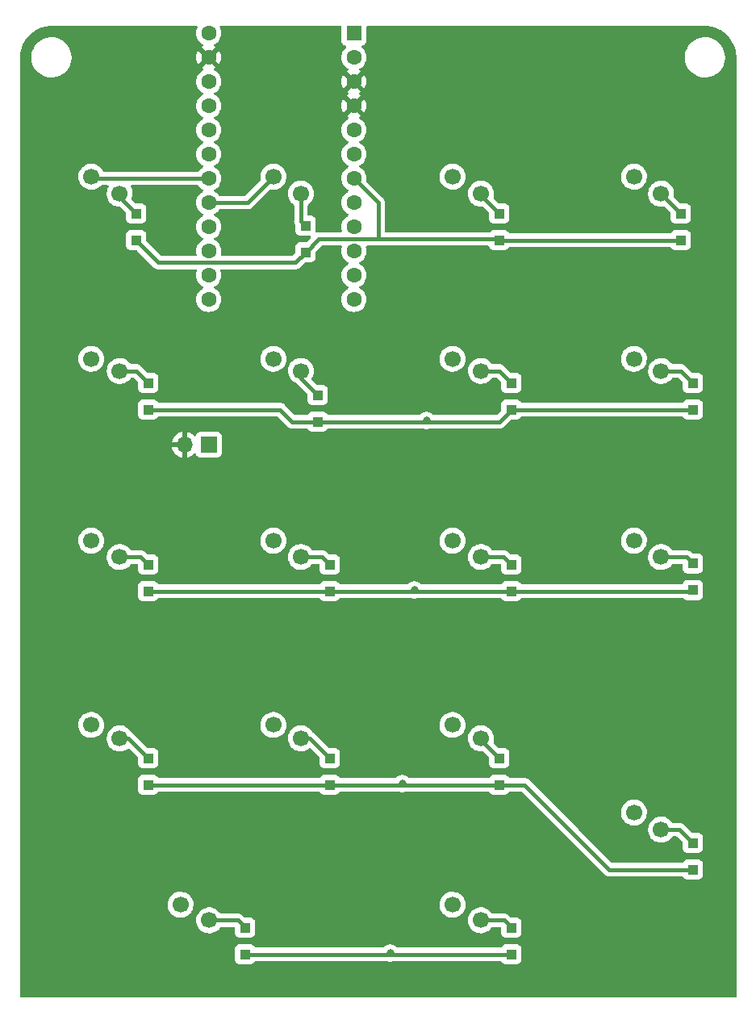
<source format=gbl>
%TF.GenerationSoftware,KiCad,Pcbnew,(6.0.0)*%
%TF.CreationDate,2022-03-13T19:29:42-04:00*%
%TF.ProjectId,numpad_pcb,6e756d70-6164-45f7-9063-622e6b696361,rev?*%
%TF.SameCoordinates,Original*%
%TF.FileFunction,Copper,L2,Bot*%
%TF.FilePolarity,Positive*%
%FSLAX46Y46*%
G04 Gerber Fmt 4.6, Leading zero omitted, Abs format (unit mm)*
G04 Created by KiCad (PCBNEW (6.0.0)) date 2022-03-13 19:29:42*
%MOMM*%
%LPD*%
G01*
G04 APERTURE LIST*
%TA.AperFunction,ComponentPad*%
%ADD10C,1.700000*%
%TD*%
%TA.AperFunction,SMDPad,CuDef*%
%ADD11R,1.100000X1.100000*%
%TD*%
%TA.AperFunction,ComponentPad*%
%ADD12R,1.700000X1.700000*%
%TD*%
%TA.AperFunction,ComponentPad*%
%ADD13O,1.700000X1.700000*%
%TD*%
%TA.AperFunction,ComponentPad*%
%ADD14R,1.600000X1.600000*%
%TD*%
%TA.AperFunction,ComponentPad*%
%ADD15C,1.600000*%
%TD*%
%TA.AperFunction,ViaPad*%
%ADD16C,0.800000*%
%TD*%
%TA.AperFunction,Conductor*%
%ADD17C,0.400000*%
%TD*%
G04 APERTURE END LIST*
D10*
%TO.P,J1,1,A*%
%TO.N,/col1*%
X117220000Y-53160000D03*
%TO.P,J1,2,B*%
%TO.N,Net-(D1-Pad2)*%
X120200000Y-54940000D03*
%TO.P,J1,3,A*%
%TO.N,/col2*%
X136320000Y-53160000D03*
%TO.P,J1,4,B*%
%TO.N,Net-(D6-Pad2)*%
X139210000Y-54940000D03*
%TO.P,J1,5,A*%
%TO.N,/col3*%
X155120000Y-53160000D03*
%TO.P,J1,6,B*%
%TO.N,Net-(D10-Pad2)*%
X158110000Y-54940000D03*
%TO.P,J1,7,A*%
%TO.N,/col4*%
X174160000Y-53160000D03*
%TO.P,J1,8,B*%
%TO.N,Net-(D15-Pad2)*%
X177010000Y-54940000D03*
%TO.P,J1,9,A*%
%TO.N,Net-(J1-Pad9)*%
X117220000Y-72260000D03*
%TO.P,J1,10,B*%
%TO.N,Net-(D2-Pad2)*%
X120200000Y-73530000D03*
%TO.P,J1,11,A*%
%TO.N,Net-(J1-Pad11)*%
X136320000Y-72260000D03*
%TO.P,J1,12,B*%
%TO.N,Net-(D7-Pad2)*%
X139210000Y-73530000D03*
%TO.P,J1,13,A*%
%TO.N,Net-(J1-Pad13)*%
X155120000Y-72260000D03*
%TO.P,J1,14,B*%
%TO.N,Net-(D11-Pad2)*%
X158110000Y-73530000D03*
%TO.P,J1,15,A*%
%TO.N,Net-(J1-Pad15)*%
X174160000Y-72260000D03*
%TO.P,J1,16,B*%
%TO.N,Net-(D16-Pad2)*%
X177010000Y-73530000D03*
%TO.P,J1,17,A*%
%TO.N,Net-(J1-Pad17)*%
X117220000Y-91350000D03*
%TO.P,J1,18,B*%
%TO.N,Net-(D3-Pad2)*%
X120200000Y-93060000D03*
%TO.P,J1,19,A*%
%TO.N,Net-(J1-Pad19)*%
X136320000Y-91350000D03*
%TO.P,J1,20,B*%
%TO.N,Net-(D8-Pad2)*%
X139210000Y-93060000D03*
%TO.P,J1,21,A*%
%TO.N,Net-(J1-Pad21)*%
X155120000Y-91350000D03*
%TO.P,J1,22,B*%
%TO.N,Net-(D12-Pad2)*%
X158110000Y-93060000D03*
%TO.P,J1,23,A*%
%TO.N,Net-(J17-Pad2)*%
X174160000Y-91350000D03*
%TO.P,J1,24,B*%
%TO.N,Net-(D17-Pad2)*%
X177010000Y-93060000D03*
%TO.P,J1,25,A*%
%TO.N,Net-(J1-Pad25)*%
X117220000Y-110680000D03*
%TO.P,J1,26,B*%
%TO.N,Net-(D4-Pad2)*%
X120200000Y-112090000D03*
%TO.P,J1,27,A*%
%TO.N,Net-(J1-Pad27)*%
X136320000Y-110680000D03*
%TO.P,J1,28,B*%
%TO.N,Net-(D9-Pad2)*%
X139210000Y-112090000D03*
%TO.P,J1,29,A*%
%TO.N,Net-(J1-Pad29)*%
X155120000Y-110680000D03*
%TO.P,J1,30,B*%
%TO.N,Net-(D13-Pad2)*%
X158110000Y-112090000D03*
%TO.P,J1,31,A*%
%TO.N,Net-(J1-Pad31)*%
X174160000Y-119870000D03*
%TO.P,J1,32,B*%
%TO.N,Net-(D18-Pad2)*%
X177010000Y-121660000D03*
%TO.P,J1,33,A*%
%TO.N,Net-(J1-Pad33)*%
X126580000Y-129540000D03*
%TO.P,J1,34,B*%
%TO.N,Net-(D5-Pad2)*%
X129590000Y-131180000D03*
%TO.P,J1,35,A*%
%TO.N,Net-(J1-Pad35)*%
X155120000Y-129540000D03*
%TO.P,J1,36,B*%
%TO.N,Net-(D14-Pad2)*%
X158110000Y-131180000D03*
%TD*%
D11*
%TO.P,D3,1,K*%
%TO.N,/row3*%
X123190000Y-96650000D03*
%TO.P,D3,2,A*%
%TO.N,Net-(D3-Pad2)*%
X123190000Y-93850000D03*
%TD*%
%TO.P,D11,1,K*%
%TO.N,/row2*%
X161290000Y-77600000D03*
%TO.P,D11,2,A*%
%TO.N,Net-(D11-Pad2)*%
X161290000Y-74800000D03*
%TD*%
%TO.P,D16,1,K*%
%TO.N,/row2*%
X180340000Y-77600000D03*
%TO.P,D16,2,A*%
%TO.N,Net-(D16-Pad2)*%
X180340000Y-74800000D03*
%TD*%
%TO.P,D1,1,K*%
%TO.N,/row1*%
X121920000Y-59820000D03*
%TO.P,D1,2,A*%
%TO.N,Net-(D1-Pad2)*%
X121920000Y-57020000D03*
%TD*%
%TO.P,D18,1,K*%
%TO.N,/row4*%
X180340000Y-125860000D03*
%TO.P,D18,2,A*%
%TO.N,Net-(D18-Pad2)*%
X180340000Y-123060000D03*
%TD*%
%TO.P,D13,1,K*%
%TO.N,/row4*%
X160020000Y-116970000D03*
%TO.P,D13,2,A*%
%TO.N,Net-(D13-Pad2)*%
X160020000Y-114170000D03*
%TD*%
%TO.P,D4,1,K*%
%TO.N,/row4*%
X123190000Y-116970000D03*
%TO.P,D4,2,A*%
%TO.N,Net-(D4-Pad2)*%
X123190000Y-114170000D03*
%TD*%
%TO.P,D14,1,K*%
%TO.N,/row5*%
X161290000Y-134750000D03*
%TO.P,D14,2,A*%
%TO.N,Net-(D14-Pad2)*%
X161290000Y-131950000D03*
%TD*%
%TO.P,D10,1,K*%
%TO.N,/row1*%
X160020000Y-59820000D03*
%TO.P,D10,2,A*%
%TO.N,Net-(D10-Pad2)*%
X160020000Y-57020000D03*
%TD*%
%TO.P,D5,1,K*%
%TO.N,/row5*%
X133350000Y-134750000D03*
%TO.P,D5,2,A*%
%TO.N,Net-(D5-Pad2)*%
X133350000Y-131950000D03*
%TD*%
D12*
%TO.P,B1,1,Pin_1*%
%TO.N,Net-(B1-Pad1)*%
X129540000Y-81280000D03*
D13*
%TO.P,B1,2,Pin_2*%
%TO.N,GND*%
X127000000Y-81280000D03*
%TD*%
D11*
%TO.P,D6,1,K*%
%TO.N,/row1*%
X139700000Y-61090000D03*
%TO.P,D6,2,A*%
%TO.N,Net-(D6-Pad2)*%
X139700000Y-58290000D03*
%TD*%
%TO.P,D15,1,K*%
%TO.N,/row1*%
X179070000Y-59820000D03*
%TO.P,D15,2,A*%
%TO.N,Net-(D15-Pad2)*%
X179070000Y-57020000D03*
%TD*%
%TO.P,D12,1,K*%
%TO.N,/row3*%
X161290000Y-96650000D03*
%TO.P,D12,2,A*%
%TO.N,Net-(D12-Pad2)*%
X161290000Y-93850000D03*
%TD*%
%TO.P,D2,1,K*%
%TO.N,/row2*%
X123190000Y-77600000D03*
%TO.P,D2,2,A*%
%TO.N,Net-(D2-Pad2)*%
X123190000Y-74800000D03*
%TD*%
%TO.P,D8,1,K*%
%TO.N,/row3*%
X142240000Y-96650000D03*
%TO.P,D8,2,A*%
%TO.N,Net-(D8-Pad2)*%
X142240000Y-93850000D03*
%TD*%
%TO.P,D7,1,K*%
%TO.N,/row2*%
X140970000Y-78870000D03*
%TO.P,D7,2,A*%
%TO.N,Net-(D7-Pad2)*%
X140970000Y-76070000D03*
%TD*%
%TO.P,D9,1,K*%
%TO.N,/row4*%
X142240000Y-116970000D03*
%TO.P,D9,2,A*%
%TO.N,Net-(D9-Pad2)*%
X142240000Y-114170000D03*
%TD*%
%TO.P,D17,1,K*%
%TO.N,/row3*%
X180340000Y-96520000D03*
%TO.P,D17,2,A*%
%TO.N,Net-(D17-Pad2)*%
X180340000Y-93720000D03*
%TD*%
D14*
%TO.P,U1,1,TX*%
%TO.N,unconnected-(U1-Pad1)*%
X144780000Y-38100000D03*
D15*
%TO.P,U1,2,RX*%
%TO.N,unconnected-(U1-Pad2)*%
X144780000Y-40640000D03*
%TO.P,U1,3,GND*%
%TO.N,GND*%
X144780000Y-43180000D03*
%TO.P,U1,4,GND*%
X144780000Y-45720000D03*
%TO.P,U1,5,SDA*%
%TO.N,unconnected-(U1-Pad5)*%
X144780000Y-48260000D03*
%TO.P,U1,6,SCL*%
%TO.N,unconnected-(U1-Pad6)*%
X144780000Y-50800000D03*
%TO.P,U1,7,D4*%
%TO.N,/row1*%
X144780000Y-53340000D03*
%TO.P,U1,8,C6*%
%TO.N,unconnected-(U1-Pad8)*%
X144780000Y-55880000D03*
%TO.P,U1,9,D7*%
%TO.N,/row2*%
X144780000Y-58420000D03*
%TO.P,U1,10,E6*%
%TO.N,/row3*%
X144780000Y-60960000D03*
%TO.P,U1,11,B4*%
%TO.N,/row4*%
X144780000Y-63500000D03*
%TO.P,U1,12,B5*%
%TO.N,/row5*%
X144780000Y-66040000D03*
%TO.P,U1,13,B6*%
%TO.N,Net-(B1-Pad1)*%
X129540000Y-66040000D03*
%TO.P,U1,14,B2*%
%TO.N,unconnected-(U1-Pad14)*%
X129540000Y-63500000D03*
%TO.P,U1,15,B3*%
%TO.N,/col4*%
X129540000Y-60960000D03*
%TO.P,U1,16,B1*%
%TO.N,/col3*%
X129540000Y-58420000D03*
%TO.P,U1,17,F7*%
%TO.N,/col2*%
X129540000Y-55880000D03*
%TO.P,U1,18,F6*%
%TO.N,/col1*%
X129540000Y-53340000D03*
%TO.P,U1,19,F5*%
%TO.N,unconnected-(U1-Pad19)*%
X129540000Y-50800000D03*
%TO.P,U1,20,F4*%
%TO.N,unconnected-(U1-Pad20)*%
X129540000Y-48260000D03*
%TO.P,U1,21,VCC*%
%TO.N,unconnected-(U1-Pad21)*%
X129540000Y-45720000D03*
%TO.P,U1,22,RST*%
%TO.N,unconnected-(U1-Pad22)*%
X129540000Y-43180000D03*
%TO.P,U1,23,GND*%
%TO.N,GND*%
X129540000Y-40640000D03*
%TO.P,U1,24,RAW*%
%TO.N,unconnected-(U1-Pad24)*%
X129540000Y-38100000D03*
%TD*%
D16*
%TO.N,/row2*%
X152400000Y-78740000D03*
%TO.N,/row3*%
X151130000Y-96520000D03*
%TO.N,/row4*%
X149860000Y-116840000D03*
%TO.N,/row5*%
X148590000Y-134620000D03*
%TD*%
D17*
%TO.N,/row1*%
X138630489Y-62159511D02*
X139700000Y-61090000D01*
X141100000Y-59690000D02*
X147320000Y-59690000D01*
X159890000Y-59690000D02*
X160020000Y-59820000D01*
X179070000Y-59820000D02*
X160020000Y-59820000D01*
X144780000Y-53340000D02*
X147320000Y-55880000D01*
X124259511Y-62159511D02*
X138630489Y-62159511D01*
X121920000Y-59820000D02*
X124259511Y-62159511D01*
X147320000Y-59690000D02*
X159890000Y-59690000D01*
X139700000Y-61090000D02*
X141100000Y-59690000D01*
X147320000Y-55880000D02*
X147320000Y-59690000D01*
%TO.N,Net-(D1-Pad2)*%
X120200000Y-55300000D02*
X121920000Y-57020000D01*
X120200000Y-54940000D02*
X120200000Y-55300000D01*
%TO.N,/row2*%
X138300000Y-78870000D02*
X137030000Y-77600000D01*
X123190000Y-77600000D02*
X137030000Y-77600000D01*
X140970000Y-78870000D02*
X138300000Y-78870000D01*
X160020000Y-78870000D02*
X161290000Y-77600000D01*
X161290000Y-77600000D02*
X180340000Y-77600000D01*
X140970000Y-78870000D02*
X160020000Y-78870000D01*
%TO.N,Net-(D2-Pad2)*%
X121920000Y-73530000D02*
X123190000Y-74800000D01*
X120200000Y-73530000D02*
X121920000Y-73530000D01*
%TO.N,/row3*%
X180210000Y-96650000D02*
X180340000Y-96520000D01*
X123190000Y-96650000D02*
X142240000Y-96650000D01*
X142240000Y-96650000D02*
X161290000Y-96650000D01*
X161290000Y-96650000D02*
X180210000Y-96650000D01*
%TO.N,Net-(D3-Pad2)*%
X120200000Y-93060000D02*
X122400000Y-93060000D01*
X122400000Y-93060000D02*
X123190000Y-93850000D01*
%TO.N,/row4*%
X162690000Y-116970000D02*
X160020000Y-116970000D01*
X142240000Y-116970000D02*
X123190000Y-116970000D01*
X180340000Y-125860000D02*
X171580000Y-125860000D01*
X171580000Y-125860000D02*
X162690000Y-116970000D01*
X160020000Y-116970000D02*
X142240000Y-116970000D01*
%TO.N,Net-(D4-Pad2)*%
X121110000Y-112090000D02*
X123190000Y-114170000D01*
X120200000Y-112090000D02*
X121110000Y-112090000D01*
%TO.N,/row5*%
X133350000Y-134750000D02*
X161290000Y-134750000D01*
%TO.N,Net-(D5-Pad2)*%
X129590000Y-131180000D02*
X132580000Y-131180000D01*
X132580000Y-131180000D02*
X133350000Y-131950000D01*
%TO.N,Net-(D6-Pad2)*%
X139210000Y-54940000D02*
X139210000Y-57800000D01*
X139210000Y-57800000D02*
X139700000Y-58290000D01*
%TO.N,Net-(D7-Pad2)*%
X139210000Y-73530000D02*
X139210000Y-74310000D01*
X139210000Y-74310000D02*
X140970000Y-76070000D01*
%TO.N,Net-(D8-Pad2)*%
X139210000Y-93060000D02*
X141450000Y-93060000D01*
X141450000Y-93060000D02*
X142240000Y-93850000D01*
%TO.N,Net-(D9-Pad2)*%
X140160000Y-112090000D02*
X142240000Y-114170000D01*
X139210000Y-112090000D02*
X140160000Y-112090000D01*
%TO.N,Net-(D10-Pad2)*%
X158110000Y-54940000D02*
X158110000Y-55110000D01*
X158110000Y-55110000D02*
X160020000Y-57020000D01*
%TO.N,Net-(D11-Pad2)*%
X158110000Y-73530000D02*
X160020000Y-73530000D01*
X160020000Y-73530000D02*
X161290000Y-74800000D01*
%TO.N,Net-(D12-Pad2)*%
X158110000Y-93060000D02*
X160500000Y-93060000D01*
X160500000Y-93060000D02*
X161290000Y-93850000D01*
%TO.N,Net-(D13-Pad2)*%
X158110000Y-112260000D02*
X160020000Y-114170000D01*
X158110000Y-112090000D02*
X158110000Y-112260000D01*
%TO.N,Net-(D14-Pad2)*%
X160520000Y-131180000D02*
X161290000Y-131950000D01*
X158110000Y-131180000D02*
X160520000Y-131180000D01*
%TO.N,Net-(D15-Pad2)*%
X177010000Y-54960000D02*
X179070000Y-57020000D01*
X177010000Y-54940000D02*
X177010000Y-54960000D01*
%TO.N,Net-(D16-Pad2)*%
X177010000Y-73530000D02*
X179070000Y-73530000D01*
X179070000Y-73530000D02*
X180340000Y-74800000D01*
%TO.N,Net-(D17-Pad2)*%
X177010000Y-93060000D02*
X179680000Y-93060000D01*
X179680000Y-93060000D02*
X180340000Y-93720000D01*
%TO.N,Net-(D18-Pad2)*%
X178940000Y-121660000D02*
X180340000Y-123060000D01*
X177010000Y-121660000D02*
X178940000Y-121660000D01*
%TO.N,/col1*%
X129540000Y-53340000D02*
X117400000Y-53340000D01*
X117400000Y-53340000D02*
X117220000Y-53160000D01*
%TO.N,/col2*%
X129540000Y-55880000D02*
X133600000Y-55880000D01*
X133600000Y-55880000D02*
X136320000Y-53160000D01*
%TD*%
%TA.AperFunction,Conductor*%
%TO.N,GND*%
G36*
X128321897Y-37358002D02*
G01*
X128368390Y-37411658D01*
X128378494Y-37481932D01*
X128367971Y-37517250D01*
X128305716Y-37650757D01*
X128246457Y-37871913D01*
X128226502Y-38100000D01*
X128246457Y-38328087D01*
X128305716Y-38549243D01*
X128308039Y-38554224D01*
X128308039Y-38554225D01*
X128400151Y-38751762D01*
X128400154Y-38751767D01*
X128402477Y-38756749D01*
X128533802Y-38944300D01*
X128695700Y-39106198D01*
X128700208Y-39109355D01*
X128700211Y-39109357D01*
X128741542Y-39138297D01*
X128883251Y-39237523D01*
X128888233Y-39239846D01*
X128888238Y-39239849D01*
X128923049Y-39256081D01*
X128976334Y-39302998D01*
X128995795Y-39371275D01*
X128975253Y-39439235D01*
X128923049Y-39484471D01*
X128888489Y-39500586D01*
X128878994Y-39506069D01*
X128826952Y-39542509D01*
X128818576Y-39552988D01*
X128825644Y-39566434D01*
X129527188Y-40267978D01*
X129541132Y-40275592D01*
X129542965Y-40275461D01*
X129549580Y-40271210D01*
X130255077Y-39565713D01*
X130261507Y-39553938D01*
X130252211Y-39541923D01*
X130201006Y-39506069D01*
X130191511Y-39500586D01*
X130156951Y-39484471D01*
X130103666Y-39437554D01*
X130084205Y-39369277D01*
X130104747Y-39301317D01*
X130156951Y-39256081D01*
X130191762Y-39239849D01*
X130191767Y-39239846D01*
X130196749Y-39237523D01*
X130338458Y-39138297D01*
X130379789Y-39109357D01*
X130379792Y-39109355D01*
X130384300Y-39106198D01*
X130546198Y-38944300D01*
X130677523Y-38756749D01*
X130679846Y-38751767D01*
X130679849Y-38751762D01*
X130771961Y-38554225D01*
X130771961Y-38554224D01*
X130774284Y-38549243D01*
X130833543Y-38328087D01*
X130853498Y-38100000D01*
X130833543Y-37871913D01*
X130774284Y-37650757D01*
X130712029Y-37517250D01*
X130701368Y-37447058D01*
X130730348Y-37382245D01*
X130789768Y-37343389D01*
X130826224Y-37338000D01*
X143345500Y-37338000D01*
X143413621Y-37358002D01*
X143460114Y-37411658D01*
X143471500Y-37464000D01*
X143471500Y-38948134D01*
X143478255Y-39010316D01*
X143529385Y-39146705D01*
X143616739Y-39263261D01*
X143733295Y-39350615D01*
X143869684Y-39401745D01*
X143880474Y-39402917D01*
X143882606Y-39403803D01*
X143885222Y-39404425D01*
X143885121Y-39404848D01*
X143946035Y-39430155D01*
X143986463Y-39488517D01*
X143988922Y-39559471D01*
X143952629Y-39620490D01*
X143943969Y-39627489D01*
X143940207Y-39630646D01*
X143935700Y-39633802D01*
X143773802Y-39795700D01*
X143642477Y-39983251D01*
X143640154Y-39988233D01*
X143640151Y-39988238D01*
X143640034Y-39988489D01*
X143545716Y-40190757D01*
X143544294Y-40196065D01*
X143544293Y-40196067D01*
X143523019Y-40275461D01*
X143486457Y-40411913D01*
X143466502Y-40640000D01*
X143486457Y-40868087D01*
X143487881Y-40873400D01*
X143487881Y-40873402D01*
X143525025Y-41012022D01*
X143545716Y-41089243D01*
X143548039Y-41094224D01*
X143548039Y-41094225D01*
X143640151Y-41291762D01*
X143640154Y-41291767D01*
X143642477Y-41296749D01*
X143773802Y-41484300D01*
X143935700Y-41646198D01*
X143940208Y-41649355D01*
X143940211Y-41649357D01*
X144018389Y-41704098D01*
X144123251Y-41777523D01*
X144128233Y-41779846D01*
X144128238Y-41779849D01*
X144163049Y-41796081D01*
X144216334Y-41842998D01*
X144235795Y-41911275D01*
X144215253Y-41979235D01*
X144163049Y-42024471D01*
X144128489Y-42040586D01*
X144118994Y-42046069D01*
X144066952Y-42082509D01*
X144058576Y-42092988D01*
X144065644Y-42106434D01*
X144767188Y-42807978D01*
X144781132Y-42815592D01*
X144782965Y-42815461D01*
X144789580Y-42811210D01*
X145495077Y-42105713D01*
X145501507Y-42093938D01*
X145492211Y-42081923D01*
X145441006Y-42046069D01*
X145431511Y-42040586D01*
X145396951Y-42024471D01*
X145343666Y-41977554D01*
X145324205Y-41909277D01*
X145344747Y-41841317D01*
X145396951Y-41796081D01*
X145431762Y-41779849D01*
X145431767Y-41779846D01*
X145436749Y-41777523D01*
X145541611Y-41704098D01*
X145619789Y-41649357D01*
X145619792Y-41649355D01*
X145624300Y-41646198D01*
X145786198Y-41484300D01*
X145917523Y-41296749D01*
X145919846Y-41291767D01*
X145919849Y-41291762D01*
X146011961Y-41094225D01*
X146011961Y-41094224D01*
X146014284Y-41089243D01*
X146034976Y-41012022D01*
X146072119Y-40873402D01*
X146072119Y-40873400D01*
X146073543Y-40868087D01*
X146081888Y-40772703D01*
X179500743Y-40772703D01*
X179501302Y-40776947D01*
X179501302Y-40776951D01*
X179513988Y-40873312D01*
X179538268Y-41057734D01*
X179614129Y-41335036D01*
X179726923Y-41599476D01*
X179795636Y-41714287D01*
X179872338Y-41842446D01*
X179874561Y-41846161D01*
X180054313Y-42070528D01*
X180262851Y-42268423D01*
X180496317Y-42436186D01*
X180500112Y-42438195D01*
X180500113Y-42438196D01*
X180521869Y-42449715D01*
X180750392Y-42570712D01*
X181020373Y-42669511D01*
X181301264Y-42730755D01*
X181329841Y-42733004D01*
X181524282Y-42748307D01*
X181524291Y-42748307D01*
X181526739Y-42748500D01*
X181682271Y-42748500D01*
X181684407Y-42748354D01*
X181684418Y-42748354D01*
X181892548Y-42734165D01*
X181892554Y-42734164D01*
X181896825Y-42733873D01*
X181901020Y-42733004D01*
X181901022Y-42733004D01*
X182037584Y-42704723D01*
X182178342Y-42675574D01*
X182449343Y-42579607D01*
X182704812Y-42447750D01*
X182708313Y-42445289D01*
X182708317Y-42445287D01*
X182822417Y-42365096D01*
X182940023Y-42282441D01*
X183142876Y-42093938D01*
X183147479Y-42089661D01*
X183147481Y-42089658D01*
X183150622Y-42086740D01*
X183332713Y-41864268D01*
X183482927Y-41619142D01*
X183542119Y-41484300D01*
X183596757Y-41359830D01*
X183598483Y-41355898D01*
X183677244Y-41079406D01*
X183717751Y-40794784D01*
X183717845Y-40776951D01*
X183719235Y-40511583D01*
X183719235Y-40511576D01*
X183719257Y-40507297D01*
X183706700Y-40411913D01*
X183688735Y-40275461D01*
X183681732Y-40222266D01*
X183605871Y-39944964D01*
X183594580Y-39918493D01*
X183494763Y-39684476D01*
X183494761Y-39684472D01*
X183493077Y-39680524D01*
X183350294Y-39441951D01*
X183347643Y-39437521D01*
X183347640Y-39437517D01*
X183345439Y-39433839D01*
X183165687Y-39209472D01*
X182957149Y-39011577D01*
X182723683Y-38843814D01*
X182701843Y-38832250D01*
X182567760Y-38761257D01*
X182469608Y-38709288D01*
X182199627Y-38610489D01*
X181918736Y-38549245D01*
X181887685Y-38546801D01*
X181695718Y-38531693D01*
X181695709Y-38531693D01*
X181693261Y-38531500D01*
X181537729Y-38531500D01*
X181535593Y-38531646D01*
X181535582Y-38531646D01*
X181327452Y-38545835D01*
X181327446Y-38545836D01*
X181323175Y-38546127D01*
X181318980Y-38546996D01*
X181318978Y-38546996D01*
X181182417Y-38575276D01*
X181041658Y-38604426D01*
X180770657Y-38700393D01*
X180515188Y-38832250D01*
X180511687Y-38834711D01*
X180511683Y-38834713D01*
X180501594Y-38841804D01*
X180279977Y-38997559D01*
X180069378Y-39193260D01*
X179887287Y-39415732D01*
X179737073Y-39660858D01*
X179735347Y-39664791D01*
X179735346Y-39664792D01*
X179675901Y-39800211D01*
X179621517Y-39924102D01*
X179542756Y-40200594D01*
X179502249Y-40485216D01*
X179502227Y-40489505D01*
X179502226Y-40489512D01*
X179500765Y-40768417D01*
X179500743Y-40772703D01*
X146081888Y-40772703D01*
X146093498Y-40640000D01*
X146073543Y-40411913D01*
X146036981Y-40275461D01*
X146015707Y-40196067D01*
X146015706Y-40196065D01*
X146014284Y-40190757D01*
X145919966Y-39988489D01*
X145919849Y-39988238D01*
X145919846Y-39988233D01*
X145917523Y-39983251D01*
X145786198Y-39795700D01*
X145624300Y-39633802D01*
X145619789Y-39630643D01*
X145615576Y-39627108D01*
X145616527Y-39625974D01*
X145576529Y-39575929D01*
X145569224Y-39505310D01*
X145601258Y-39441951D01*
X145662462Y-39405970D01*
X145679517Y-39402918D01*
X145690316Y-39401745D01*
X145826705Y-39350615D01*
X145943261Y-39263261D01*
X146030615Y-39146705D01*
X146081745Y-39010316D01*
X146088500Y-38948134D01*
X146088500Y-37464000D01*
X146108502Y-37395879D01*
X146162158Y-37349386D01*
X146214500Y-37338000D01*
X181560672Y-37338000D01*
X181580057Y-37339500D01*
X181594858Y-37341805D01*
X181594861Y-37341805D01*
X181603730Y-37343186D01*
X181622411Y-37340743D01*
X181645342Y-37339852D01*
X181948557Y-37355743D01*
X181961665Y-37357120D01*
X182120299Y-37382245D01*
X182290002Y-37409123D01*
X182302902Y-37411865D01*
X182624000Y-37497903D01*
X182636536Y-37501977D01*
X182909358Y-37606703D01*
X182946876Y-37621105D01*
X182958924Y-37626469D01*
X183255120Y-37777388D01*
X183266536Y-37783979D01*
X183545334Y-37965033D01*
X183555992Y-37972776D01*
X183719863Y-38105475D01*
X183814344Y-38181984D01*
X183824145Y-38190810D01*
X184059190Y-38425855D01*
X184068015Y-38435655D01*
X184210787Y-38611964D01*
X184277221Y-38694004D01*
X184284967Y-38704666D01*
X184466018Y-38983459D01*
X184472612Y-38994880D01*
X184623531Y-39291076D01*
X184628895Y-39303124D01*
X184733616Y-39575929D01*
X184748021Y-39613456D01*
X184752097Y-39625999D01*
X184755232Y-39637699D01*
X184838135Y-39947098D01*
X184840877Y-39959998D01*
X184854928Y-40048715D01*
X184890862Y-40275592D01*
X184892879Y-40288329D01*
X184894257Y-40301443D01*
X184904823Y-40503049D01*
X184909764Y-40597330D01*
X184908436Y-40623312D01*
X184908195Y-40624856D01*
X184908195Y-40624860D01*
X184906814Y-40633730D01*
X184907978Y-40642632D01*
X184907978Y-40642635D01*
X184910936Y-40665251D01*
X184912000Y-40681589D01*
X184912000Y-139176000D01*
X184891998Y-139244121D01*
X184838342Y-139290614D01*
X184786000Y-139302000D01*
X109854000Y-139302000D01*
X109785879Y-139281998D01*
X109739386Y-139228342D01*
X109728000Y-139176000D01*
X109728000Y-135348134D01*
X132291500Y-135348134D01*
X132298255Y-135410316D01*
X132349385Y-135546705D01*
X132436739Y-135663261D01*
X132553295Y-135750615D01*
X132689684Y-135801745D01*
X132751866Y-135808500D01*
X133948134Y-135808500D01*
X134010316Y-135801745D01*
X134146705Y-135750615D01*
X134263261Y-135663261D01*
X134350615Y-135546705D01*
X134353767Y-135538296D01*
X134358077Y-135530425D01*
X134359741Y-135531336D01*
X134395663Y-135483510D01*
X134462224Y-135458807D01*
X134471009Y-135458500D01*
X148212888Y-135458500D01*
X148264136Y-135469393D01*
X148301676Y-135486107D01*
X148301679Y-135486108D01*
X148307712Y-135488794D01*
X148349340Y-135497642D01*
X148488056Y-135527128D01*
X148488061Y-135527128D01*
X148494513Y-135528500D01*
X148685487Y-135528500D01*
X148691939Y-135527128D01*
X148691944Y-135527128D01*
X148830660Y-135497642D01*
X148872288Y-135488794D01*
X148878321Y-135486108D01*
X148878324Y-135486107D01*
X148915864Y-135469393D01*
X148967112Y-135458500D01*
X160168991Y-135458500D01*
X160237112Y-135478502D01*
X160283605Y-135532158D01*
X160285903Y-135537694D01*
X160286232Y-135538296D01*
X160289385Y-135546705D01*
X160376739Y-135663261D01*
X160493295Y-135750615D01*
X160629684Y-135801745D01*
X160691866Y-135808500D01*
X161888134Y-135808500D01*
X161950316Y-135801745D01*
X162086705Y-135750615D01*
X162203261Y-135663261D01*
X162290615Y-135546705D01*
X162341745Y-135410316D01*
X162348500Y-135348134D01*
X162348500Y-134151866D01*
X162341745Y-134089684D01*
X162290615Y-133953295D01*
X162203261Y-133836739D01*
X162086705Y-133749385D01*
X161950316Y-133698255D01*
X161888134Y-133691500D01*
X160691866Y-133691500D01*
X160629684Y-133698255D01*
X160493295Y-133749385D01*
X160376739Y-133836739D01*
X160289385Y-133953295D01*
X160286233Y-133961703D01*
X160281923Y-133969575D01*
X160280259Y-133968664D01*
X160244337Y-134016490D01*
X160177776Y-134041193D01*
X160168991Y-134041500D01*
X149347721Y-134041500D01*
X149279600Y-134021498D01*
X149254085Y-133999810D01*
X149205675Y-133946045D01*
X149205674Y-133946044D01*
X149201253Y-133941134D01*
X149046752Y-133828882D01*
X149040724Y-133826198D01*
X149040722Y-133826197D01*
X148878319Y-133753891D01*
X148878318Y-133753891D01*
X148872288Y-133751206D01*
X148778888Y-133731353D01*
X148691944Y-133712872D01*
X148691939Y-133712872D01*
X148685487Y-133711500D01*
X148494513Y-133711500D01*
X148488061Y-133712872D01*
X148488056Y-133712872D01*
X148401112Y-133731353D01*
X148307712Y-133751206D01*
X148301682Y-133753891D01*
X148301681Y-133753891D01*
X148139278Y-133826197D01*
X148139276Y-133826198D01*
X148133248Y-133828882D01*
X147978747Y-133941134D01*
X147974326Y-133946044D01*
X147974325Y-133946045D01*
X147925915Y-133999810D01*
X147865469Y-134037050D01*
X147832279Y-134041500D01*
X134471009Y-134041500D01*
X134402888Y-134021498D01*
X134356395Y-133967842D01*
X134354097Y-133962306D01*
X134353767Y-133961703D01*
X134350615Y-133953295D01*
X134263261Y-133836739D01*
X134146705Y-133749385D01*
X134010316Y-133698255D01*
X133948134Y-133691500D01*
X132751866Y-133691500D01*
X132689684Y-133698255D01*
X132553295Y-133749385D01*
X132436739Y-133836739D01*
X132349385Y-133953295D01*
X132298255Y-134089684D01*
X132291500Y-134151866D01*
X132291500Y-135348134D01*
X109728000Y-135348134D01*
X109728000Y-131146695D01*
X128227251Y-131146695D01*
X128227548Y-131151848D01*
X128227548Y-131151851D01*
X128235948Y-131297540D01*
X128240110Y-131369715D01*
X128241247Y-131374761D01*
X128241248Y-131374767D01*
X128265304Y-131481508D01*
X128289222Y-131587639D01*
X128373266Y-131794616D01*
X128375965Y-131799020D01*
X128475936Y-131962158D01*
X128489987Y-131985088D01*
X128636250Y-132153938D01*
X128808126Y-132296632D01*
X129001000Y-132409338D01*
X129209692Y-132489030D01*
X129214760Y-132490061D01*
X129214763Y-132490062D01*
X129322017Y-132511883D01*
X129428597Y-132533567D01*
X129433772Y-132533757D01*
X129433774Y-132533757D01*
X129646673Y-132541564D01*
X129646677Y-132541564D01*
X129651837Y-132541753D01*
X129656957Y-132541097D01*
X129656959Y-132541097D01*
X129868288Y-132514025D01*
X129868289Y-132514025D01*
X129873416Y-132513368D01*
X129878366Y-132511883D01*
X130082429Y-132450661D01*
X130082434Y-132450659D01*
X130087384Y-132449174D01*
X130287994Y-132350896D01*
X130469860Y-132221173D01*
X130628096Y-132063489D01*
X130716132Y-131940974D01*
X130772127Y-131897326D01*
X130818455Y-131888500D01*
X132165500Y-131888500D01*
X132233621Y-131908502D01*
X132280114Y-131962158D01*
X132291500Y-132014500D01*
X132291500Y-132548134D01*
X132298255Y-132610316D01*
X132349385Y-132746705D01*
X132436739Y-132863261D01*
X132553295Y-132950615D01*
X132689684Y-133001745D01*
X132751866Y-133008500D01*
X133948134Y-133008500D01*
X134010316Y-133001745D01*
X134146705Y-132950615D01*
X134263261Y-132863261D01*
X134350615Y-132746705D01*
X134401745Y-132610316D01*
X134408500Y-132548134D01*
X134408500Y-131351866D01*
X134401745Y-131289684D01*
X134350615Y-131153295D01*
X134345669Y-131146695D01*
X156747251Y-131146695D01*
X156747548Y-131151848D01*
X156747548Y-131151851D01*
X156755948Y-131297540D01*
X156760110Y-131369715D01*
X156761247Y-131374761D01*
X156761248Y-131374767D01*
X156785304Y-131481508D01*
X156809222Y-131587639D01*
X156893266Y-131794616D01*
X156895965Y-131799020D01*
X156995936Y-131962158D01*
X157009987Y-131985088D01*
X157156250Y-132153938D01*
X157328126Y-132296632D01*
X157521000Y-132409338D01*
X157729692Y-132489030D01*
X157734760Y-132490061D01*
X157734763Y-132490062D01*
X157842017Y-132511883D01*
X157948597Y-132533567D01*
X157953772Y-132533757D01*
X157953774Y-132533757D01*
X158166673Y-132541564D01*
X158166677Y-132541564D01*
X158171837Y-132541753D01*
X158176957Y-132541097D01*
X158176959Y-132541097D01*
X158388288Y-132514025D01*
X158388289Y-132514025D01*
X158393416Y-132513368D01*
X158398366Y-132511883D01*
X158602429Y-132450661D01*
X158602434Y-132450659D01*
X158607384Y-132449174D01*
X158807994Y-132350896D01*
X158989860Y-132221173D01*
X159148096Y-132063489D01*
X159236132Y-131940974D01*
X159292127Y-131897326D01*
X159338455Y-131888500D01*
X160105500Y-131888500D01*
X160173621Y-131908502D01*
X160220114Y-131962158D01*
X160231500Y-132014500D01*
X160231500Y-132548134D01*
X160238255Y-132610316D01*
X160289385Y-132746705D01*
X160376739Y-132863261D01*
X160493295Y-132950615D01*
X160629684Y-133001745D01*
X160691866Y-133008500D01*
X161888134Y-133008500D01*
X161950316Y-133001745D01*
X162086705Y-132950615D01*
X162203261Y-132863261D01*
X162290615Y-132746705D01*
X162341745Y-132610316D01*
X162348500Y-132548134D01*
X162348500Y-131351866D01*
X162341745Y-131289684D01*
X162290615Y-131153295D01*
X162203261Y-131036739D01*
X162086705Y-130949385D01*
X161950316Y-130898255D01*
X161888134Y-130891500D01*
X161285660Y-130891500D01*
X161217539Y-130871498D01*
X161196565Y-130854595D01*
X161041450Y-130699480D01*
X161035596Y-130693215D01*
X161003682Y-130656632D01*
X160997561Y-130649615D01*
X160945280Y-130612871D01*
X160939986Y-130608939D01*
X160895693Y-130574209D01*
X160889718Y-130569524D01*
X160882802Y-130566401D01*
X160880516Y-130565017D01*
X160865835Y-130556643D01*
X160863475Y-130555378D01*
X160857261Y-130551010D01*
X160850182Y-130548250D01*
X160850180Y-130548249D01*
X160797725Y-130527798D01*
X160791656Y-130525247D01*
X160733427Y-130498955D01*
X160725960Y-130497571D01*
X160723405Y-130496770D01*
X160707152Y-130492141D01*
X160704572Y-130491478D01*
X160697491Y-130488718D01*
X160689960Y-130487727D01*
X160689958Y-130487726D01*
X160660339Y-130483827D01*
X160634139Y-130480378D01*
X160627641Y-130479348D01*
X160564814Y-130467704D01*
X160557234Y-130468141D01*
X160557233Y-130468141D01*
X160502608Y-130471291D01*
X160495354Y-130471500D01*
X159338286Y-130471500D01*
X159270165Y-130451498D01*
X159232494Y-130413941D01*
X159192818Y-130352612D01*
X159190014Y-130348277D01*
X159039670Y-130183051D01*
X159035619Y-130179852D01*
X159035615Y-130179848D01*
X158868414Y-130047800D01*
X158868410Y-130047798D01*
X158864359Y-130044598D01*
X158859311Y-130041811D01*
X158812136Y-130015769D01*
X158668789Y-129936638D01*
X158663920Y-129934914D01*
X158663916Y-129934912D01*
X158463087Y-129863795D01*
X158463083Y-129863794D01*
X158458212Y-129862069D01*
X158453119Y-129861162D01*
X158453116Y-129861161D01*
X158243373Y-129823800D01*
X158243367Y-129823799D01*
X158238284Y-129822894D01*
X158164452Y-129821992D01*
X158020081Y-129820228D01*
X158020079Y-129820228D01*
X158014911Y-129820165D01*
X157794091Y-129853955D01*
X157581756Y-129923357D01*
X157383607Y-130026507D01*
X157379474Y-130029610D01*
X157379471Y-130029612D01*
X157209100Y-130157530D01*
X157204965Y-130160635D01*
X157201393Y-130164373D01*
X157123124Y-130246277D01*
X157050629Y-130322138D01*
X157047715Y-130326410D01*
X157047714Y-130326411D01*
X157032798Y-130348277D01*
X156924743Y-130506680D01*
X156904166Y-130551010D01*
X156835249Y-130699480D01*
X156830688Y-130709305D01*
X156770989Y-130924570D01*
X156747251Y-131146695D01*
X134345669Y-131146695D01*
X134263261Y-131036739D01*
X134146705Y-130949385D01*
X134010316Y-130898255D01*
X133948134Y-130891500D01*
X133345660Y-130891500D01*
X133277539Y-130871498D01*
X133256565Y-130854595D01*
X133101450Y-130699480D01*
X133095596Y-130693215D01*
X133063682Y-130656632D01*
X133057561Y-130649615D01*
X133005280Y-130612871D01*
X132999986Y-130608939D01*
X132955693Y-130574209D01*
X132949718Y-130569524D01*
X132942802Y-130566401D01*
X132940516Y-130565017D01*
X132925835Y-130556643D01*
X132923475Y-130555378D01*
X132917261Y-130551010D01*
X132910182Y-130548250D01*
X132910180Y-130548249D01*
X132857725Y-130527798D01*
X132851656Y-130525247D01*
X132793427Y-130498955D01*
X132785960Y-130497571D01*
X132783405Y-130496770D01*
X132767152Y-130492141D01*
X132764572Y-130491478D01*
X132757491Y-130488718D01*
X132749960Y-130487727D01*
X132749958Y-130487726D01*
X132720339Y-130483827D01*
X132694139Y-130480378D01*
X132687641Y-130479348D01*
X132624814Y-130467704D01*
X132617234Y-130468141D01*
X132617233Y-130468141D01*
X132562608Y-130471291D01*
X132555354Y-130471500D01*
X130818286Y-130471500D01*
X130750165Y-130451498D01*
X130712494Y-130413941D01*
X130672818Y-130352612D01*
X130670014Y-130348277D01*
X130519670Y-130183051D01*
X130515619Y-130179852D01*
X130515615Y-130179848D01*
X130348414Y-130047800D01*
X130348410Y-130047798D01*
X130344359Y-130044598D01*
X130339311Y-130041811D01*
X130292136Y-130015769D01*
X130148789Y-129936638D01*
X130143920Y-129934914D01*
X130143916Y-129934912D01*
X129943087Y-129863795D01*
X129943083Y-129863794D01*
X129938212Y-129862069D01*
X129933119Y-129861162D01*
X129933116Y-129861161D01*
X129723373Y-129823800D01*
X129723367Y-129823799D01*
X129718284Y-129822894D01*
X129644452Y-129821992D01*
X129500081Y-129820228D01*
X129500079Y-129820228D01*
X129494911Y-129820165D01*
X129274091Y-129853955D01*
X129061756Y-129923357D01*
X128863607Y-130026507D01*
X128859474Y-130029610D01*
X128859471Y-130029612D01*
X128689100Y-130157530D01*
X128684965Y-130160635D01*
X128681393Y-130164373D01*
X128603124Y-130246277D01*
X128530629Y-130322138D01*
X128527715Y-130326410D01*
X128527714Y-130326411D01*
X128512798Y-130348277D01*
X128404743Y-130506680D01*
X128384166Y-130551010D01*
X128315249Y-130699480D01*
X128310688Y-130709305D01*
X128250989Y-130924570D01*
X128227251Y-131146695D01*
X109728000Y-131146695D01*
X109728000Y-129506695D01*
X125217251Y-129506695D01*
X125217548Y-129511848D01*
X125217548Y-129511851D01*
X125223011Y-129606590D01*
X125230110Y-129729715D01*
X125231247Y-129734761D01*
X125231248Y-129734767D01*
X125251095Y-129822831D01*
X125279222Y-129947639D01*
X125363266Y-130154616D01*
X125479987Y-130345088D01*
X125483367Y-130348990D01*
X125494352Y-130361671D01*
X125626250Y-130513938D01*
X125798126Y-130656632D01*
X125991000Y-130769338D01*
X126199692Y-130849030D01*
X126204760Y-130850061D01*
X126204763Y-130850062D01*
X126310125Y-130871498D01*
X126418597Y-130893567D01*
X126423772Y-130893757D01*
X126423774Y-130893757D01*
X126636673Y-130901564D01*
X126636677Y-130901564D01*
X126641837Y-130901753D01*
X126646957Y-130901097D01*
X126646959Y-130901097D01*
X126858288Y-130874025D01*
X126858289Y-130874025D01*
X126863416Y-130873368D01*
X126869649Y-130871498D01*
X127072429Y-130810661D01*
X127072434Y-130810659D01*
X127077384Y-130809174D01*
X127277994Y-130710896D01*
X127459860Y-130581173D01*
X127466849Y-130574209D01*
X127614435Y-130427137D01*
X127618096Y-130423489D01*
X127677594Y-130340689D01*
X127745435Y-130246277D01*
X127748453Y-130242077D01*
X127777626Y-130183051D01*
X127845136Y-130046453D01*
X127845137Y-130046451D01*
X127847430Y-130041811D01*
X127912370Y-129828069D01*
X127941529Y-129606590D01*
X127943156Y-129540000D01*
X127940418Y-129506695D01*
X153757251Y-129506695D01*
X153757548Y-129511848D01*
X153757548Y-129511851D01*
X153763011Y-129606590D01*
X153770110Y-129729715D01*
X153771247Y-129734761D01*
X153771248Y-129734767D01*
X153791095Y-129822831D01*
X153819222Y-129947639D01*
X153903266Y-130154616D01*
X154019987Y-130345088D01*
X154023367Y-130348990D01*
X154034352Y-130361671D01*
X154166250Y-130513938D01*
X154338126Y-130656632D01*
X154531000Y-130769338D01*
X154739692Y-130849030D01*
X154744760Y-130850061D01*
X154744763Y-130850062D01*
X154850125Y-130871498D01*
X154958597Y-130893567D01*
X154963772Y-130893757D01*
X154963774Y-130893757D01*
X155176673Y-130901564D01*
X155176677Y-130901564D01*
X155181837Y-130901753D01*
X155186957Y-130901097D01*
X155186959Y-130901097D01*
X155398288Y-130874025D01*
X155398289Y-130874025D01*
X155403416Y-130873368D01*
X155409649Y-130871498D01*
X155612429Y-130810661D01*
X155612434Y-130810659D01*
X155617384Y-130809174D01*
X155817994Y-130710896D01*
X155999860Y-130581173D01*
X156006849Y-130574209D01*
X156154435Y-130427137D01*
X156158096Y-130423489D01*
X156217594Y-130340689D01*
X156285435Y-130246277D01*
X156288453Y-130242077D01*
X156317626Y-130183051D01*
X156385136Y-130046453D01*
X156385137Y-130046451D01*
X156387430Y-130041811D01*
X156452370Y-129828069D01*
X156481529Y-129606590D01*
X156483156Y-129540000D01*
X156464852Y-129317361D01*
X156410431Y-129100702D01*
X156321354Y-128895840D01*
X156200014Y-128708277D01*
X156049670Y-128543051D01*
X156045619Y-128539852D01*
X156045615Y-128539848D01*
X155878414Y-128407800D01*
X155878410Y-128407798D01*
X155874359Y-128404598D01*
X155678789Y-128296638D01*
X155673920Y-128294914D01*
X155673916Y-128294912D01*
X155473087Y-128223795D01*
X155473083Y-128223794D01*
X155468212Y-128222069D01*
X155463119Y-128221162D01*
X155463116Y-128221161D01*
X155253373Y-128183800D01*
X155253367Y-128183799D01*
X155248284Y-128182894D01*
X155174452Y-128181992D01*
X155030081Y-128180228D01*
X155030079Y-128180228D01*
X155024911Y-128180165D01*
X154804091Y-128213955D01*
X154591756Y-128283357D01*
X154393607Y-128386507D01*
X154389474Y-128389610D01*
X154389471Y-128389612D01*
X154365247Y-128407800D01*
X154214965Y-128520635D01*
X154060629Y-128682138D01*
X153934743Y-128866680D01*
X153840688Y-129069305D01*
X153780989Y-129284570D01*
X153757251Y-129506695D01*
X127940418Y-129506695D01*
X127924852Y-129317361D01*
X127870431Y-129100702D01*
X127781354Y-128895840D01*
X127660014Y-128708277D01*
X127509670Y-128543051D01*
X127505619Y-128539852D01*
X127505615Y-128539848D01*
X127338414Y-128407800D01*
X127338410Y-128407798D01*
X127334359Y-128404598D01*
X127138789Y-128296638D01*
X127133920Y-128294914D01*
X127133916Y-128294912D01*
X126933087Y-128223795D01*
X126933083Y-128223794D01*
X126928212Y-128222069D01*
X126923119Y-128221162D01*
X126923116Y-128221161D01*
X126713373Y-128183800D01*
X126713367Y-128183799D01*
X126708284Y-128182894D01*
X126634452Y-128181992D01*
X126490081Y-128180228D01*
X126490079Y-128180228D01*
X126484911Y-128180165D01*
X126264091Y-128213955D01*
X126051756Y-128283357D01*
X125853607Y-128386507D01*
X125849474Y-128389610D01*
X125849471Y-128389612D01*
X125825247Y-128407800D01*
X125674965Y-128520635D01*
X125520629Y-128682138D01*
X125394743Y-128866680D01*
X125300688Y-129069305D01*
X125240989Y-129284570D01*
X125217251Y-129506695D01*
X109728000Y-129506695D01*
X109728000Y-117568134D01*
X122131500Y-117568134D01*
X122138255Y-117630316D01*
X122189385Y-117766705D01*
X122276739Y-117883261D01*
X122393295Y-117970615D01*
X122529684Y-118021745D01*
X122591866Y-118028500D01*
X123788134Y-118028500D01*
X123850316Y-118021745D01*
X123986705Y-117970615D01*
X124103261Y-117883261D01*
X124190615Y-117766705D01*
X124193767Y-117758296D01*
X124198077Y-117750425D01*
X124199741Y-117751336D01*
X124235663Y-117703510D01*
X124302224Y-117678807D01*
X124311009Y-117678500D01*
X141118991Y-117678500D01*
X141187112Y-117698502D01*
X141233605Y-117752158D01*
X141235903Y-117757694D01*
X141236232Y-117758296D01*
X141239385Y-117766705D01*
X141326739Y-117883261D01*
X141443295Y-117970615D01*
X141579684Y-118021745D01*
X141641866Y-118028500D01*
X142838134Y-118028500D01*
X142900316Y-118021745D01*
X143036705Y-117970615D01*
X143153261Y-117883261D01*
X143240615Y-117766705D01*
X143243767Y-117758296D01*
X143248077Y-117750425D01*
X143249741Y-117751336D01*
X143285663Y-117703510D01*
X143352224Y-117678807D01*
X143361009Y-117678500D01*
X149482888Y-117678500D01*
X149534136Y-117689393D01*
X149571676Y-117706107D01*
X149571679Y-117706108D01*
X149577712Y-117708794D01*
X149608814Y-117715405D01*
X149758056Y-117747128D01*
X149758061Y-117747128D01*
X149764513Y-117748500D01*
X149955487Y-117748500D01*
X149961939Y-117747128D01*
X149961944Y-117747128D01*
X150111186Y-117715405D01*
X150142288Y-117708794D01*
X150148321Y-117706108D01*
X150148324Y-117706107D01*
X150185864Y-117689393D01*
X150237112Y-117678500D01*
X158898991Y-117678500D01*
X158967112Y-117698502D01*
X159013605Y-117752158D01*
X159015903Y-117757694D01*
X159016232Y-117758296D01*
X159019385Y-117766705D01*
X159106739Y-117883261D01*
X159223295Y-117970615D01*
X159359684Y-118021745D01*
X159421866Y-118028500D01*
X160618134Y-118028500D01*
X160680316Y-118021745D01*
X160816705Y-117970615D01*
X160933261Y-117883261D01*
X161020615Y-117766705D01*
X161023767Y-117758296D01*
X161028077Y-117750425D01*
X161029741Y-117751336D01*
X161065663Y-117703510D01*
X161132224Y-117678807D01*
X161141009Y-117678500D01*
X162344340Y-117678500D01*
X162412461Y-117698502D01*
X162433435Y-117715405D01*
X171058550Y-126340520D01*
X171064404Y-126346785D01*
X171102439Y-126390385D01*
X171108657Y-126394755D01*
X171154697Y-126427112D01*
X171159993Y-126431045D01*
X171210282Y-126470477D01*
X171217204Y-126473602D01*
X171219452Y-126474964D01*
X171234185Y-126483368D01*
X171236524Y-126484622D01*
X171242739Y-126488990D01*
X171249815Y-126491749D01*
X171249819Y-126491751D01*
X171302274Y-126512202D01*
X171308352Y-126514757D01*
X171366574Y-126541045D01*
X171374045Y-126542429D01*
X171376599Y-126543230D01*
X171392878Y-126547867D01*
X171395433Y-126548523D01*
X171402509Y-126551282D01*
X171430962Y-126555028D01*
X171465851Y-126559621D01*
X171472367Y-126560653D01*
X171514706Y-126568500D01*
X171535187Y-126572296D01*
X171542767Y-126571859D01*
X171542768Y-126571859D01*
X171597398Y-126568709D01*
X171604651Y-126568500D01*
X179218991Y-126568500D01*
X179287112Y-126588502D01*
X179333605Y-126642158D01*
X179335903Y-126647694D01*
X179336232Y-126648296D01*
X179339385Y-126656705D01*
X179426739Y-126773261D01*
X179543295Y-126860615D01*
X179679684Y-126911745D01*
X179741866Y-126918500D01*
X180938134Y-126918500D01*
X181000316Y-126911745D01*
X181136705Y-126860615D01*
X181253261Y-126773261D01*
X181340615Y-126656705D01*
X181391745Y-126520316D01*
X181398500Y-126458134D01*
X181398500Y-125261866D01*
X181391745Y-125199684D01*
X181340615Y-125063295D01*
X181253261Y-124946739D01*
X181136705Y-124859385D01*
X181000316Y-124808255D01*
X180938134Y-124801500D01*
X179741866Y-124801500D01*
X179679684Y-124808255D01*
X179543295Y-124859385D01*
X179426739Y-124946739D01*
X179339385Y-125063295D01*
X179336233Y-125071703D01*
X179331923Y-125079575D01*
X179330259Y-125078664D01*
X179294337Y-125126490D01*
X179227776Y-125151193D01*
X179218991Y-125151500D01*
X171925661Y-125151500D01*
X171857540Y-125131498D01*
X171836566Y-125114595D01*
X168348665Y-121626695D01*
X175647251Y-121626695D01*
X175660110Y-121849715D01*
X175661247Y-121854761D01*
X175661248Y-121854767D01*
X175685304Y-121961508D01*
X175709222Y-122067639D01*
X175793266Y-122274616D01*
X175795965Y-122279020D01*
X175869908Y-122399684D01*
X175909987Y-122465088D01*
X176056250Y-122633938D01*
X176228126Y-122776632D01*
X176421000Y-122889338D01*
X176629692Y-122969030D01*
X176634760Y-122970061D01*
X176634763Y-122970062D01*
X176742017Y-122991883D01*
X176848597Y-123013567D01*
X176853772Y-123013757D01*
X176853774Y-123013757D01*
X177066673Y-123021564D01*
X177066677Y-123021564D01*
X177071837Y-123021753D01*
X177076957Y-123021097D01*
X177076959Y-123021097D01*
X177288288Y-122994025D01*
X177288289Y-122994025D01*
X177293416Y-122993368D01*
X177298366Y-122991883D01*
X177502429Y-122930661D01*
X177502434Y-122930659D01*
X177507384Y-122929174D01*
X177707994Y-122830896D01*
X177889860Y-122701173D01*
X178048096Y-122543489D01*
X178136132Y-122420974D01*
X178192127Y-122377326D01*
X178238455Y-122368500D01*
X178594340Y-122368500D01*
X178662461Y-122388502D01*
X178683435Y-122405405D01*
X179244595Y-122966565D01*
X179278621Y-123028877D01*
X179281500Y-123055660D01*
X179281500Y-123658134D01*
X179288255Y-123720316D01*
X179339385Y-123856705D01*
X179426739Y-123973261D01*
X179543295Y-124060615D01*
X179679684Y-124111745D01*
X179741866Y-124118500D01*
X180938134Y-124118500D01*
X181000316Y-124111745D01*
X181136705Y-124060615D01*
X181253261Y-123973261D01*
X181340615Y-123856705D01*
X181391745Y-123720316D01*
X181398500Y-123658134D01*
X181398500Y-122461866D01*
X181391745Y-122399684D01*
X181340615Y-122263295D01*
X181253261Y-122146739D01*
X181136705Y-122059385D01*
X181000316Y-122008255D01*
X180938134Y-122001500D01*
X180335660Y-122001500D01*
X180267539Y-121981498D01*
X180246565Y-121964595D01*
X179461450Y-121179480D01*
X179455596Y-121173215D01*
X179427197Y-121140661D01*
X179417561Y-121129615D01*
X179365280Y-121092871D01*
X179359986Y-121088939D01*
X179315693Y-121054209D01*
X179309718Y-121049524D01*
X179302802Y-121046401D01*
X179300516Y-121045017D01*
X179285835Y-121036643D01*
X179283475Y-121035378D01*
X179277261Y-121031010D01*
X179270182Y-121028250D01*
X179270180Y-121028249D01*
X179217725Y-121007798D01*
X179211656Y-121005247D01*
X179153427Y-120978955D01*
X179145960Y-120977571D01*
X179143405Y-120976770D01*
X179127152Y-120972141D01*
X179124572Y-120971478D01*
X179117491Y-120968718D01*
X179109960Y-120967727D01*
X179109958Y-120967726D01*
X179080339Y-120963827D01*
X179054139Y-120960378D01*
X179047641Y-120959348D01*
X178984814Y-120947704D01*
X178977234Y-120948141D01*
X178977233Y-120948141D01*
X178922608Y-120951291D01*
X178915354Y-120951500D01*
X178238286Y-120951500D01*
X178170165Y-120931498D01*
X178132494Y-120893941D01*
X178090014Y-120828277D01*
X177939670Y-120663051D01*
X177935619Y-120659852D01*
X177935615Y-120659848D01*
X177768414Y-120527800D01*
X177768410Y-120527798D01*
X177764359Y-120524598D01*
X177568789Y-120416638D01*
X177563920Y-120414914D01*
X177563916Y-120414912D01*
X177363087Y-120343795D01*
X177363083Y-120343794D01*
X177358212Y-120342069D01*
X177353119Y-120341162D01*
X177353116Y-120341161D01*
X177143373Y-120303800D01*
X177143367Y-120303799D01*
X177138284Y-120302894D01*
X177064452Y-120301992D01*
X176920081Y-120300228D01*
X176920079Y-120300228D01*
X176914911Y-120300165D01*
X176694091Y-120333955D01*
X176481756Y-120403357D01*
X176283607Y-120506507D01*
X176279474Y-120509610D01*
X176279471Y-120509612D01*
X176109100Y-120637530D01*
X176104965Y-120640635D01*
X175950629Y-120802138D01*
X175947715Y-120806410D01*
X175947714Y-120806411D01*
X175888005Y-120893941D01*
X175824743Y-120986680D01*
X175804166Y-121031010D01*
X175735249Y-121179480D01*
X175730688Y-121189305D01*
X175670989Y-121404570D01*
X175647251Y-121626695D01*
X168348665Y-121626695D01*
X166558665Y-119836695D01*
X172797251Y-119836695D01*
X172797548Y-119841848D01*
X172797548Y-119841851D01*
X172803011Y-119936590D01*
X172810110Y-120059715D01*
X172811247Y-120064761D01*
X172811248Y-120064767D01*
X172831119Y-120152939D01*
X172859222Y-120277639D01*
X172943266Y-120484616D01*
X172945965Y-120489020D01*
X173052611Y-120663051D01*
X173059987Y-120675088D01*
X173206250Y-120843938D01*
X173378126Y-120986632D01*
X173571000Y-121099338D01*
X173779692Y-121179030D01*
X173784760Y-121180061D01*
X173784763Y-121180062D01*
X173854731Y-121194297D01*
X173998597Y-121223567D01*
X174003772Y-121223757D01*
X174003774Y-121223757D01*
X174216673Y-121231564D01*
X174216677Y-121231564D01*
X174221837Y-121231753D01*
X174226957Y-121231097D01*
X174226959Y-121231097D01*
X174438288Y-121204025D01*
X174438289Y-121204025D01*
X174443416Y-121203368D01*
X174473651Y-121194297D01*
X174652429Y-121140661D01*
X174652434Y-121140659D01*
X174657384Y-121139174D01*
X174857994Y-121040896D01*
X175039860Y-120911173D01*
X175057153Y-120893941D01*
X175194435Y-120757137D01*
X175198096Y-120753489D01*
X175257594Y-120670689D01*
X175325435Y-120576277D01*
X175328453Y-120572077D01*
X175351919Y-120524598D01*
X175425136Y-120376453D01*
X175425137Y-120376451D01*
X175427430Y-120371811D01*
X175492370Y-120158069D01*
X175521529Y-119936590D01*
X175523156Y-119870000D01*
X175504852Y-119647361D01*
X175450431Y-119430702D01*
X175361354Y-119225840D01*
X175240014Y-119038277D01*
X175089670Y-118873051D01*
X175085619Y-118869852D01*
X175085615Y-118869848D01*
X174918414Y-118737800D01*
X174918410Y-118737798D01*
X174914359Y-118734598D01*
X174718789Y-118626638D01*
X174713920Y-118624914D01*
X174713916Y-118624912D01*
X174513087Y-118553795D01*
X174513083Y-118553794D01*
X174508212Y-118552069D01*
X174503119Y-118551162D01*
X174503116Y-118551161D01*
X174293373Y-118513800D01*
X174293367Y-118513799D01*
X174288284Y-118512894D01*
X174214452Y-118511992D01*
X174070081Y-118510228D01*
X174070079Y-118510228D01*
X174064911Y-118510165D01*
X173844091Y-118543955D01*
X173631756Y-118613357D01*
X173433607Y-118716507D01*
X173429474Y-118719610D01*
X173429471Y-118719612D01*
X173405247Y-118737800D01*
X173254965Y-118850635D01*
X173100629Y-119012138D01*
X172974743Y-119196680D01*
X172880688Y-119399305D01*
X172820989Y-119614570D01*
X172797251Y-119836695D01*
X166558665Y-119836695D01*
X163211450Y-116489480D01*
X163205596Y-116483215D01*
X163205201Y-116482762D01*
X163167561Y-116439615D01*
X163115280Y-116402871D01*
X163109986Y-116398939D01*
X163065693Y-116364209D01*
X163059718Y-116359524D01*
X163052802Y-116356401D01*
X163050516Y-116355017D01*
X163035835Y-116346643D01*
X163033475Y-116345378D01*
X163027261Y-116341010D01*
X163020182Y-116338250D01*
X163020180Y-116338249D01*
X162967725Y-116317798D01*
X162961656Y-116315247D01*
X162903427Y-116288955D01*
X162895960Y-116287571D01*
X162893405Y-116286770D01*
X162877152Y-116282141D01*
X162874572Y-116281478D01*
X162867491Y-116278718D01*
X162859960Y-116277727D01*
X162859958Y-116277726D01*
X162830339Y-116273827D01*
X162804139Y-116270378D01*
X162797641Y-116269348D01*
X162734814Y-116257704D01*
X162727234Y-116258141D01*
X162727233Y-116258141D01*
X162672608Y-116261291D01*
X162665354Y-116261500D01*
X161141009Y-116261500D01*
X161072888Y-116241498D01*
X161026395Y-116187842D01*
X161024097Y-116182306D01*
X161023767Y-116181703D01*
X161020615Y-116173295D01*
X160933261Y-116056739D01*
X160816705Y-115969385D01*
X160680316Y-115918255D01*
X160618134Y-115911500D01*
X159421866Y-115911500D01*
X159359684Y-115918255D01*
X159223295Y-115969385D01*
X159106739Y-116056739D01*
X159019385Y-116173295D01*
X159016233Y-116181703D01*
X159011923Y-116189575D01*
X159010259Y-116188664D01*
X158974337Y-116236490D01*
X158907776Y-116261193D01*
X158898991Y-116261500D01*
X150617721Y-116261500D01*
X150549600Y-116241498D01*
X150524085Y-116219810D01*
X150475675Y-116166045D01*
X150475674Y-116166044D01*
X150471253Y-116161134D01*
X150316752Y-116048882D01*
X150310724Y-116046198D01*
X150310722Y-116046197D01*
X150148319Y-115973891D01*
X150148318Y-115973891D01*
X150142288Y-115971206D01*
X150048888Y-115951353D01*
X149961944Y-115932872D01*
X149961939Y-115932872D01*
X149955487Y-115931500D01*
X149764513Y-115931500D01*
X149758061Y-115932872D01*
X149758056Y-115932872D01*
X149671112Y-115951353D01*
X149577712Y-115971206D01*
X149571682Y-115973891D01*
X149571681Y-115973891D01*
X149409278Y-116046197D01*
X149409276Y-116046198D01*
X149403248Y-116048882D01*
X149248747Y-116161134D01*
X149244326Y-116166044D01*
X149244325Y-116166045D01*
X149195915Y-116219810D01*
X149135469Y-116257050D01*
X149102279Y-116261500D01*
X143361009Y-116261500D01*
X143292888Y-116241498D01*
X143246395Y-116187842D01*
X143244097Y-116182306D01*
X143243767Y-116181703D01*
X143240615Y-116173295D01*
X143153261Y-116056739D01*
X143036705Y-115969385D01*
X142900316Y-115918255D01*
X142838134Y-115911500D01*
X141641866Y-115911500D01*
X141579684Y-115918255D01*
X141443295Y-115969385D01*
X141326739Y-116056739D01*
X141239385Y-116173295D01*
X141236233Y-116181703D01*
X141231923Y-116189575D01*
X141230259Y-116188664D01*
X141194337Y-116236490D01*
X141127776Y-116261193D01*
X141118991Y-116261500D01*
X124311009Y-116261500D01*
X124242888Y-116241498D01*
X124196395Y-116187842D01*
X124194097Y-116182306D01*
X124193767Y-116181703D01*
X124190615Y-116173295D01*
X124103261Y-116056739D01*
X123986705Y-115969385D01*
X123850316Y-115918255D01*
X123788134Y-115911500D01*
X122591866Y-115911500D01*
X122529684Y-115918255D01*
X122393295Y-115969385D01*
X122276739Y-116056739D01*
X122189385Y-116173295D01*
X122138255Y-116309684D01*
X122131500Y-116371866D01*
X122131500Y-117568134D01*
X109728000Y-117568134D01*
X109728000Y-112056695D01*
X118837251Y-112056695D01*
X118837548Y-112061848D01*
X118837548Y-112061851D01*
X118843011Y-112156590D01*
X118850110Y-112279715D01*
X118851247Y-112284761D01*
X118851248Y-112284767D01*
X118871119Y-112372939D01*
X118899222Y-112497639D01*
X118983266Y-112704616D01*
X119099987Y-112895088D01*
X119246250Y-113063938D01*
X119418126Y-113206632D01*
X119611000Y-113319338D01*
X119819692Y-113399030D01*
X119824760Y-113400061D01*
X119824763Y-113400062D01*
X119932017Y-113421883D01*
X120038597Y-113443567D01*
X120043772Y-113443757D01*
X120043774Y-113443757D01*
X120256673Y-113451564D01*
X120256677Y-113451564D01*
X120261837Y-113451753D01*
X120266957Y-113451097D01*
X120266959Y-113451097D01*
X120478288Y-113424025D01*
X120478289Y-113424025D01*
X120483416Y-113423368D01*
X120488366Y-113421883D01*
X120692429Y-113360661D01*
X120692434Y-113360659D01*
X120697384Y-113359174D01*
X120897994Y-113260896D01*
X121033498Y-113164243D01*
X121100568Y-113140971D01*
X121169576Y-113157654D01*
X121195754Y-113177724D01*
X122094597Y-114076568D01*
X122128621Y-114138878D01*
X122131500Y-114165660D01*
X122131500Y-114768134D01*
X122138255Y-114830316D01*
X122189385Y-114966705D01*
X122276739Y-115083261D01*
X122393295Y-115170615D01*
X122529684Y-115221745D01*
X122591866Y-115228500D01*
X123788134Y-115228500D01*
X123850316Y-115221745D01*
X123986705Y-115170615D01*
X124103261Y-115083261D01*
X124190615Y-114966705D01*
X124241745Y-114830316D01*
X124248500Y-114768134D01*
X124248500Y-113571866D01*
X124241745Y-113509684D01*
X124190615Y-113373295D01*
X124103261Y-113256739D01*
X123986705Y-113169385D01*
X123850316Y-113118255D01*
X123788134Y-113111500D01*
X123185660Y-113111500D01*
X123117539Y-113091498D01*
X123096565Y-113074595D01*
X122078665Y-112056695D01*
X137847251Y-112056695D01*
X137847548Y-112061848D01*
X137847548Y-112061851D01*
X137853011Y-112156590D01*
X137860110Y-112279715D01*
X137861247Y-112284761D01*
X137861248Y-112284767D01*
X137881119Y-112372939D01*
X137909222Y-112497639D01*
X137993266Y-112704616D01*
X138109987Y-112895088D01*
X138256250Y-113063938D01*
X138428126Y-113206632D01*
X138621000Y-113319338D01*
X138829692Y-113399030D01*
X138834760Y-113400061D01*
X138834763Y-113400062D01*
X138942017Y-113421883D01*
X139048597Y-113443567D01*
X139053772Y-113443757D01*
X139053774Y-113443757D01*
X139266673Y-113451564D01*
X139266677Y-113451564D01*
X139271837Y-113451753D01*
X139276957Y-113451097D01*
X139276959Y-113451097D01*
X139488288Y-113424025D01*
X139488289Y-113424025D01*
X139493416Y-113423368D01*
X139498366Y-113421883D01*
X139702429Y-113360661D01*
X139702434Y-113360659D01*
X139707384Y-113359174D01*
X139907994Y-113260896D01*
X139912199Y-113257896D01*
X139912205Y-113257893D01*
X140024592Y-113177728D01*
X140066843Y-113147591D01*
X140133915Y-113124318D01*
X140202923Y-113141001D01*
X140229101Y-113161071D01*
X141144597Y-114076568D01*
X141178621Y-114138878D01*
X141181500Y-114165660D01*
X141181500Y-114768134D01*
X141188255Y-114830316D01*
X141239385Y-114966705D01*
X141326739Y-115083261D01*
X141443295Y-115170615D01*
X141579684Y-115221745D01*
X141641866Y-115228500D01*
X142838134Y-115228500D01*
X142900316Y-115221745D01*
X143036705Y-115170615D01*
X143153261Y-115083261D01*
X143240615Y-114966705D01*
X143291745Y-114830316D01*
X143298500Y-114768134D01*
X143298500Y-113571866D01*
X143291745Y-113509684D01*
X143240615Y-113373295D01*
X143153261Y-113256739D01*
X143036705Y-113169385D01*
X142900316Y-113118255D01*
X142838134Y-113111500D01*
X142235660Y-113111500D01*
X142167539Y-113091498D01*
X142146565Y-113074595D01*
X141128665Y-112056695D01*
X156747251Y-112056695D01*
X156747548Y-112061848D01*
X156747548Y-112061851D01*
X156753011Y-112156590D01*
X156760110Y-112279715D01*
X156761247Y-112284761D01*
X156761248Y-112284767D01*
X156781119Y-112372939D01*
X156809222Y-112497639D01*
X156893266Y-112704616D01*
X157009987Y-112895088D01*
X157156250Y-113063938D01*
X157328126Y-113206632D01*
X157521000Y-113319338D01*
X157729692Y-113399030D01*
X157734760Y-113400061D01*
X157734763Y-113400062D01*
X157842017Y-113421883D01*
X157948597Y-113443567D01*
X157953772Y-113443757D01*
X157953774Y-113443757D01*
X158166673Y-113451564D01*
X158166677Y-113451564D01*
X158171837Y-113451753D01*
X158223894Y-113445084D01*
X158294002Y-113456268D01*
X158328998Y-113480968D01*
X158924595Y-114076565D01*
X158958621Y-114138877D01*
X158961500Y-114165660D01*
X158961500Y-114768134D01*
X158968255Y-114830316D01*
X159019385Y-114966705D01*
X159106739Y-115083261D01*
X159223295Y-115170615D01*
X159359684Y-115221745D01*
X159421866Y-115228500D01*
X160618134Y-115228500D01*
X160680316Y-115221745D01*
X160816705Y-115170615D01*
X160933261Y-115083261D01*
X161020615Y-114966705D01*
X161071745Y-114830316D01*
X161078500Y-114768134D01*
X161078500Y-113571866D01*
X161071745Y-113509684D01*
X161020615Y-113373295D01*
X160933261Y-113256739D01*
X160816705Y-113169385D01*
X160680316Y-113118255D01*
X160618134Y-113111500D01*
X160015660Y-113111500D01*
X159947539Y-113091498D01*
X159926565Y-113074595D01*
X159446319Y-112594349D01*
X159412293Y-112532037D01*
X159414856Y-112468627D01*
X159442370Y-112378069D01*
X159471529Y-112156590D01*
X159473156Y-112090000D01*
X159454852Y-111867361D01*
X159400431Y-111650702D01*
X159311354Y-111445840D01*
X159190014Y-111258277D01*
X159039670Y-111093051D01*
X159035619Y-111089852D01*
X159035615Y-111089848D01*
X158868414Y-110957800D01*
X158868410Y-110957798D01*
X158864359Y-110954598D01*
X158668789Y-110846638D01*
X158663920Y-110844914D01*
X158663916Y-110844912D01*
X158463087Y-110773795D01*
X158463083Y-110773794D01*
X158458212Y-110772069D01*
X158453119Y-110771162D01*
X158453116Y-110771161D01*
X158243373Y-110733800D01*
X158243367Y-110733799D01*
X158238284Y-110732894D01*
X158164452Y-110731992D01*
X158020081Y-110730228D01*
X158020079Y-110730228D01*
X158014911Y-110730165D01*
X157794091Y-110763955D01*
X157581756Y-110833357D01*
X157383607Y-110936507D01*
X157379474Y-110939610D01*
X157379471Y-110939612D01*
X157341570Y-110968069D01*
X157204965Y-111070635D01*
X157050629Y-111232138D01*
X156924743Y-111416680D01*
X156905447Y-111458250D01*
X156835249Y-111609480D01*
X156830688Y-111619305D01*
X156770989Y-111834570D01*
X156747251Y-112056695D01*
X141128665Y-112056695D01*
X140681450Y-111609480D01*
X140675596Y-111603215D01*
X140675201Y-111602762D01*
X140637561Y-111559615D01*
X140585280Y-111522871D01*
X140579986Y-111518939D01*
X140535693Y-111484209D01*
X140529718Y-111479524D01*
X140522802Y-111476401D01*
X140520516Y-111475017D01*
X140505835Y-111466643D01*
X140503475Y-111465378D01*
X140497261Y-111461010D01*
X140490182Y-111458250D01*
X140490180Y-111458249D01*
X140437725Y-111437798D01*
X140431650Y-111435244D01*
X140427085Y-111433183D01*
X140373154Y-111386791D01*
X140292822Y-111262617D01*
X140292820Y-111262614D01*
X140290014Y-111258277D01*
X140139670Y-111093051D01*
X140135619Y-111089852D01*
X140135615Y-111089848D01*
X139968414Y-110957800D01*
X139968410Y-110957798D01*
X139964359Y-110954598D01*
X139768789Y-110846638D01*
X139763920Y-110844914D01*
X139763916Y-110844912D01*
X139563087Y-110773795D01*
X139563083Y-110773794D01*
X139558212Y-110772069D01*
X139553119Y-110771162D01*
X139553116Y-110771161D01*
X139343373Y-110733800D01*
X139343367Y-110733799D01*
X139338284Y-110732894D01*
X139264452Y-110731992D01*
X139120081Y-110730228D01*
X139120079Y-110730228D01*
X139114911Y-110730165D01*
X138894091Y-110763955D01*
X138681756Y-110833357D01*
X138483607Y-110936507D01*
X138479474Y-110939610D01*
X138479471Y-110939612D01*
X138441570Y-110968069D01*
X138304965Y-111070635D01*
X138150629Y-111232138D01*
X138024743Y-111416680D01*
X138005447Y-111458250D01*
X137935249Y-111609480D01*
X137930688Y-111619305D01*
X137870989Y-111834570D01*
X137847251Y-112056695D01*
X122078665Y-112056695D01*
X121631450Y-111609480D01*
X121625596Y-111603215D01*
X121625201Y-111602762D01*
X121587561Y-111559615D01*
X121535280Y-111522871D01*
X121529986Y-111518939D01*
X121485693Y-111484209D01*
X121479718Y-111479524D01*
X121472802Y-111476401D01*
X121470516Y-111475017D01*
X121455835Y-111466643D01*
X121453475Y-111465378D01*
X121447261Y-111461010D01*
X121436907Y-111456973D01*
X121435192Y-111455574D01*
X121433487Y-111454660D01*
X121433665Y-111454329D01*
X121376888Y-111408021D01*
X121282822Y-111262617D01*
X121282820Y-111262614D01*
X121280014Y-111258277D01*
X121129670Y-111093051D01*
X121125619Y-111089852D01*
X121125615Y-111089848D01*
X120958414Y-110957800D01*
X120958410Y-110957798D01*
X120954359Y-110954598D01*
X120758789Y-110846638D01*
X120753920Y-110844914D01*
X120753916Y-110844912D01*
X120553087Y-110773795D01*
X120553083Y-110773794D01*
X120548212Y-110772069D01*
X120543119Y-110771162D01*
X120543116Y-110771161D01*
X120333373Y-110733800D01*
X120333367Y-110733799D01*
X120328284Y-110732894D01*
X120254452Y-110731992D01*
X120110081Y-110730228D01*
X120110079Y-110730228D01*
X120104911Y-110730165D01*
X119884091Y-110763955D01*
X119671756Y-110833357D01*
X119473607Y-110936507D01*
X119469474Y-110939610D01*
X119469471Y-110939612D01*
X119431570Y-110968069D01*
X119294965Y-111070635D01*
X119140629Y-111232138D01*
X119014743Y-111416680D01*
X118995447Y-111458250D01*
X118925249Y-111609480D01*
X118920688Y-111619305D01*
X118860989Y-111834570D01*
X118837251Y-112056695D01*
X109728000Y-112056695D01*
X109728000Y-110646695D01*
X115857251Y-110646695D01*
X115857548Y-110651848D01*
X115857548Y-110651851D01*
X115869812Y-110864547D01*
X115870110Y-110869715D01*
X115871247Y-110874761D01*
X115871248Y-110874767D01*
X115884624Y-110934118D01*
X115919222Y-111087639D01*
X116003266Y-111294616D01*
X116005965Y-111299020D01*
X116113816Y-111475017D01*
X116119987Y-111485088D01*
X116266250Y-111653938D01*
X116438126Y-111796632D01*
X116631000Y-111909338D01*
X116839692Y-111989030D01*
X116844760Y-111990061D01*
X116844763Y-111990062D01*
X116952017Y-112011883D01*
X117058597Y-112033567D01*
X117063772Y-112033757D01*
X117063774Y-112033757D01*
X117276673Y-112041564D01*
X117276677Y-112041564D01*
X117281837Y-112041753D01*
X117286957Y-112041097D01*
X117286959Y-112041097D01*
X117498288Y-112014025D01*
X117498289Y-112014025D01*
X117503416Y-112013368D01*
X117508366Y-112011883D01*
X117712429Y-111950661D01*
X117712434Y-111950659D01*
X117717384Y-111949174D01*
X117917994Y-111850896D01*
X118099860Y-111721173D01*
X118258096Y-111563489D01*
X118317594Y-111480689D01*
X118385435Y-111386277D01*
X118388453Y-111382077D01*
X118447494Y-111262617D01*
X118485136Y-111186453D01*
X118485137Y-111186451D01*
X118487430Y-111181811D01*
X118552370Y-110968069D01*
X118581529Y-110746590D01*
X118581611Y-110743240D01*
X118583074Y-110683365D01*
X118583074Y-110683361D01*
X118583156Y-110680000D01*
X118580418Y-110646695D01*
X134957251Y-110646695D01*
X134957548Y-110651848D01*
X134957548Y-110651851D01*
X134969812Y-110864547D01*
X134970110Y-110869715D01*
X134971247Y-110874761D01*
X134971248Y-110874767D01*
X134984624Y-110934118D01*
X135019222Y-111087639D01*
X135103266Y-111294616D01*
X135105965Y-111299020D01*
X135213816Y-111475017D01*
X135219987Y-111485088D01*
X135366250Y-111653938D01*
X135538126Y-111796632D01*
X135731000Y-111909338D01*
X135939692Y-111989030D01*
X135944760Y-111990061D01*
X135944763Y-111990062D01*
X136052017Y-112011883D01*
X136158597Y-112033567D01*
X136163772Y-112033757D01*
X136163774Y-112033757D01*
X136376673Y-112041564D01*
X136376677Y-112041564D01*
X136381837Y-112041753D01*
X136386957Y-112041097D01*
X136386959Y-112041097D01*
X136598288Y-112014025D01*
X136598289Y-112014025D01*
X136603416Y-112013368D01*
X136608366Y-112011883D01*
X136812429Y-111950661D01*
X136812434Y-111950659D01*
X136817384Y-111949174D01*
X137017994Y-111850896D01*
X137199860Y-111721173D01*
X137358096Y-111563489D01*
X137417594Y-111480689D01*
X137485435Y-111386277D01*
X137488453Y-111382077D01*
X137547494Y-111262617D01*
X137585136Y-111186453D01*
X137585137Y-111186451D01*
X137587430Y-111181811D01*
X137652370Y-110968069D01*
X137681529Y-110746590D01*
X137681611Y-110743240D01*
X137683074Y-110683365D01*
X137683074Y-110683361D01*
X137683156Y-110680000D01*
X137680418Y-110646695D01*
X153757251Y-110646695D01*
X153757548Y-110651848D01*
X153757548Y-110651851D01*
X153769812Y-110864547D01*
X153770110Y-110869715D01*
X153771247Y-110874761D01*
X153771248Y-110874767D01*
X153784624Y-110934118D01*
X153819222Y-111087639D01*
X153903266Y-111294616D01*
X153905965Y-111299020D01*
X154013816Y-111475017D01*
X154019987Y-111485088D01*
X154166250Y-111653938D01*
X154338126Y-111796632D01*
X154531000Y-111909338D01*
X154739692Y-111989030D01*
X154744760Y-111990061D01*
X154744763Y-111990062D01*
X154852017Y-112011883D01*
X154958597Y-112033567D01*
X154963772Y-112033757D01*
X154963774Y-112033757D01*
X155176673Y-112041564D01*
X155176677Y-112041564D01*
X155181837Y-112041753D01*
X155186957Y-112041097D01*
X155186959Y-112041097D01*
X155398288Y-112014025D01*
X155398289Y-112014025D01*
X155403416Y-112013368D01*
X155408366Y-112011883D01*
X155612429Y-111950661D01*
X155612434Y-111950659D01*
X155617384Y-111949174D01*
X155817994Y-111850896D01*
X155999860Y-111721173D01*
X156158096Y-111563489D01*
X156217594Y-111480689D01*
X156285435Y-111386277D01*
X156288453Y-111382077D01*
X156347494Y-111262617D01*
X156385136Y-111186453D01*
X156385137Y-111186451D01*
X156387430Y-111181811D01*
X156452370Y-110968069D01*
X156481529Y-110746590D01*
X156481611Y-110743240D01*
X156483074Y-110683365D01*
X156483074Y-110683361D01*
X156483156Y-110680000D01*
X156464852Y-110457361D01*
X156410431Y-110240702D01*
X156321354Y-110035840D01*
X156200014Y-109848277D01*
X156049670Y-109683051D01*
X156045619Y-109679852D01*
X156045615Y-109679848D01*
X155878414Y-109547800D01*
X155878410Y-109547798D01*
X155874359Y-109544598D01*
X155678789Y-109436638D01*
X155673920Y-109434914D01*
X155673916Y-109434912D01*
X155473087Y-109363795D01*
X155473083Y-109363794D01*
X155468212Y-109362069D01*
X155463119Y-109361162D01*
X155463116Y-109361161D01*
X155253373Y-109323800D01*
X155253367Y-109323799D01*
X155248284Y-109322894D01*
X155174452Y-109321992D01*
X155030081Y-109320228D01*
X155030079Y-109320228D01*
X155024911Y-109320165D01*
X154804091Y-109353955D01*
X154591756Y-109423357D01*
X154393607Y-109526507D01*
X154389474Y-109529610D01*
X154389471Y-109529612D01*
X154365247Y-109547800D01*
X154214965Y-109660635D01*
X154060629Y-109822138D01*
X153934743Y-110006680D01*
X153840688Y-110209305D01*
X153780989Y-110424570D01*
X153757251Y-110646695D01*
X137680418Y-110646695D01*
X137664852Y-110457361D01*
X137610431Y-110240702D01*
X137521354Y-110035840D01*
X137400014Y-109848277D01*
X137249670Y-109683051D01*
X137245619Y-109679852D01*
X137245615Y-109679848D01*
X137078414Y-109547800D01*
X137078410Y-109547798D01*
X137074359Y-109544598D01*
X136878789Y-109436638D01*
X136873920Y-109434914D01*
X136873916Y-109434912D01*
X136673087Y-109363795D01*
X136673083Y-109363794D01*
X136668212Y-109362069D01*
X136663119Y-109361162D01*
X136663116Y-109361161D01*
X136453373Y-109323800D01*
X136453367Y-109323799D01*
X136448284Y-109322894D01*
X136374452Y-109321992D01*
X136230081Y-109320228D01*
X136230079Y-109320228D01*
X136224911Y-109320165D01*
X136004091Y-109353955D01*
X135791756Y-109423357D01*
X135593607Y-109526507D01*
X135589474Y-109529610D01*
X135589471Y-109529612D01*
X135565247Y-109547800D01*
X135414965Y-109660635D01*
X135260629Y-109822138D01*
X135134743Y-110006680D01*
X135040688Y-110209305D01*
X134980989Y-110424570D01*
X134957251Y-110646695D01*
X118580418Y-110646695D01*
X118564852Y-110457361D01*
X118510431Y-110240702D01*
X118421354Y-110035840D01*
X118300014Y-109848277D01*
X118149670Y-109683051D01*
X118145619Y-109679852D01*
X118145615Y-109679848D01*
X117978414Y-109547800D01*
X117978410Y-109547798D01*
X117974359Y-109544598D01*
X117778789Y-109436638D01*
X117773920Y-109434914D01*
X117773916Y-109434912D01*
X117573087Y-109363795D01*
X117573083Y-109363794D01*
X117568212Y-109362069D01*
X117563119Y-109361162D01*
X117563116Y-109361161D01*
X117353373Y-109323800D01*
X117353367Y-109323799D01*
X117348284Y-109322894D01*
X117274452Y-109321992D01*
X117130081Y-109320228D01*
X117130079Y-109320228D01*
X117124911Y-109320165D01*
X116904091Y-109353955D01*
X116691756Y-109423357D01*
X116493607Y-109526507D01*
X116489474Y-109529610D01*
X116489471Y-109529612D01*
X116465247Y-109547800D01*
X116314965Y-109660635D01*
X116160629Y-109822138D01*
X116034743Y-110006680D01*
X115940688Y-110209305D01*
X115880989Y-110424570D01*
X115857251Y-110646695D01*
X109728000Y-110646695D01*
X109728000Y-97248134D01*
X122131500Y-97248134D01*
X122138255Y-97310316D01*
X122189385Y-97446705D01*
X122276739Y-97563261D01*
X122393295Y-97650615D01*
X122529684Y-97701745D01*
X122591866Y-97708500D01*
X123788134Y-97708500D01*
X123850316Y-97701745D01*
X123986705Y-97650615D01*
X124103261Y-97563261D01*
X124190615Y-97446705D01*
X124193767Y-97438296D01*
X124198077Y-97430425D01*
X124199741Y-97431336D01*
X124235663Y-97383510D01*
X124302224Y-97358807D01*
X124311009Y-97358500D01*
X141118991Y-97358500D01*
X141187112Y-97378502D01*
X141233605Y-97432158D01*
X141235903Y-97437694D01*
X141236232Y-97438296D01*
X141239385Y-97446705D01*
X141326739Y-97563261D01*
X141443295Y-97650615D01*
X141579684Y-97701745D01*
X141641866Y-97708500D01*
X142838134Y-97708500D01*
X142900316Y-97701745D01*
X143036705Y-97650615D01*
X143153261Y-97563261D01*
X143240615Y-97446705D01*
X143243767Y-97438296D01*
X143248077Y-97430425D01*
X143249741Y-97431336D01*
X143285663Y-97383510D01*
X143352224Y-97358807D01*
X143361009Y-97358500D01*
X150752888Y-97358500D01*
X150804136Y-97369393D01*
X150841676Y-97386107D01*
X150841679Y-97386108D01*
X150847712Y-97388794D01*
X150889340Y-97397642D01*
X151028056Y-97427128D01*
X151028061Y-97427128D01*
X151034513Y-97428500D01*
X151225487Y-97428500D01*
X151231939Y-97427128D01*
X151231944Y-97427128D01*
X151370660Y-97397642D01*
X151412288Y-97388794D01*
X151418321Y-97386108D01*
X151418324Y-97386107D01*
X151455864Y-97369393D01*
X151507112Y-97358500D01*
X160168991Y-97358500D01*
X160237112Y-97378502D01*
X160283605Y-97432158D01*
X160285903Y-97437694D01*
X160286232Y-97438296D01*
X160289385Y-97446705D01*
X160376739Y-97563261D01*
X160493295Y-97650615D01*
X160629684Y-97701745D01*
X160691866Y-97708500D01*
X161888134Y-97708500D01*
X161950316Y-97701745D01*
X162086705Y-97650615D01*
X162203261Y-97563261D01*
X162290615Y-97446705D01*
X162293767Y-97438296D01*
X162298077Y-97430425D01*
X162299741Y-97431336D01*
X162335663Y-97383510D01*
X162402224Y-97358807D01*
X162411009Y-97358500D01*
X179307682Y-97358500D01*
X179375803Y-97378502D01*
X179408507Y-97408934D01*
X179426739Y-97433261D01*
X179543295Y-97520615D01*
X179679684Y-97571745D01*
X179741866Y-97578500D01*
X180938134Y-97578500D01*
X181000316Y-97571745D01*
X181136705Y-97520615D01*
X181253261Y-97433261D01*
X181340615Y-97316705D01*
X181391745Y-97180316D01*
X181398500Y-97118134D01*
X181398500Y-95921866D01*
X181391745Y-95859684D01*
X181340615Y-95723295D01*
X181253261Y-95606739D01*
X181136705Y-95519385D01*
X181000316Y-95468255D01*
X180938134Y-95461500D01*
X179741866Y-95461500D01*
X179679684Y-95468255D01*
X179543295Y-95519385D01*
X179426739Y-95606739D01*
X179339385Y-95723295D01*
X179288255Y-95859684D01*
X179284984Y-95858458D01*
X179257510Y-95906405D01*
X179194513Y-95939144D01*
X179170262Y-95941500D01*
X162411009Y-95941500D01*
X162342888Y-95921498D01*
X162296395Y-95867842D01*
X162294097Y-95862306D01*
X162293767Y-95861703D01*
X162290615Y-95853295D01*
X162203261Y-95736739D01*
X162086705Y-95649385D01*
X161950316Y-95598255D01*
X161888134Y-95591500D01*
X160691866Y-95591500D01*
X160629684Y-95598255D01*
X160493295Y-95649385D01*
X160376739Y-95736739D01*
X160289385Y-95853295D01*
X160286233Y-95861703D01*
X160281923Y-95869575D01*
X160280259Y-95868664D01*
X160244337Y-95916490D01*
X160177776Y-95941193D01*
X160168991Y-95941500D01*
X151887721Y-95941500D01*
X151819600Y-95921498D01*
X151794085Y-95899810D01*
X151745675Y-95846045D01*
X151745674Y-95846044D01*
X151741253Y-95841134D01*
X151586752Y-95728882D01*
X151580724Y-95726198D01*
X151580722Y-95726197D01*
X151418319Y-95653891D01*
X151418318Y-95653891D01*
X151412288Y-95651206D01*
X151318888Y-95631353D01*
X151231944Y-95612872D01*
X151231939Y-95612872D01*
X151225487Y-95611500D01*
X151034513Y-95611500D01*
X151028061Y-95612872D01*
X151028056Y-95612872D01*
X150941112Y-95631353D01*
X150847712Y-95651206D01*
X150841682Y-95653891D01*
X150841681Y-95653891D01*
X150679278Y-95726197D01*
X150679276Y-95726198D01*
X150673248Y-95728882D01*
X150518747Y-95841134D01*
X150514326Y-95846044D01*
X150514325Y-95846045D01*
X150465915Y-95899810D01*
X150405469Y-95937050D01*
X150372279Y-95941500D01*
X143361009Y-95941500D01*
X143292888Y-95921498D01*
X143246395Y-95867842D01*
X143244097Y-95862306D01*
X143243767Y-95861703D01*
X143240615Y-95853295D01*
X143153261Y-95736739D01*
X143036705Y-95649385D01*
X142900316Y-95598255D01*
X142838134Y-95591500D01*
X141641866Y-95591500D01*
X141579684Y-95598255D01*
X141443295Y-95649385D01*
X141326739Y-95736739D01*
X141239385Y-95853295D01*
X141236233Y-95861703D01*
X141231923Y-95869575D01*
X141230259Y-95868664D01*
X141194337Y-95916490D01*
X141127776Y-95941193D01*
X141118991Y-95941500D01*
X124311009Y-95941500D01*
X124242888Y-95921498D01*
X124196395Y-95867842D01*
X124194097Y-95862306D01*
X124193767Y-95861703D01*
X124190615Y-95853295D01*
X124103261Y-95736739D01*
X123986705Y-95649385D01*
X123850316Y-95598255D01*
X123788134Y-95591500D01*
X122591866Y-95591500D01*
X122529684Y-95598255D01*
X122393295Y-95649385D01*
X122276739Y-95736739D01*
X122189385Y-95853295D01*
X122138255Y-95989684D01*
X122131500Y-96051866D01*
X122131500Y-97248134D01*
X109728000Y-97248134D01*
X109728000Y-93026695D01*
X118837251Y-93026695D01*
X118837548Y-93031848D01*
X118837548Y-93031851D01*
X118842738Y-93121866D01*
X118850110Y-93249715D01*
X118851247Y-93254761D01*
X118851248Y-93254767D01*
X118875304Y-93361508D01*
X118899222Y-93467639D01*
X118983266Y-93674616D01*
X118985965Y-93679020D01*
X119085936Y-93842158D01*
X119099987Y-93865088D01*
X119246250Y-94033938D01*
X119418126Y-94176632D01*
X119611000Y-94289338D01*
X119819692Y-94369030D01*
X119824760Y-94370061D01*
X119824763Y-94370062D01*
X119911531Y-94387715D01*
X120038597Y-94413567D01*
X120043772Y-94413757D01*
X120043774Y-94413757D01*
X120256673Y-94421564D01*
X120256677Y-94421564D01*
X120261837Y-94421753D01*
X120266957Y-94421097D01*
X120266959Y-94421097D01*
X120478288Y-94394025D01*
X120478289Y-94394025D01*
X120483416Y-94393368D01*
X120488366Y-94391883D01*
X120692429Y-94330661D01*
X120692434Y-94330659D01*
X120697384Y-94329174D01*
X120897994Y-94230896D01*
X121079860Y-94101173D01*
X121238096Y-93943489D01*
X121326132Y-93820974D01*
X121382127Y-93777326D01*
X121428455Y-93768500D01*
X122005500Y-93768500D01*
X122073621Y-93788502D01*
X122120114Y-93842158D01*
X122131500Y-93894500D01*
X122131500Y-94448134D01*
X122138255Y-94510316D01*
X122189385Y-94646705D01*
X122276739Y-94763261D01*
X122393295Y-94850615D01*
X122529684Y-94901745D01*
X122591866Y-94908500D01*
X123788134Y-94908500D01*
X123850316Y-94901745D01*
X123986705Y-94850615D01*
X124103261Y-94763261D01*
X124190615Y-94646705D01*
X124241745Y-94510316D01*
X124248500Y-94448134D01*
X124248500Y-93251866D01*
X124241745Y-93189684D01*
X124190615Y-93053295D01*
X124170679Y-93026695D01*
X137847251Y-93026695D01*
X137847548Y-93031848D01*
X137847548Y-93031851D01*
X137852738Y-93121866D01*
X137860110Y-93249715D01*
X137861247Y-93254761D01*
X137861248Y-93254767D01*
X137885304Y-93361508D01*
X137909222Y-93467639D01*
X137993266Y-93674616D01*
X137995965Y-93679020D01*
X138095936Y-93842158D01*
X138109987Y-93865088D01*
X138256250Y-94033938D01*
X138428126Y-94176632D01*
X138621000Y-94289338D01*
X138829692Y-94369030D01*
X138834760Y-94370061D01*
X138834763Y-94370062D01*
X138921531Y-94387715D01*
X139048597Y-94413567D01*
X139053772Y-94413757D01*
X139053774Y-94413757D01*
X139266673Y-94421564D01*
X139266677Y-94421564D01*
X139271837Y-94421753D01*
X139276957Y-94421097D01*
X139276959Y-94421097D01*
X139488288Y-94394025D01*
X139488289Y-94394025D01*
X139493416Y-94393368D01*
X139498366Y-94391883D01*
X139702429Y-94330661D01*
X139702434Y-94330659D01*
X139707384Y-94329174D01*
X139907994Y-94230896D01*
X140089860Y-94101173D01*
X140248096Y-93943489D01*
X140336132Y-93820974D01*
X140392127Y-93777326D01*
X140438455Y-93768500D01*
X141055500Y-93768500D01*
X141123621Y-93788502D01*
X141170114Y-93842158D01*
X141181500Y-93894500D01*
X141181500Y-94448134D01*
X141188255Y-94510316D01*
X141239385Y-94646705D01*
X141326739Y-94763261D01*
X141443295Y-94850615D01*
X141579684Y-94901745D01*
X141641866Y-94908500D01*
X142838134Y-94908500D01*
X142900316Y-94901745D01*
X143036705Y-94850615D01*
X143153261Y-94763261D01*
X143240615Y-94646705D01*
X143291745Y-94510316D01*
X143298500Y-94448134D01*
X143298500Y-93251866D01*
X143291745Y-93189684D01*
X143240615Y-93053295D01*
X143220679Y-93026695D01*
X156747251Y-93026695D01*
X156747548Y-93031848D01*
X156747548Y-93031851D01*
X156752738Y-93121866D01*
X156760110Y-93249715D01*
X156761247Y-93254761D01*
X156761248Y-93254767D01*
X156785304Y-93361508D01*
X156809222Y-93467639D01*
X156893266Y-93674616D01*
X156895965Y-93679020D01*
X156995936Y-93842158D01*
X157009987Y-93865088D01*
X157156250Y-94033938D01*
X157328126Y-94176632D01*
X157521000Y-94289338D01*
X157729692Y-94369030D01*
X157734760Y-94370061D01*
X157734763Y-94370062D01*
X157821531Y-94387715D01*
X157948597Y-94413567D01*
X157953772Y-94413757D01*
X157953774Y-94413757D01*
X158166673Y-94421564D01*
X158166677Y-94421564D01*
X158171837Y-94421753D01*
X158176957Y-94421097D01*
X158176959Y-94421097D01*
X158388288Y-94394025D01*
X158388289Y-94394025D01*
X158393416Y-94393368D01*
X158398366Y-94391883D01*
X158602429Y-94330661D01*
X158602434Y-94330659D01*
X158607384Y-94329174D01*
X158807994Y-94230896D01*
X158989860Y-94101173D01*
X159148096Y-93943489D01*
X159236132Y-93820974D01*
X159292127Y-93777326D01*
X159338455Y-93768500D01*
X160105500Y-93768500D01*
X160173621Y-93788502D01*
X160220114Y-93842158D01*
X160231500Y-93894500D01*
X160231500Y-94448134D01*
X160238255Y-94510316D01*
X160289385Y-94646705D01*
X160376739Y-94763261D01*
X160493295Y-94850615D01*
X160629684Y-94901745D01*
X160691866Y-94908500D01*
X161888134Y-94908500D01*
X161950316Y-94901745D01*
X162086705Y-94850615D01*
X162203261Y-94763261D01*
X162290615Y-94646705D01*
X162341745Y-94510316D01*
X162348500Y-94448134D01*
X162348500Y-93251866D01*
X162341745Y-93189684D01*
X162290615Y-93053295D01*
X162270679Y-93026695D01*
X175647251Y-93026695D01*
X175647548Y-93031848D01*
X175647548Y-93031851D01*
X175652738Y-93121866D01*
X175660110Y-93249715D01*
X175661247Y-93254761D01*
X175661248Y-93254767D01*
X175685304Y-93361508D01*
X175709222Y-93467639D01*
X175793266Y-93674616D01*
X175795965Y-93679020D01*
X175895936Y-93842158D01*
X175909987Y-93865088D01*
X176056250Y-94033938D01*
X176228126Y-94176632D01*
X176421000Y-94289338D01*
X176629692Y-94369030D01*
X176634760Y-94370061D01*
X176634763Y-94370062D01*
X176721531Y-94387715D01*
X176848597Y-94413567D01*
X176853772Y-94413757D01*
X176853774Y-94413757D01*
X177066673Y-94421564D01*
X177066677Y-94421564D01*
X177071837Y-94421753D01*
X177076957Y-94421097D01*
X177076959Y-94421097D01*
X177288288Y-94394025D01*
X177288289Y-94394025D01*
X177293416Y-94393368D01*
X177298366Y-94391883D01*
X177502429Y-94330661D01*
X177502434Y-94330659D01*
X177507384Y-94329174D01*
X177707994Y-94230896D01*
X177889860Y-94101173D01*
X178048096Y-93943489D01*
X178136132Y-93820974D01*
X178192127Y-93777326D01*
X178238455Y-93768500D01*
X179155500Y-93768500D01*
X179223621Y-93788502D01*
X179270114Y-93842158D01*
X179281500Y-93894500D01*
X179281500Y-94318134D01*
X179288255Y-94380316D01*
X179339385Y-94516705D01*
X179426739Y-94633261D01*
X179543295Y-94720615D01*
X179679684Y-94771745D01*
X179741866Y-94778500D01*
X180938134Y-94778500D01*
X181000316Y-94771745D01*
X181136705Y-94720615D01*
X181253261Y-94633261D01*
X181340615Y-94516705D01*
X181391745Y-94380316D01*
X181398500Y-94318134D01*
X181398500Y-93121866D01*
X181391745Y-93059684D01*
X181340615Y-92923295D01*
X181253261Y-92806739D01*
X181136705Y-92719385D01*
X181000316Y-92668255D01*
X180938134Y-92661500D01*
X180335660Y-92661500D01*
X180267539Y-92641498D01*
X180246565Y-92624595D01*
X180201450Y-92579480D01*
X180195596Y-92573215D01*
X180195201Y-92572762D01*
X180157561Y-92529615D01*
X180105280Y-92492871D01*
X180099986Y-92488939D01*
X180055693Y-92454209D01*
X180049718Y-92449524D01*
X180042802Y-92446401D01*
X180040516Y-92445017D01*
X180025835Y-92436643D01*
X180023475Y-92435378D01*
X180017261Y-92431010D01*
X180010182Y-92428250D01*
X180010180Y-92428249D01*
X179957725Y-92407798D01*
X179951656Y-92405247D01*
X179893427Y-92378955D01*
X179885960Y-92377571D01*
X179883405Y-92376770D01*
X179867152Y-92372141D01*
X179864572Y-92371478D01*
X179857491Y-92368718D01*
X179849960Y-92367727D01*
X179849958Y-92367726D01*
X179820339Y-92363827D01*
X179794139Y-92360378D01*
X179787641Y-92359348D01*
X179724814Y-92347704D01*
X179717234Y-92348141D01*
X179717233Y-92348141D01*
X179662608Y-92351291D01*
X179655354Y-92351500D01*
X178238286Y-92351500D01*
X178170165Y-92331498D01*
X178132494Y-92293941D01*
X178090014Y-92228277D01*
X177939670Y-92063051D01*
X177935619Y-92059852D01*
X177935615Y-92059848D01*
X177768414Y-91927800D01*
X177768410Y-91927798D01*
X177764359Y-91924598D01*
X177568789Y-91816638D01*
X177563920Y-91814914D01*
X177563916Y-91814912D01*
X177363087Y-91743795D01*
X177363083Y-91743794D01*
X177358212Y-91742069D01*
X177353119Y-91741162D01*
X177353116Y-91741161D01*
X177143373Y-91703800D01*
X177143367Y-91703799D01*
X177138284Y-91702894D01*
X177064452Y-91701992D01*
X176920081Y-91700228D01*
X176920079Y-91700228D01*
X176914911Y-91700165D01*
X176694091Y-91733955D01*
X176481756Y-91803357D01*
X176283607Y-91906507D01*
X176279474Y-91909610D01*
X176279471Y-91909612D01*
X176200347Y-91969020D01*
X176104965Y-92040635D01*
X175950629Y-92202138D01*
X175824743Y-92386680D01*
X175804166Y-92431010D01*
X175735249Y-92579480D01*
X175730688Y-92589305D01*
X175670989Y-92804570D01*
X175647251Y-93026695D01*
X162270679Y-93026695D01*
X162203261Y-92936739D01*
X162086705Y-92849385D01*
X161950316Y-92798255D01*
X161888134Y-92791500D01*
X161285660Y-92791500D01*
X161217539Y-92771498D01*
X161196565Y-92754595D01*
X161021450Y-92579480D01*
X161015596Y-92573215D01*
X161015201Y-92572762D01*
X160977561Y-92529615D01*
X160925280Y-92492871D01*
X160919986Y-92488939D01*
X160875693Y-92454209D01*
X160869718Y-92449524D01*
X160862802Y-92446401D01*
X160860516Y-92445017D01*
X160845835Y-92436643D01*
X160843475Y-92435378D01*
X160837261Y-92431010D01*
X160830182Y-92428250D01*
X160830180Y-92428249D01*
X160777725Y-92407798D01*
X160771656Y-92405247D01*
X160713427Y-92378955D01*
X160705960Y-92377571D01*
X160703405Y-92376770D01*
X160687152Y-92372141D01*
X160684572Y-92371478D01*
X160677491Y-92368718D01*
X160669960Y-92367727D01*
X160669958Y-92367726D01*
X160640339Y-92363827D01*
X160614139Y-92360378D01*
X160607641Y-92359348D01*
X160544814Y-92347704D01*
X160537234Y-92348141D01*
X160537233Y-92348141D01*
X160482608Y-92351291D01*
X160475354Y-92351500D01*
X159338286Y-92351500D01*
X159270165Y-92331498D01*
X159232494Y-92293941D01*
X159190014Y-92228277D01*
X159039670Y-92063051D01*
X159035619Y-92059852D01*
X159035615Y-92059848D01*
X158868414Y-91927800D01*
X158868410Y-91927798D01*
X158864359Y-91924598D01*
X158668789Y-91816638D01*
X158663920Y-91814914D01*
X158663916Y-91814912D01*
X158463087Y-91743795D01*
X158463083Y-91743794D01*
X158458212Y-91742069D01*
X158453119Y-91741162D01*
X158453116Y-91741161D01*
X158243373Y-91703800D01*
X158243367Y-91703799D01*
X158238284Y-91702894D01*
X158164452Y-91701992D01*
X158020081Y-91700228D01*
X158020079Y-91700228D01*
X158014911Y-91700165D01*
X157794091Y-91733955D01*
X157581756Y-91803357D01*
X157383607Y-91906507D01*
X157379474Y-91909610D01*
X157379471Y-91909612D01*
X157300347Y-91969020D01*
X157204965Y-92040635D01*
X157050629Y-92202138D01*
X156924743Y-92386680D01*
X156904166Y-92431010D01*
X156835249Y-92579480D01*
X156830688Y-92589305D01*
X156770989Y-92804570D01*
X156747251Y-93026695D01*
X143220679Y-93026695D01*
X143153261Y-92936739D01*
X143036705Y-92849385D01*
X142900316Y-92798255D01*
X142838134Y-92791500D01*
X142235660Y-92791500D01*
X142167539Y-92771498D01*
X142146565Y-92754595D01*
X141971450Y-92579480D01*
X141965596Y-92573215D01*
X141965201Y-92572762D01*
X141927561Y-92529615D01*
X141875280Y-92492871D01*
X141869986Y-92488939D01*
X141825693Y-92454209D01*
X141819718Y-92449524D01*
X141812802Y-92446401D01*
X141810516Y-92445017D01*
X141795835Y-92436643D01*
X141793475Y-92435378D01*
X141787261Y-92431010D01*
X141780182Y-92428250D01*
X141780180Y-92428249D01*
X141727725Y-92407798D01*
X141721656Y-92405247D01*
X141663427Y-92378955D01*
X141655960Y-92377571D01*
X141653405Y-92376770D01*
X141637152Y-92372141D01*
X141634572Y-92371478D01*
X141627491Y-92368718D01*
X141619960Y-92367727D01*
X141619958Y-92367726D01*
X141590339Y-92363827D01*
X141564139Y-92360378D01*
X141557641Y-92359348D01*
X141494814Y-92347704D01*
X141487234Y-92348141D01*
X141487233Y-92348141D01*
X141432608Y-92351291D01*
X141425354Y-92351500D01*
X140438286Y-92351500D01*
X140370165Y-92331498D01*
X140332494Y-92293941D01*
X140290014Y-92228277D01*
X140139670Y-92063051D01*
X140135619Y-92059852D01*
X140135615Y-92059848D01*
X139968414Y-91927800D01*
X139968410Y-91927798D01*
X139964359Y-91924598D01*
X139768789Y-91816638D01*
X139763920Y-91814914D01*
X139763916Y-91814912D01*
X139563087Y-91743795D01*
X139563083Y-91743794D01*
X139558212Y-91742069D01*
X139553119Y-91741162D01*
X139553116Y-91741161D01*
X139343373Y-91703800D01*
X139343367Y-91703799D01*
X139338284Y-91702894D01*
X139264452Y-91701992D01*
X139120081Y-91700228D01*
X139120079Y-91700228D01*
X139114911Y-91700165D01*
X138894091Y-91733955D01*
X138681756Y-91803357D01*
X138483607Y-91906507D01*
X138479474Y-91909610D01*
X138479471Y-91909612D01*
X138400347Y-91969020D01*
X138304965Y-92040635D01*
X138150629Y-92202138D01*
X138024743Y-92386680D01*
X138004166Y-92431010D01*
X137935249Y-92579480D01*
X137930688Y-92589305D01*
X137870989Y-92804570D01*
X137847251Y-93026695D01*
X124170679Y-93026695D01*
X124103261Y-92936739D01*
X123986705Y-92849385D01*
X123850316Y-92798255D01*
X123788134Y-92791500D01*
X123185660Y-92791500D01*
X123117539Y-92771498D01*
X123096565Y-92754595D01*
X122921450Y-92579480D01*
X122915596Y-92573215D01*
X122915201Y-92572762D01*
X122877561Y-92529615D01*
X122825280Y-92492871D01*
X122819986Y-92488939D01*
X122775693Y-92454209D01*
X122769718Y-92449524D01*
X122762802Y-92446401D01*
X122760516Y-92445017D01*
X122745835Y-92436643D01*
X122743475Y-92435378D01*
X122737261Y-92431010D01*
X122730182Y-92428250D01*
X122730180Y-92428249D01*
X122677725Y-92407798D01*
X122671656Y-92405247D01*
X122613427Y-92378955D01*
X122605960Y-92377571D01*
X122603405Y-92376770D01*
X122587152Y-92372141D01*
X122584572Y-92371478D01*
X122577491Y-92368718D01*
X122569960Y-92367727D01*
X122569958Y-92367726D01*
X122540339Y-92363827D01*
X122514139Y-92360378D01*
X122507641Y-92359348D01*
X122444814Y-92347704D01*
X122437234Y-92348141D01*
X122437233Y-92348141D01*
X122382608Y-92351291D01*
X122375354Y-92351500D01*
X121428286Y-92351500D01*
X121360165Y-92331498D01*
X121322494Y-92293941D01*
X121280014Y-92228277D01*
X121129670Y-92063051D01*
X121125619Y-92059852D01*
X121125615Y-92059848D01*
X120958414Y-91927800D01*
X120958410Y-91927798D01*
X120954359Y-91924598D01*
X120758789Y-91816638D01*
X120753920Y-91814914D01*
X120753916Y-91814912D01*
X120553087Y-91743795D01*
X120553083Y-91743794D01*
X120548212Y-91742069D01*
X120543119Y-91741162D01*
X120543116Y-91741161D01*
X120333373Y-91703800D01*
X120333367Y-91703799D01*
X120328284Y-91702894D01*
X120254452Y-91701992D01*
X120110081Y-91700228D01*
X120110079Y-91700228D01*
X120104911Y-91700165D01*
X119884091Y-91733955D01*
X119671756Y-91803357D01*
X119473607Y-91906507D01*
X119469474Y-91909610D01*
X119469471Y-91909612D01*
X119390347Y-91969020D01*
X119294965Y-92040635D01*
X119140629Y-92202138D01*
X119014743Y-92386680D01*
X118994166Y-92431010D01*
X118925249Y-92579480D01*
X118920688Y-92589305D01*
X118860989Y-92804570D01*
X118837251Y-93026695D01*
X109728000Y-93026695D01*
X109728000Y-91316695D01*
X115857251Y-91316695D01*
X115857548Y-91321848D01*
X115857548Y-91321851D01*
X115863011Y-91416590D01*
X115870110Y-91539715D01*
X115871247Y-91544761D01*
X115871248Y-91544767D01*
X115891119Y-91632939D01*
X115919222Y-91757639D01*
X116003266Y-91964616D01*
X116119987Y-92155088D01*
X116266250Y-92323938D01*
X116438126Y-92466632D01*
X116631000Y-92579338D01*
X116635825Y-92581180D01*
X116635826Y-92581181D01*
X116708612Y-92608975D01*
X116839692Y-92659030D01*
X116844760Y-92660061D01*
X116844763Y-92660062D01*
X116952017Y-92681883D01*
X117058597Y-92703567D01*
X117063772Y-92703757D01*
X117063774Y-92703757D01*
X117276673Y-92711564D01*
X117276677Y-92711564D01*
X117281837Y-92711753D01*
X117286957Y-92711097D01*
X117286959Y-92711097D01*
X117498288Y-92684025D01*
X117498289Y-92684025D01*
X117503416Y-92683368D01*
X117553790Y-92668255D01*
X117712429Y-92620661D01*
X117712434Y-92620659D01*
X117717384Y-92619174D01*
X117917994Y-92520896D01*
X118099860Y-92391173D01*
X118114314Y-92376770D01*
X118254435Y-92237137D01*
X118258096Y-92233489D01*
X118277554Y-92206411D01*
X118385435Y-92056277D01*
X118388453Y-92052077D01*
X118461579Y-91904118D01*
X118485136Y-91856453D01*
X118485137Y-91856451D01*
X118487430Y-91851811D01*
X118552370Y-91638069D01*
X118581529Y-91416590D01*
X118583156Y-91350000D01*
X118580418Y-91316695D01*
X134957251Y-91316695D01*
X134957548Y-91321848D01*
X134957548Y-91321851D01*
X134963011Y-91416590D01*
X134970110Y-91539715D01*
X134971247Y-91544761D01*
X134971248Y-91544767D01*
X134991119Y-91632939D01*
X135019222Y-91757639D01*
X135103266Y-91964616D01*
X135219987Y-92155088D01*
X135366250Y-92323938D01*
X135538126Y-92466632D01*
X135731000Y-92579338D01*
X135735825Y-92581180D01*
X135735826Y-92581181D01*
X135808612Y-92608975D01*
X135939692Y-92659030D01*
X135944760Y-92660061D01*
X135944763Y-92660062D01*
X136052017Y-92681883D01*
X136158597Y-92703567D01*
X136163772Y-92703757D01*
X136163774Y-92703757D01*
X136376673Y-92711564D01*
X136376677Y-92711564D01*
X136381837Y-92711753D01*
X136386957Y-92711097D01*
X136386959Y-92711097D01*
X136598288Y-92684025D01*
X136598289Y-92684025D01*
X136603416Y-92683368D01*
X136653790Y-92668255D01*
X136812429Y-92620661D01*
X136812434Y-92620659D01*
X136817384Y-92619174D01*
X137017994Y-92520896D01*
X137199860Y-92391173D01*
X137214314Y-92376770D01*
X137354435Y-92237137D01*
X137358096Y-92233489D01*
X137377554Y-92206411D01*
X137485435Y-92056277D01*
X137488453Y-92052077D01*
X137561579Y-91904118D01*
X137585136Y-91856453D01*
X137585137Y-91856451D01*
X137587430Y-91851811D01*
X137652370Y-91638069D01*
X137681529Y-91416590D01*
X137683156Y-91350000D01*
X137680418Y-91316695D01*
X153757251Y-91316695D01*
X153757548Y-91321848D01*
X153757548Y-91321851D01*
X153763011Y-91416590D01*
X153770110Y-91539715D01*
X153771247Y-91544761D01*
X153771248Y-91544767D01*
X153791119Y-91632939D01*
X153819222Y-91757639D01*
X153903266Y-91964616D01*
X154019987Y-92155088D01*
X154166250Y-92323938D01*
X154338126Y-92466632D01*
X154531000Y-92579338D01*
X154535825Y-92581180D01*
X154535826Y-92581181D01*
X154608612Y-92608975D01*
X154739692Y-92659030D01*
X154744760Y-92660061D01*
X154744763Y-92660062D01*
X154852017Y-92681883D01*
X154958597Y-92703567D01*
X154963772Y-92703757D01*
X154963774Y-92703757D01*
X155176673Y-92711564D01*
X155176677Y-92711564D01*
X155181837Y-92711753D01*
X155186957Y-92711097D01*
X155186959Y-92711097D01*
X155398288Y-92684025D01*
X155398289Y-92684025D01*
X155403416Y-92683368D01*
X155453790Y-92668255D01*
X155612429Y-92620661D01*
X155612434Y-92620659D01*
X155617384Y-92619174D01*
X155817994Y-92520896D01*
X155999860Y-92391173D01*
X156014314Y-92376770D01*
X156154435Y-92237137D01*
X156158096Y-92233489D01*
X156177554Y-92206411D01*
X156285435Y-92056277D01*
X156288453Y-92052077D01*
X156361579Y-91904118D01*
X156385136Y-91856453D01*
X156385137Y-91856451D01*
X156387430Y-91851811D01*
X156452370Y-91638069D01*
X156481529Y-91416590D01*
X156483156Y-91350000D01*
X156480418Y-91316695D01*
X172797251Y-91316695D01*
X172797548Y-91321848D01*
X172797548Y-91321851D01*
X172803011Y-91416590D01*
X172810110Y-91539715D01*
X172811247Y-91544761D01*
X172811248Y-91544767D01*
X172831119Y-91632939D01*
X172859222Y-91757639D01*
X172943266Y-91964616D01*
X173059987Y-92155088D01*
X173206250Y-92323938D01*
X173378126Y-92466632D01*
X173571000Y-92579338D01*
X173575825Y-92581180D01*
X173575826Y-92581181D01*
X173648612Y-92608975D01*
X173779692Y-92659030D01*
X173784760Y-92660061D01*
X173784763Y-92660062D01*
X173892017Y-92681883D01*
X173998597Y-92703567D01*
X174003772Y-92703757D01*
X174003774Y-92703757D01*
X174216673Y-92711564D01*
X174216677Y-92711564D01*
X174221837Y-92711753D01*
X174226957Y-92711097D01*
X174226959Y-92711097D01*
X174438288Y-92684025D01*
X174438289Y-92684025D01*
X174443416Y-92683368D01*
X174493790Y-92668255D01*
X174652429Y-92620661D01*
X174652434Y-92620659D01*
X174657384Y-92619174D01*
X174857994Y-92520896D01*
X175039860Y-92391173D01*
X175054314Y-92376770D01*
X175194435Y-92237137D01*
X175198096Y-92233489D01*
X175217554Y-92206411D01*
X175325435Y-92056277D01*
X175328453Y-92052077D01*
X175401579Y-91904118D01*
X175425136Y-91856453D01*
X175425137Y-91856451D01*
X175427430Y-91851811D01*
X175492370Y-91638069D01*
X175521529Y-91416590D01*
X175523156Y-91350000D01*
X175504852Y-91127361D01*
X175450431Y-90910702D01*
X175361354Y-90705840D01*
X175240014Y-90518277D01*
X175089670Y-90353051D01*
X175085619Y-90349852D01*
X175085615Y-90349848D01*
X174918414Y-90217800D01*
X174918410Y-90217798D01*
X174914359Y-90214598D01*
X174718789Y-90106638D01*
X174713920Y-90104914D01*
X174713916Y-90104912D01*
X174513087Y-90033795D01*
X174513083Y-90033794D01*
X174508212Y-90032069D01*
X174503119Y-90031162D01*
X174503116Y-90031161D01*
X174293373Y-89993800D01*
X174293367Y-89993799D01*
X174288284Y-89992894D01*
X174214452Y-89991992D01*
X174070081Y-89990228D01*
X174070079Y-89990228D01*
X174064911Y-89990165D01*
X173844091Y-90023955D01*
X173631756Y-90093357D01*
X173433607Y-90196507D01*
X173429474Y-90199610D01*
X173429471Y-90199612D01*
X173405247Y-90217800D01*
X173254965Y-90330635D01*
X173100629Y-90492138D01*
X172974743Y-90676680D01*
X172880688Y-90879305D01*
X172820989Y-91094570D01*
X172797251Y-91316695D01*
X156480418Y-91316695D01*
X156464852Y-91127361D01*
X156410431Y-90910702D01*
X156321354Y-90705840D01*
X156200014Y-90518277D01*
X156049670Y-90353051D01*
X156045619Y-90349852D01*
X156045615Y-90349848D01*
X155878414Y-90217800D01*
X155878410Y-90217798D01*
X155874359Y-90214598D01*
X155678789Y-90106638D01*
X155673920Y-90104914D01*
X155673916Y-90104912D01*
X155473087Y-90033795D01*
X155473083Y-90033794D01*
X155468212Y-90032069D01*
X155463119Y-90031162D01*
X155463116Y-90031161D01*
X155253373Y-89993800D01*
X155253367Y-89993799D01*
X155248284Y-89992894D01*
X155174452Y-89991992D01*
X155030081Y-89990228D01*
X155030079Y-89990228D01*
X155024911Y-89990165D01*
X154804091Y-90023955D01*
X154591756Y-90093357D01*
X154393607Y-90196507D01*
X154389474Y-90199610D01*
X154389471Y-90199612D01*
X154365247Y-90217800D01*
X154214965Y-90330635D01*
X154060629Y-90492138D01*
X153934743Y-90676680D01*
X153840688Y-90879305D01*
X153780989Y-91094570D01*
X153757251Y-91316695D01*
X137680418Y-91316695D01*
X137664852Y-91127361D01*
X137610431Y-90910702D01*
X137521354Y-90705840D01*
X137400014Y-90518277D01*
X137249670Y-90353051D01*
X137245619Y-90349852D01*
X137245615Y-90349848D01*
X137078414Y-90217800D01*
X137078410Y-90217798D01*
X137074359Y-90214598D01*
X136878789Y-90106638D01*
X136873920Y-90104914D01*
X136873916Y-90104912D01*
X136673087Y-90033795D01*
X136673083Y-90033794D01*
X136668212Y-90032069D01*
X136663119Y-90031162D01*
X136663116Y-90031161D01*
X136453373Y-89993800D01*
X136453367Y-89993799D01*
X136448284Y-89992894D01*
X136374452Y-89991992D01*
X136230081Y-89990228D01*
X136230079Y-89990228D01*
X136224911Y-89990165D01*
X136004091Y-90023955D01*
X135791756Y-90093357D01*
X135593607Y-90196507D01*
X135589474Y-90199610D01*
X135589471Y-90199612D01*
X135565247Y-90217800D01*
X135414965Y-90330635D01*
X135260629Y-90492138D01*
X135134743Y-90676680D01*
X135040688Y-90879305D01*
X134980989Y-91094570D01*
X134957251Y-91316695D01*
X118580418Y-91316695D01*
X118564852Y-91127361D01*
X118510431Y-90910702D01*
X118421354Y-90705840D01*
X118300014Y-90518277D01*
X118149670Y-90353051D01*
X118145619Y-90349852D01*
X118145615Y-90349848D01*
X117978414Y-90217800D01*
X117978410Y-90217798D01*
X117974359Y-90214598D01*
X117778789Y-90106638D01*
X117773920Y-90104914D01*
X117773916Y-90104912D01*
X117573087Y-90033795D01*
X117573083Y-90033794D01*
X117568212Y-90032069D01*
X117563119Y-90031162D01*
X117563116Y-90031161D01*
X117353373Y-89993800D01*
X117353367Y-89993799D01*
X117348284Y-89992894D01*
X117274452Y-89991992D01*
X117130081Y-89990228D01*
X117130079Y-89990228D01*
X117124911Y-89990165D01*
X116904091Y-90023955D01*
X116691756Y-90093357D01*
X116493607Y-90196507D01*
X116489474Y-90199610D01*
X116489471Y-90199612D01*
X116465247Y-90217800D01*
X116314965Y-90330635D01*
X116160629Y-90492138D01*
X116034743Y-90676680D01*
X115940688Y-90879305D01*
X115880989Y-91094570D01*
X115857251Y-91316695D01*
X109728000Y-91316695D01*
X109728000Y-81547966D01*
X125668257Y-81547966D01*
X125698565Y-81682446D01*
X125701645Y-81692275D01*
X125781770Y-81889603D01*
X125786413Y-81898794D01*
X125897694Y-82080388D01*
X125903777Y-82088699D01*
X126043213Y-82249667D01*
X126050580Y-82256883D01*
X126214434Y-82392916D01*
X126222881Y-82398831D01*
X126406756Y-82506279D01*
X126416042Y-82510729D01*
X126615001Y-82586703D01*
X126624899Y-82589579D01*
X126728250Y-82610606D01*
X126742299Y-82609410D01*
X126746000Y-82599065D01*
X126746000Y-82598517D01*
X127254000Y-82598517D01*
X127258064Y-82612359D01*
X127271478Y-82614393D01*
X127278184Y-82613534D01*
X127288262Y-82611392D01*
X127492255Y-82550191D01*
X127501842Y-82546433D01*
X127693095Y-82452739D01*
X127701945Y-82447464D01*
X127875328Y-82323792D01*
X127883193Y-82317145D01*
X127987897Y-82212805D01*
X128050268Y-82178889D01*
X128121075Y-82184077D01*
X128177837Y-82226723D01*
X128194819Y-82257826D01*
X128239385Y-82376705D01*
X128326739Y-82493261D01*
X128443295Y-82580615D01*
X128579684Y-82631745D01*
X128641866Y-82638500D01*
X130438134Y-82638500D01*
X130500316Y-82631745D01*
X130636705Y-82580615D01*
X130753261Y-82493261D01*
X130840615Y-82376705D01*
X130891745Y-82240316D01*
X130898500Y-82178134D01*
X130898500Y-80381866D01*
X130891745Y-80319684D01*
X130840615Y-80183295D01*
X130753261Y-80066739D01*
X130636705Y-79979385D01*
X130500316Y-79928255D01*
X130438134Y-79921500D01*
X128641866Y-79921500D01*
X128579684Y-79928255D01*
X128443295Y-79979385D01*
X128326739Y-80066739D01*
X128239385Y-80183295D01*
X128236233Y-80191703D01*
X128236232Y-80191705D01*
X128194722Y-80302433D01*
X128152081Y-80359198D01*
X128085519Y-80383898D01*
X128016170Y-80368691D01*
X127983546Y-80343004D01*
X127932799Y-80287234D01*
X127925273Y-80280215D01*
X127758139Y-80148222D01*
X127749552Y-80142517D01*
X127563117Y-80039599D01*
X127553705Y-80035369D01*
X127352959Y-79964280D01*
X127342988Y-79961646D01*
X127271837Y-79948972D01*
X127258540Y-79950432D01*
X127254000Y-79964989D01*
X127254000Y-82598517D01*
X126746000Y-82598517D01*
X126746000Y-81552115D01*
X126741525Y-81536876D01*
X126740135Y-81535671D01*
X126732452Y-81534000D01*
X125683225Y-81534000D01*
X125669694Y-81537973D01*
X125668257Y-81547966D01*
X109728000Y-81547966D01*
X109728000Y-81014183D01*
X125664389Y-81014183D01*
X125665912Y-81022607D01*
X125678292Y-81026000D01*
X126727885Y-81026000D01*
X126743124Y-81021525D01*
X126744329Y-81020135D01*
X126746000Y-81012452D01*
X126746000Y-79963102D01*
X126742082Y-79949758D01*
X126727806Y-79947771D01*
X126689324Y-79953660D01*
X126679288Y-79956051D01*
X126476868Y-80022212D01*
X126467359Y-80026209D01*
X126278463Y-80124542D01*
X126269738Y-80130036D01*
X126099433Y-80257905D01*
X126091726Y-80264748D01*
X125944590Y-80418717D01*
X125938104Y-80426727D01*
X125818098Y-80602649D01*
X125813000Y-80611623D01*
X125723338Y-80804783D01*
X125719775Y-80814470D01*
X125664389Y-81014183D01*
X109728000Y-81014183D01*
X109728000Y-78198134D01*
X122131500Y-78198134D01*
X122138255Y-78260316D01*
X122189385Y-78396705D01*
X122276739Y-78513261D01*
X122393295Y-78600615D01*
X122529684Y-78651745D01*
X122591866Y-78658500D01*
X123788134Y-78658500D01*
X123850316Y-78651745D01*
X123986705Y-78600615D01*
X124103261Y-78513261D01*
X124190615Y-78396705D01*
X124193767Y-78388296D01*
X124198077Y-78380425D01*
X124199741Y-78381336D01*
X124235663Y-78333510D01*
X124302224Y-78308807D01*
X124311009Y-78308500D01*
X136684340Y-78308500D01*
X136752461Y-78328502D01*
X136773435Y-78345405D01*
X137778557Y-79350528D01*
X137784411Y-79356793D01*
X137822439Y-79400385D01*
X137874729Y-79437136D01*
X137879971Y-79441028D01*
X137930282Y-79480476D01*
X137937201Y-79483600D01*
X137939493Y-79484988D01*
X137954165Y-79493357D01*
X137956525Y-79494622D01*
X137962739Y-79498990D01*
X137969818Y-79501750D01*
X137969820Y-79501751D01*
X138022275Y-79522202D01*
X138028344Y-79524753D01*
X138086573Y-79551045D01*
X138094046Y-79552430D01*
X138096612Y-79553234D01*
X138112835Y-79557855D01*
X138115427Y-79558520D01*
X138122509Y-79561282D01*
X138130044Y-79562274D01*
X138185861Y-79569622D01*
X138192377Y-79570654D01*
X138230770Y-79577770D01*
X138255186Y-79582295D01*
X138262766Y-79581858D01*
X138262767Y-79581858D01*
X138312384Y-79578997D01*
X138317380Y-79578709D01*
X138324633Y-79578500D01*
X139848991Y-79578500D01*
X139917112Y-79598502D01*
X139963605Y-79652158D01*
X139965903Y-79657694D01*
X139966232Y-79658296D01*
X139969385Y-79666705D01*
X140056739Y-79783261D01*
X140173295Y-79870615D01*
X140309684Y-79921745D01*
X140371866Y-79928500D01*
X141568134Y-79928500D01*
X141630316Y-79921745D01*
X141766705Y-79870615D01*
X141883261Y-79783261D01*
X141970615Y-79666705D01*
X141973767Y-79658296D01*
X141978077Y-79650425D01*
X141979741Y-79651336D01*
X142015663Y-79603510D01*
X142082224Y-79578807D01*
X142091009Y-79578500D01*
X152022888Y-79578500D01*
X152074136Y-79589393D01*
X152111676Y-79606107D01*
X152111679Y-79606108D01*
X152117712Y-79608794D01*
X152159340Y-79617642D01*
X152298056Y-79647128D01*
X152298061Y-79647128D01*
X152304513Y-79648500D01*
X152495487Y-79648500D01*
X152501939Y-79647128D01*
X152501944Y-79647128D01*
X152640660Y-79617642D01*
X152682288Y-79608794D01*
X152688321Y-79606108D01*
X152688324Y-79606107D01*
X152725864Y-79589393D01*
X152777112Y-79578500D01*
X159991088Y-79578500D01*
X159999658Y-79578792D01*
X160049776Y-79582209D01*
X160049780Y-79582209D01*
X160057352Y-79582725D01*
X160064829Y-79581420D01*
X160064830Y-79581420D01*
X160091308Y-79576799D01*
X160120303Y-79571738D01*
X160126821Y-79570777D01*
X160190242Y-79563102D01*
X160197343Y-79560419D01*
X160199952Y-79559778D01*
X160216262Y-79555315D01*
X160218798Y-79554550D01*
X160226284Y-79553243D01*
X160284800Y-79527556D01*
X160290904Y-79525065D01*
X160343548Y-79505173D01*
X160343549Y-79505172D01*
X160350656Y-79502487D01*
X160356919Y-79498183D01*
X160359285Y-79496946D01*
X160374097Y-79488701D01*
X160376351Y-79487368D01*
X160383305Y-79484315D01*
X160434002Y-79445413D01*
X160439332Y-79441541D01*
X160485720Y-79409661D01*
X160485725Y-79409656D01*
X160491981Y-79405357D01*
X160533427Y-79358839D01*
X160538408Y-79353562D01*
X161196567Y-78695404D01*
X161258879Y-78661379D01*
X161285662Y-78658500D01*
X161888134Y-78658500D01*
X161950316Y-78651745D01*
X162086705Y-78600615D01*
X162203261Y-78513261D01*
X162290615Y-78396705D01*
X162293767Y-78388296D01*
X162298077Y-78380425D01*
X162299741Y-78381336D01*
X162335663Y-78333510D01*
X162402224Y-78308807D01*
X162411009Y-78308500D01*
X179218991Y-78308500D01*
X179287112Y-78328502D01*
X179333605Y-78382158D01*
X179335903Y-78387694D01*
X179336232Y-78388296D01*
X179339385Y-78396705D01*
X179426739Y-78513261D01*
X179543295Y-78600615D01*
X179679684Y-78651745D01*
X179741866Y-78658500D01*
X180938134Y-78658500D01*
X181000316Y-78651745D01*
X181136705Y-78600615D01*
X181253261Y-78513261D01*
X181340615Y-78396705D01*
X181391745Y-78260316D01*
X181398500Y-78198134D01*
X181398500Y-77001866D01*
X181391745Y-76939684D01*
X181340615Y-76803295D01*
X181253261Y-76686739D01*
X181136705Y-76599385D01*
X181000316Y-76548255D01*
X180938134Y-76541500D01*
X179741866Y-76541500D01*
X179679684Y-76548255D01*
X179543295Y-76599385D01*
X179426739Y-76686739D01*
X179339385Y-76803295D01*
X179336233Y-76811703D01*
X179331923Y-76819575D01*
X179330259Y-76818664D01*
X179294337Y-76866490D01*
X179227776Y-76891193D01*
X179218991Y-76891500D01*
X162411009Y-76891500D01*
X162342888Y-76871498D01*
X162296395Y-76817842D01*
X162294097Y-76812306D01*
X162293767Y-76811703D01*
X162290615Y-76803295D01*
X162203261Y-76686739D01*
X162086705Y-76599385D01*
X161950316Y-76548255D01*
X161888134Y-76541500D01*
X160691866Y-76541500D01*
X160629684Y-76548255D01*
X160493295Y-76599385D01*
X160376739Y-76686739D01*
X160289385Y-76803295D01*
X160238255Y-76939684D01*
X160231500Y-77001866D01*
X160231500Y-77604340D01*
X160211498Y-77672461D01*
X160194595Y-77693435D01*
X159763435Y-78124595D01*
X159701123Y-78158621D01*
X159674340Y-78161500D01*
X153157721Y-78161500D01*
X153089600Y-78141498D01*
X153064085Y-78119810D01*
X153015675Y-78066045D01*
X153015674Y-78066044D01*
X153011253Y-78061134D01*
X152856752Y-77948882D01*
X152850724Y-77946198D01*
X152850722Y-77946197D01*
X152688319Y-77873891D01*
X152688318Y-77873891D01*
X152682288Y-77871206D01*
X152588888Y-77851353D01*
X152501944Y-77832872D01*
X152501939Y-77832872D01*
X152495487Y-77831500D01*
X152304513Y-77831500D01*
X152298061Y-77832872D01*
X152298056Y-77832872D01*
X152211112Y-77851353D01*
X152117712Y-77871206D01*
X152111682Y-77873891D01*
X152111681Y-77873891D01*
X151949278Y-77946197D01*
X151949276Y-77946198D01*
X151943248Y-77948882D01*
X151788747Y-78061134D01*
X151784326Y-78066044D01*
X151784325Y-78066045D01*
X151735915Y-78119810D01*
X151675469Y-78157050D01*
X151642279Y-78161500D01*
X142091009Y-78161500D01*
X142022888Y-78141498D01*
X141976395Y-78087842D01*
X141974097Y-78082306D01*
X141973768Y-78081704D01*
X141970615Y-78073295D01*
X141883261Y-77956739D01*
X141766705Y-77869385D01*
X141630316Y-77818255D01*
X141568134Y-77811500D01*
X140371866Y-77811500D01*
X140309684Y-77818255D01*
X140173295Y-77869385D01*
X140056739Y-77956739D01*
X139969385Y-78073295D01*
X139966233Y-78081704D01*
X139961923Y-78089575D01*
X139960259Y-78088664D01*
X139924337Y-78136490D01*
X139857776Y-78161193D01*
X139848991Y-78161500D01*
X138645660Y-78161500D01*
X138577539Y-78141498D01*
X138556565Y-78124595D01*
X137551450Y-77119480D01*
X137545596Y-77113215D01*
X137545201Y-77112762D01*
X137507561Y-77069615D01*
X137455280Y-77032871D01*
X137449986Y-77028939D01*
X137405693Y-76994209D01*
X137399718Y-76989524D01*
X137392802Y-76986401D01*
X137390516Y-76985017D01*
X137375835Y-76976643D01*
X137373475Y-76975378D01*
X137367261Y-76971010D01*
X137360182Y-76968250D01*
X137360180Y-76968249D01*
X137307725Y-76947798D01*
X137301656Y-76945247D01*
X137243427Y-76918955D01*
X137235960Y-76917571D01*
X137233405Y-76916770D01*
X137217152Y-76912141D01*
X137214572Y-76911478D01*
X137207491Y-76908718D01*
X137199960Y-76907727D01*
X137199958Y-76907726D01*
X137170339Y-76903827D01*
X137144139Y-76900378D01*
X137137641Y-76899348D01*
X137074814Y-76887704D01*
X137067234Y-76888141D01*
X137067233Y-76888141D01*
X137012608Y-76891291D01*
X137005354Y-76891500D01*
X124311009Y-76891500D01*
X124242888Y-76871498D01*
X124196395Y-76817842D01*
X124194097Y-76812306D01*
X124193767Y-76811703D01*
X124190615Y-76803295D01*
X124103261Y-76686739D01*
X123986705Y-76599385D01*
X123850316Y-76548255D01*
X123788134Y-76541500D01*
X122591866Y-76541500D01*
X122529684Y-76548255D01*
X122393295Y-76599385D01*
X122276739Y-76686739D01*
X122189385Y-76803295D01*
X122138255Y-76939684D01*
X122131500Y-77001866D01*
X122131500Y-78198134D01*
X109728000Y-78198134D01*
X109728000Y-72226695D01*
X115857251Y-72226695D01*
X115857548Y-72231848D01*
X115857548Y-72231851D01*
X115863011Y-72326590D01*
X115870110Y-72449715D01*
X115871247Y-72454761D01*
X115871248Y-72454767D01*
X115891119Y-72542939D01*
X115919222Y-72667639D01*
X115957461Y-72761811D01*
X115991458Y-72845535D01*
X116003266Y-72874616D01*
X116119987Y-73065088D01*
X116266250Y-73233938D01*
X116438126Y-73376632D01*
X116631000Y-73489338D01*
X116839692Y-73569030D01*
X116844760Y-73570061D01*
X116844763Y-73570062D01*
X116952017Y-73591883D01*
X117058597Y-73613567D01*
X117063772Y-73613757D01*
X117063774Y-73613757D01*
X117276673Y-73621564D01*
X117276677Y-73621564D01*
X117281837Y-73621753D01*
X117286957Y-73621097D01*
X117286959Y-73621097D01*
X117498288Y-73594025D01*
X117498289Y-73594025D01*
X117503416Y-73593368D01*
X117508366Y-73591883D01*
X117712429Y-73530661D01*
X117712434Y-73530659D01*
X117717384Y-73529174D01*
X117783682Y-73496695D01*
X118837251Y-73496695D01*
X118837548Y-73501848D01*
X118837548Y-73501851D01*
X118844424Y-73621097D01*
X118850110Y-73719715D01*
X118851247Y-73724761D01*
X118851248Y-73724767D01*
X118857167Y-73751029D01*
X118899222Y-73937639D01*
X118983266Y-74144616D01*
X119099987Y-74335088D01*
X119246250Y-74503938D01*
X119418126Y-74646632D01*
X119611000Y-74759338D01*
X119819692Y-74839030D01*
X119824760Y-74840061D01*
X119824763Y-74840062D01*
X119932017Y-74861883D01*
X120038597Y-74883567D01*
X120043772Y-74883757D01*
X120043774Y-74883757D01*
X120256673Y-74891564D01*
X120256677Y-74891564D01*
X120261837Y-74891753D01*
X120266957Y-74891097D01*
X120266959Y-74891097D01*
X120478288Y-74864025D01*
X120478289Y-74864025D01*
X120483416Y-74863368D01*
X120488366Y-74861883D01*
X120692429Y-74800661D01*
X120692434Y-74800659D01*
X120697384Y-74799174D01*
X120897994Y-74700896D01*
X121079860Y-74571173D01*
X121238096Y-74413489D01*
X121241112Y-74409292D01*
X121326132Y-74290974D01*
X121382127Y-74247326D01*
X121428455Y-74238500D01*
X121574339Y-74238500D01*
X121642460Y-74258502D01*
X121663435Y-74275405D01*
X122094596Y-74706567D01*
X122128621Y-74768879D01*
X122131500Y-74795662D01*
X122131500Y-75398134D01*
X122138255Y-75460316D01*
X122189385Y-75596705D01*
X122276739Y-75713261D01*
X122393295Y-75800615D01*
X122529684Y-75851745D01*
X122591866Y-75858500D01*
X123788134Y-75858500D01*
X123850316Y-75851745D01*
X123986705Y-75800615D01*
X124103261Y-75713261D01*
X124190615Y-75596705D01*
X124241745Y-75460316D01*
X124248500Y-75398134D01*
X124248500Y-74201866D01*
X124241745Y-74139684D01*
X124190615Y-74003295D01*
X124103261Y-73886739D01*
X123986705Y-73799385D01*
X123850316Y-73748255D01*
X123788134Y-73741500D01*
X123185660Y-73741500D01*
X123117539Y-73721498D01*
X123096565Y-73704595D01*
X122441450Y-73049480D01*
X122435596Y-73043215D01*
X122435201Y-73042762D01*
X122397561Y-72999615D01*
X122345280Y-72962871D01*
X122339986Y-72958939D01*
X122295693Y-72924209D01*
X122289718Y-72919524D01*
X122282802Y-72916401D01*
X122280516Y-72915017D01*
X122265835Y-72906643D01*
X122263475Y-72905378D01*
X122257261Y-72901010D01*
X122250182Y-72898250D01*
X122250180Y-72898249D01*
X122197725Y-72877798D01*
X122191656Y-72875247D01*
X122133427Y-72848955D01*
X122125960Y-72847571D01*
X122123405Y-72846770D01*
X122107152Y-72842141D01*
X122104572Y-72841478D01*
X122097491Y-72838718D01*
X122089960Y-72837727D01*
X122089958Y-72837726D01*
X122060339Y-72833827D01*
X122034139Y-72830378D01*
X122027641Y-72829348D01*
X121964814Y-72817704D01*
X121957234Y-72818141D01*
X121957233Y-72818141D01*
X121902608Y-72821291D01*
X121895354Y-72821500D01*
X121428286Y-72821500D01*
X121360165Y-72801498D01*
X121322494Y-72763941D01*
X121317911Y-72756857D01*
X121280014Y-72698277D01*
X121129670Y-72533051D01*
X121125619Y-72529852D01*
X121125615Y-72529848D01*
X120958414Y-72397800D01*
X120958410Y-72397798D01*
X120954359Y-72394598D01*
X120758789Y-72286638D01*
X120753920Y-72284914D01*
X120753916Y-72284912D01*
X120589516Y-72226695D01*
X134957251Y-72226695D01*
X134957548Y-72231848D01*
X134957548Y-72231851D01*
X134963011Y-72326590D01*
X134970110Y-72449715D01*
X134971247Y-72454761D01*
X134971248Y-72454767D01*
X134991119Y-72542939D01*
X135019222Y-72667639D01*
X135057461Y-72761811D01*
X135091458Y-72845535D01*
X135103266Y-72874616D01*
X135219987Y-73065088D01*
X135366250Y-73233938D01*
X135538126Y-73376632D01*
X135731000Y-73489338D01*
X135939692Y-73569030D01*
X135944760Y-73570061D01*
X135944763Y-73570062D01*
X136052017Y-73591883D01*
X136158597Y-73613567D01*
X136163772Y-73613757D01*
X136163774Y-73613757D01*
X136376673Y-73621564D01*
X136376677Y-73621564D01*
X136381837Y-73621753D01*
X136386957Y-73621097D01*
X136386959Y-73621097D01*
X136598288Y-73594025D01*
X136598289Y-73594025D01*
X136603416Y-73593368D01*
X136608366Y-73591883D01*
X136812429Y-73530661D01*
X136812434Y-73530659D01*
X136817384Y-73529174D01*
X136883682Y-73496695D01*
X137847251Y-73496695D01*
X137847548Y-73501848D01*
X137847548Y-73501851D01*
X137854424Y-73621097D01*
X137860110Y-73719715D01*
X137861247Y-73724761D01*
X137861248Y-73724767D01*
X137867167Y-73751029D01*
X137909222Y-73937639D01*
X137993266Y-74144616D01*
X138109987Y-74335088D01*
X138256250Y-74503938D01*
X138428126Y-74646632D01*
X138621000Y-74759338D01*
X138625823Y-74761180D01*
X138625832Y-74761184D01*
X138648801Y-74769955D01*
X138687669Y-74793587D01*
X138721169Y-74823434D01*
X138726446Y-74828416D01*
X139874595Y-75976565D01*
X139908621Y-76038877D01*
X139911500Y-76065660D01*
X139911500Y-76668134D01*
X139918255Y-76730316D01*
X139969385Y-76866705D01*
X140056739Y-76983261D01*
X140173295Y-77070615D01*
X140309684Y-77121745D01*
X140371866Y-77128500D01*
X141568134Y-77128500D01*
X141630316Y-77121745D01*
X141766705Y-77070615D01*
X141883261Y-76983261D01*
X141970615Y-76866705D01*
X142021745Y-76730316D01*
X142028500Y-76668134D01*
X142028500Y-75471866D01*
X142021745Y-75409684D01*
X141970615Y-75273295D01*
X141883261Y-75156739D01*
X141766705Y-75069385D01*
X141630316Y-75018255D01*
X141568134Y-75011500D01*
X140965660Y-75011500D01*
X140897539Y-74991498D01*
X140876565Y-74974595D01*
X140351954Y-74449984D01*
X140317928Y-74387672D01*
X140322993Y-74316857D01*
X140338726Y-74287363D01*
X140347319Y-74275405D01*
X140378453Y-74232077D01*
X140391696Y-74205283D01*
X140475136Y-74036453D01*
X140475137Y-74036451D01*
X140477430Y-74031811D01*
X140542370Y-73818069D01*
X140571529Y-73596590D01*
X140572177Y-73570062D01*
X140573074Y-73533365D01*
X140573074Y-73533361D01*
X140573156Y-73530000D01*
X140554852Y-73307361D01*
X140500431Y-73090702D01*
X140411354Y-72885840D01*
X140290014Y-72698277D01*
X140139670Y-72533051D01*
X140135619Y-72529852D01*
X140135615Y-72529848D01*
X139968414Y-72397800D01*
X139968410Y-72397798D01*
X139964359Y-72394598D01*
X139768789Y-72286638D01*
X139763920Y-72284914D01*
X139763916Y-72284912D01*
X139599516Y-72226695D01*
X153757251Y-72226695D01*
X153757548Y-72231848D01*
X153757548Y-72231851D01*
X153763011Y-72326590D01*
X153770110Y-72449715D01*
X153771247Y-72454761D01*
X153771248Y-72454767D01*
X153791119Y-72542939D01*
X153819222Y-72667639D01*
X153857461Y-72761811D01*
X153891458Y-72845535D01*
X153903266Y-72874616D01*
X154019987Y-73065088D01*
X154166250Y-73233938D01*
X154338126Y-73376632D01*
X154531000Y-73489338D01*
X154739692Y-73569030D01*
X154744760Y-73570061D01*
X154744763Y-73570062D01*
X154852017Y-73591883D01*
X154958597Y-73613567D01*
X154963772Y-73613757D01*
X154963774Y-73613757D01*
X155176673Y-73621564D01*
X155176677Y-73621564D01*
X155181837Y-73621753D01*
X155186957Y-73621097D01*
X155186959Y-73621097D01*
X155398288Y-73594025D01*
X155398289Y-73594025D01*
X155403416Y-73593368D01*
X155408366Y-73591883D01*
X155612429Y-73530661D01*
X155612434Y-73530659D01*
X155617384Y-73529174D01*
X155683682Y-73496695D01*
X156747251Y-73496695D01*
X156747548Y-73501848D01*
X156747548Y-73501851D01*
X156754424Y-73621097D01*
X156760110Y-73719715D01*
X156761247Y-73724761D01*
X156761248Y-73724767D01*
X156767167Y-73751029D01*
X156809222Y-73937639D01*
X156893266Y-74144616D01*
X157009987Y-74335088D01*
X157156250Y-74503938D01*
X157328126Y-74646632D01*
X157521000Y-74759338D01*
X157729692Y-74839030D01*
X157734760Y-74840061D01*
X157734763Y-74840062D01*
X157842017Y-74861883D01*
X157948597Y-74883567D01*
X157953772Y-74883757D01*
X157953774Y-74883757D01*
X158166673Y-74891564D01*
X158166677Y-74891564D01*
X158171837Y-74891753D01*
X158176957Y-74891097D01*
X158176959Y-74891097D01*
X158388288Y-74864025D01*
X158388289Y-74864025D01*
X158393416Y-74863368D01*
X158398366Y-74861883D01*
X158602429Y-74800661D01*
X158602434Y-74800659D01*
X158607384Y-74799174D01*
X158807994Y-74700896D01*
X158989860Y-74571173D01*
X159148096Y-74413489D01*
X159151112Y-74409292D01*
X159236132Y-74290974D01*
X159292127Y-74247326D01*
X159338455Y-74238500D01*
X159674339Y-74238500D01*
X159742460Y-74258502D01*
X159763435Y-74275405D01*
X160194596Y-74706567D01*
X160228621Y-74768879D01*
X160231500Y-74795662D01*
X160231500Y-75398134D01*
X160238255Y-75460316D01*
X160289385Y-75596705D01*
X160376739Y-75713261D01*
X160493295Y-75800615D01*
X160629684Y-75851745D01*
X160691866Y-75858500D01*
X161888134Y-75858500D01*
X161950316Y-75851745D01*
X162086705Y-75800615D01*
X162203261Y-75713261D01*
X162290615Y-75596705D01*
X162341745Y-75460316D01*
X162348500Y-75398134D01*
X162348500Y-74201866D01*
X162341745Y-74139684D01*
X162290615Y-74003295D01*
X162203261Y-73886739D01*
X162086705Y-73799385D01*
X161950316Y-73748255D01*
X161888134Y-73741500D01*
X161285660Y-73741500D01*
X161217539Y-73721498D01*
X161196565Y-73704595D01*
X160541450Y-73049480D01*
X160535596Y-73043215D01*
X160535201Y-73042762D01*
X160497561Y-72999615D01*
X160445280Y-72962871D01*
X160439986Y-72958939D01*
X160395693Y-72924209D01*
X160389718Y-72919524D01*
X160382802Y-72916401D01*
X160380516Y-72915017D01*
X160365835Y-72906643D01*
X160363475Y-72905378D01*
X160357261Y-72901010D01*
X160350182Y-72898250D01*
X160350180Y-72898249D01*
X160297725Y-72877798D01*
X160291656Y-72875247D01*
X160233427Y-72848955D01*
X160225960Y-72847571D01*
X160223405Y-72846770D01*
X160207152Y-72842141D01*
X160204572Y-72841478D01*
X160197491Y-72838718D01*
X160189960Y-72837727D01*
X160189958Y-72837726D01*
X160160339Y-72833827D01*
X160134139Y-72830378D01*
X160127641Y-72829348D01*
X160064814Y-72817704D01*
X160057234Y-72818141D01*
X160057233Y-72818141D01*
X160002608Y-72821291D01*
X159995354Y-72821500D01*
X159338286Y-72821500D01*
X159270165Y-72801498D01*
X159232494Y-72763941D01*
X159227911Y-72756857D01*
X159190014Y-72698277D01*
X159039670Y-72533051D01*
X159035619Y-72529852D01*
X159035615Y-72529848D01*
X158868414Y-72397800D01*
X158868410Y-72397798D01*
X158864359Y-72394598D01*
X158668789Y-72286638D01*
X158663920Y-72284914D01*
X158663916Y-72284912D01*
X158499516Y-72226695D01*
X172797251Y-72226695D01*
X172797548Y-72231848D01*
X172797548Y-72231851D01*
X172803011Y-72326590D01*
X172810110Y-72449715D01*
X172811247Y-72454761D01*
X172811248Y-72454767D01*
X172831119Y-72542939D01*
X172859222Y-72667639D01*
X172897461Y-72761811D01*
X172931458Y-72845535D01*
X172943266Y-72874616D01*
X173059987Y-73065088D01*
X173206250Y-73233938D01*
X173378126Y-73376632D01*
X173571000Y-73489338D01*
X173779692Y-73569030D01*
X173784760Y-73570061D01*
X173784763Y-73570062D01*
X173892017Y-73591883D01*
X173998597Y-73613567D01*
X174003772Y-73613757D01*
X174003774Y-73613757D01*
X174216673Y-73621564D01*
X174216677Y-73621564D01*
X174221837Y-73621753D01*
X174226957Y-73621097D01*
X174226959Y-73621097D01*
X174438288Y-73594025D01*
X174438289Y-73594025D01*
X174443416Y-73593368D01*
X174448366Y-73591883D01*
X174652429Y-73530661D01*
X174652434Y-73530659D01*
X174657384Y-73529174D01*
X174723682Y-73496695D01*
X175647251Y-73496695D01*
X175647548Y-73501848D01*
X175647548Y-73501851D01*
X175654424Y-73621097D01*
X175660110Y-73719715D01*
X175661247Y-73724761D01*
X175661248Y-73724767D01*
X175667167Y-73751029D01*
X175709222Y-73937639D01*
X175793266Y-74144616D01*
X175909987Y-74335088D01*
X176056250Y-74503938D01*
X176228126Y-74646632D01*
X176421000Y-74759338D01*
X176629692Y-74839030D01*
X176634760Y-74840061D01*
X176634763Y-74840062D01*
X176742017Y-74861883D01*
X176848597Y-74883567D01*
X176853772Y-74883757D01*
X176853774Y-74883757D01*
X177066673Y-74891564D01*
X177066677Y-74891564D01*
X177071837Y-74891753D01*
X177076957Y-74891097D01*
X177076959Y-74891097D01*
X177288288Y-74864025D01*
X177288289Y-74864025D01*
X177293416Y-74863368D01*
X177298366Y-74861883D01*
X177502429Y-74800661D01*
X177502434Y-74800659D01*
X177507384Y-74799174D01*
X177707994Y-74700896D01*
X177889860Y-74571173D01*
X178048096Y-74413489D01*
X178051112Y-74409292D01*
X178136132Y-74290974D01*
X178192127Y-74247326D01*
X178238455Y-74238500D01*
X178724339Y-74238500D01*
X178792460Y-74258502D01*
X178813435Y-74275405D01*
X179244596Y-74706567D01*
X179278621Y-74768879D01*
X179281500Y-74795662D01*
X179281500Y-75398134D01*
X179288255Y-75460316D01*
X179339385Y-75596705D01*
X179426739Y-75713261D01*
X179543295Y-75800615D01*
X179679684Y-75851745D01*
X179741866Y-75858500D01*
X180938134Y-75858500D01*
X181000316Y-75851745D01*
X181136705Y-75800615D01*
X181253261Y-75713261D01*
X181340615Y-75596705D01*
X181391745Y-75460316D01*
X181398500Y-75398134D01*
X181398500Y-74201866D01*
X181391745Y-74139684D01*
X181340615Y-74003295D01*
X181253261Y-73886739D01*
X181136705Y-73799385D01*
X181000316Y-73748255D01*
X180938134Y-73741500D01*
X180335660Y-73741500D01*
X180267539Y-73721498D01*
X180246565Y-73704595D01*
X179591450Y-73049480D01*
X179585596Y-73043215D01*
X179585201Y-73042762D01*
X179547561Y-72999615D01*
X179495280Y-72962871D01*
X179489986Y-72958939D01*
X179445693Y-72924209D01*
X179439718Y-72919524D01*
X179432802Y-72916401D01*
X179430516Y-72915017D01*
X179415835Y-72906643D01*
X179413475Y-72905378D01*
X179407261Y-72901010D01*
X179400182Y-72898250D01*
X179400180Y-72898249D01*
X179347725Y-72877798D01*
X179341656Y-72875247D01*
X179283427Y-72848955D01*
X179275960Y-72847571D01*
X179273405Y-72846770D01*
X179257152Y-72842141D01*
X179254572Y-72841478D01*
X179247491Y-72838718D01*
X179239960Y-72837727D01*
X179239958Y-72837726D01*
X179210339Y-72833827D01*
X179184139Y-72830378D01*
X179177641Y-72829348D01*
X179114814Y-72817704D01*
X179107234Y-72818141D01*
X179107233Y-72818141D01*
X179052608Y-72821291D01*
X179045354Y-72821500D01*
X178238286Y-72821500D01*
X178170165Y-72801498D01*
X178132494Y-72763941D01*
X178127911Y-72756857D01*
X178090014Y-72698277D01*
X177939670Y-72533051D01*
X177935619Y-72529852D01*
X177935615Y-72529848D01*
X177768414Y-72397800D01*
X177768410Y-72397798D01*
X177764359Y-72394598D01*
X177568789Y-72286638D01*
X177563920Y-72284914D01*
X177563916Y-72284912D01*
X177363087Y-72213795D01*
X177363083Y-72213794D01*
X177358212Y-72212069D01*
X177353119Y-72211162D01*
X177353116Y-72211161D01*
X177143373Y-72173800D01*
X177143367Y-72173799D01*
X177138284Y-72172894D01*
X177064452Y-72171992D01*
X176920081Y-72170228D01*
X176920079Y-72170228D01*
X176914911Y-72170165D01*
X176694091Y-72203955D01*
X176481756Y-72273357D01*
X176451443Y-72289137D01*
X176379497Y-72326590D01*
X176283607Y-72376507D01*
X176279474Y-72379610D01*
X176279471Y-72379612D01*
X176179374Y-72454767D01*
X176104965Y-72510635D01*
X176101393Y-72514373D01*
X175959748Y-72662596D01*
X175950629Y-72672138D01*
X175824743Y-72856680D01*
X175804166Y-72901010D01*
X175735249Y-73049480D01*
X175730688Y-73059305D01*
X175670989Y-73274570D01*
X175647251Y-73496695D01*
X174723682Y-73496695D01*
X174857994Y-73430896D01*
X175039860Y-73301173D01*
X175198096Y-73143489D01*
X175257594Y-73060689D01*
X175325435Y-72966277D01*
X175328453Y-72962077D01*
X175347169Y-72924209D01*
X175425136Y-72766453D01*
X175425137Y-72766451D01*
X175427430Y-72761811D01*
X175492370Y-72548069D01*
X175521529Y-72326590D01*
X175522505Y-72286638D01*
X175523074Y-72263365D01*
X175523074Y-72263361D01*
X175523156Y-72260000D01*
X175504852Y-72037361D01*
X175450431Y-71820702D01*
X175361354Y-71615840D01*
X175240014Y-71428277D01*
X175089670Y-71263051D01*
X175085619Y-71259852D01*
X175085615Y-71259848D01*
X174918414Y-71127800D01*
X174918410Y-71127798D01*
X174914359Y-71124598D01*
X174718789Y-71016638D01*
X174713920Y-71014914D01*
X174713916Y-71014912D01*
X174513087Y-70943795D01*
X174513083Y-70943794D01*
X174508212Y-70942069D01*
X174503119Y-70941162D01*
X174503116Y-70941161D01*
X174293373Y-70903800D01*
X174293367Y-70903799D01*
X174288284Y-70902894D01*
X174214452Y-70901992D01*
X174070081Y-70900228D01*
X174070079Y-70900228D01*
X174064911Y-70900165D01*
X173844091Y-70933955D01*
X173631756Y-71003357D01*
X173433607Y-71106507D01*
X173429474Y-71109610D01*
X173429471Y-71109612D01*
X173405247Y-71127800D01*
X173254965Y-71240635D01*
X173100629Y-71402138D01*
X172974743Y-71586680D01*
X172880688Y-71789305D01*
X172820989Y-72004570D01*
X172797251Y-72226695D01*
X158499516Y-72226695D01*
X158463087Y-72213795D01*
X158463083Y-72213794D01*
X158458212Y-72212069D01*
X158453119Y-72211162D01*
X158453116Y-72211161D01*
X158243373Y-72173800D01*
X158243367Y-72173799D01*
X158238284Y-72172894D01*
X158164452Y-72171992D01*
X158020081Y-72170228D01*
X158020079Y-72170228D01*
X158014911Y-72170165D01*
X157794091Y-72203955D01*
X157581756Y-72273357D01*
X157551443Y-72289137D01*
X157479497Y-72326590D01*
X157383607Y-72376507D01*
X157379474Y-72379610D01*
X157379471Y-72379612D01*
X157279374Y-72454767D01*
X157204965Y-72510635D01*
X157201393Y-72514373D01*
X157059748Y-72662596D01*
X157050629Y-72672138D01*
X156924743Y-72856680D01*
X156904166Y-72901010D01*
X156835249Y-73049480D01*
X156830688Y-73059305D01*
X156770989Y-73274570D01*
X156747251Y-73496695D01*
X155683682Y-73496695D01*
X155817994Y-73430896D01*
X155999860Y-73301173D01*
X156158096Y-73143489D01*
X156217594Y-73060689D01*
X156285435Y-72966277D01*
X156288453Y-72962077D01*
X156307169Y-72924209D01*
X156385136Y-72766453D01*
X156385137Y-72766451D01*
X156387430Y-72761811D01*
X156452370Y-72548069D01*
X156481529Y-72326590D01*
X156482505Y-72286638D01*
X156483074Y-72263365D01*
X156483074Y-72263361D01*
X156483156Y-72260000D01*
X156464852Y-72037361D01*
X156410431Y-71820702D01*
X156321354Y-71615840D01*
X156200014Y-71428277D01*
X156049670Y-71263051D01*
X156045619Y-71259852D01*
X156045615Y-71259848D01*
X155878414Y-71127800D01*
X155878410Y-71127798D01*
X155874359Y-71124598D01*
X155678789Y-71016638D01*
X155673920Y-71014914D01*
X155673916Y-71014912D01*
X155473087Y-70943795D01*
X155473083Y-70943794D01*
X155468212Y-70942069D01*
X155463119Y-70941162D01*
X155463116Y-70941161D01*
X155253373Y-70903800D01*
X155253367Y-70903799D01*
X155248284Y-70902894D01*
X155174452Y-70901992D01*
X155030081Y-70900228D01*
X155030079Y-70900228D01*
X155024911Y-70900165D01*
X154804091Y-70933955D01*
X154591756Y-71003357D01*
X154393607Y-71106507D01*
X154389474Y-71109610D01*
X154389471Y-71109612D01*
X154365247Y-71127800D01*
X154214965Y-71240635D01*
X154060629Y-71402138D01*
X153934743Y-71586680D01*
X153840688Y-71789305D01*
X153780989Y-72004570D01*
X153757251Y-72226695D01*
X139599516Y-72226695D01*
X139563087Y-72213795D01*
X139563083Y-72213794D01*
X139558212Y-72212069D01*
X139553119Y-72211162D01*
X139553116Y-72211161D01*
X139343373Y-72173800D01*
X139343367Y-72173799D01*
X139338284Y-72172894D01*
X139264452Y-72171992D01*
X139120081Y-72170228D01*
X139120079Y-72170228D01*
X139114911Y-72170165D01*
X138894091Y-72203955D01*
X138681756Y-72273357D01*
X138651443Y-72289137D01*
X138579497Y-72326590D01*
X138483607Y-72376507D01*
X138479474Y-72379610D01*
X138479471Y-72379612D01*
X138379374Y-72454767D01*
X138304965Y-72510635D01*
X138301393Y-72514373D01*
X138159748Y-72662596D01*
X138150629Y-72672138D01*
X138024743Y-72856680D01*
X138004166Y-72901010D01*
X137935249Y-73049480D01*
X137930688Y-73059305D01*
X137870989Y-73274570D01*
X137847251Y-73496695D01*
X136883682Y-73496695D01*
X137017994Y-73430896D01*
X137199860Y-73301173D01*
X137358096Y-73143489D01*
X137417594Y-73060689D01*
X137485435Y-72966277D01*
X137488453Y-72962077D01*
X137507169Y-72924209D01*
X137585136Y-72766453D01*
X137585137Y-72766451D01*
X137587430Y-72761811D01*
X137652370Y-72548069D01*
X137681529Y-72326590D01*
X137682505Y-72286638D01*
X137683074Y-72263365D01*
X137683074Y-72263361D01*
X137683156Y-72260000D01*
X137664852Y-72037361D01*
X137610431Y-71820702D01*
X137521354Y-71615840D01*
X137400014Y-71428277D01*
X137249670Y-71263051D01*
X137245619Y-71259852D01*
X137245615Y-71259848D01*
X137078414Y-71127800D01*
X137078410Y-71127798D01*
X137074359Y-71124598D01*
X136878789Y-71016638D01*
X136873920Y-71014914D01*
X136873916Y-71014912D01*
X136673087Y-70943795D01*
X136673083Y-70943794D01*
X136668212Y-70942069D01*
X136663119Y-70941162D01*
X136663116Y-70941161D01*
X136453373Y-70903800D01*
X136453367Y-70903799D01*
X136448284Y-70902894D01*
X136374452Y-70901992D01*
X136230081Y-70900228D01*
X136230079Y-70900228D01*
X136224911Y-70900165D01*
X136004091Y-70933955D01*
X135791756Y-71003357D01*
X135593607Y-71106507D01*
X135589474Y-71109610D01*
X135589471Y-71109612D01*
X135565247Y-71127800D01*
X135414965Y-71240635D01*
X135260629Y-71402138D01*
X135134743Y-71586680D01*
X135040688Y-71789305D01*
X134980989Y-72004570D01*
X134957251Y-72226695D01*
X120589516Y-72226695D01*
X120553087Y-72213795D01*
X120553083Y-72213794D01*
X120548212Y-72212069D01*
X120543119Y-72211162D01*
X120543116Y-72211161D01*
X120333373Y-72173800D01*
X120333367Y-72173799D01*
X120328284Y-72172894D01*
X120254452Y-72171992D01*
X120110081Y-72170228D01*
X120110079Y-72170228D01*
X120104911Y-72170165D01*
X119884091Y-72203955D01*
X119671756Y-72273357D01*
X119641443Y-72289137D01*
X119569497Y-72326590D01*
X119473607Y-72376507D01*
X119469474Y-72379610D01*
X119469471Y-72379612D01*
X119369374Y-72454767D01*
X119294965Y-72510635D01*
X119291393Y-72514373D01*
X119149748Y-72662596D01*
X119140629Y-72672138D01*
X119014743Y-72856680D01*
X118994166Y-72901010D01*
X118925249Y-73049480D01*
X118920688Y-73059305D01*
X118860989Y-73274570D01*
X118837251Y-73496695D01*
X117783682Y-73496695D01*
X117917994Y-73430896D01*
X118099860Y-73301173D01*
X118258096Y-73143489D01*
X118317594Y-73060689D01*
X118385435Y-72966277D01*
X118388453Y-72962077D01*
X118407169Y-72924209D01*
X118485136Y-72766453D01*
X118485137Y-72766451D01*
X118487430Y-72761811D01*
X118552370Y-72548069D01*
X118581529Y-72326590D01*
X118582505Y-72286638D01*
X118583074Y-72263365D01*
X118583074Y-72263361D01*
X118583156Y-72260000D01*
X118564852Y-72037361D01*
X118510431Y-71820702D01*
X118421354Y-71615840D01*
X118300014Y-71428277D01*
X118149670Y-71263051D01*
X118145619Y-71259852D01*
X118145615Y-71259848D01*
X117978414Y-71127800D01*
X117978410Y-71127798D01*
X117974359Y-71124598D01*
X117778789Y-71016638D01*
X117773920Y-71014914D01*
X117773916Y-71014912D01*
X117573087Y-70943795D01*
X117573083Y-70943794D01*
X117568212Y-70942069D01*
X117563119Y-70941162D01*
X117563116Y-70941161D01*
X117353373Y-70903800D01*
X117353367Y-70903799D01*
X117348284Y-70902894D01*
X117274452Y-70901992D01*
X117130081Y-70900228D01*
X117130079Y-70900228D01*
X117124911Y-70900165D01*
X116904091Y-70933955D01*
X116691756Y-71003357D01*
X116493607Y-71106507D01*
X116489474Y-71109610D01*
X116489471Y-71109612D01*
X116465247Y-71127800D01*
X116314965Y-71240635D01*
X116160629Y-71402138D01*
X116034743Y-71586680D01*
X115940688Y-71789305D01*
X115880989Y-72004570D01*
X115857251Y-72226695D01*
X109728000Y-72226695D01*
X109728000Y-53126695D01*
X115857251Y-53126695D01*
X115857548Y-53131848D01*
X115857548Y-53131851D01*
X115863011Y-53226590D01*
X115870110Y-53349715D01*
X115871247Y-53354761D01*
X115871248Y-53354767D01*
X115883946Y-53411110D01*
X115919222Y-53567639D01*
X116003266Y-53774616D01*
X116020109Y-53802101D01*
X116090844Y-53917530D01*
X116119987Y-53965088D01*
X116266250Y-54133938D01*
X116438126Y-54276632D01*
X116631000Y-54389338D01*
X116839692Y-54469030D01*
X116844760Y-54470061D01*
X116844763Y-54470062D01*
X116952017Y-54491883D01*
X117058597Y-54513567D01*
X117063772Y-54513757D01*
X117063774Y-54513757D01*
X117276673Y-54521564D01*
X117276677Y-54521564D01*
X117281837Y-54521753D01*
X117286957Y-54521097D01*
X117286959Y-54521097D01*
X117498288Y-54494025D01*
X117498289Y-54494025D01*
X117503416Y-54493368D01*
X117556230Y-54477523D01*
X117712429Y-54430661D01*
X117712434Y-54430659D01*
X117717384Y-54429174D01*
X117917994Y-54330896D01*
X118099860Y-54201173D01*
X118216190Y-54085248D01*
X118278561Y-54051333D01*
X118305129Y-54048500D01*
X118925100Y-54048500D01*
X118993221Y-54068502D01*
X119039714Y-54122158D01*
X119049818Y-54192432D01*
X119029189Y-54245503D01*
X119014743Y-54266680D01*
X118920688Y-54469305D01*
X118860989Y-54684570D01*
X118837251Y-54906695D01*
X118837548Y-54911848D01*
X118837548Y-54911851D01*
X118844689Y-55035700D01*
X118850110Y-55129715D01*
X118851247Y-55134761D01*
X118851248Y-55134767D01*
X118872275Y-55228069D01*
X118899222Y-55347639D01*
X118941296Y-55451256D01*
X118974846Y-55533879D01*
X118983266Y-55554616D01*
X119099987Y-55745088D01*
X119246250Y-55913938D01*
X119418126Y-56056632D01*
X119611000Y-56169338D01*
X119615825Y-56171180D01*
X119615826Y-56171181D01*
X119621823Y-56173471D01*
X119819692Y-56249030D01*
X119824760Y-56250061D01*
X119824763Y-56250062D01*
X119907574Y-56266910D01*
X120038597Y-56293567D01*
X120043772Y-56293757D01*
X120043774Y-56293757D01*
X120147948Y-56297577D01*
X120215290Y-56320062D01*
X120232427Y-56334397D01*
X120824596Y-56926567D01*
X120858621Y-56988879D01*
X120861500Y-57015660D01*
X120861500Y-57618134D01*
X120868255Y-57680316D01*
X120919385Y-57816705D01*
X121006739Y-57933261D01*
X121123295Y-58020615D01*
X121259684Y-58071745D01*
X121321866Y-58078500D01*
X122518134Y-58078500D01*
X122580316Y-58071745D01*
X122716705Y-58020615D01*
X122833261Y-57933261D01*
X122920615Y-57816705D01*
X122971745Y-57680316D01*
X122978500Y-57618134D01*
X122978500Y-56421866D01*
X122971745Y-56359684D01*
X122920615Y-56223295D01*
X122833261Y-56106739D01*
X122716705Y-56019385D01*
X122580316Y-55968255D01*
X122518134Y-55961500D01*
X121915660Y-55961500D01*
X121847539Y-55941498D01*
X121826565Y-55924595D01*
X121490436Y-55588466D01*
X121456410Y-55526154D01*
X121461475Y-55455339D01*
X121463240Y-55451256D01*
X121463235Y-55451254D01*
X121465136Y-55446453D01*
X121467430Y-55441811D01*
X121532370Y-55228069D01*
X121561529Y-55006590D01*
X121563156Y-54940000D01*
X121544852Y-54717361D01*
X121490431Y-54500702D01*
X121401354Y-54295840D01*
X121367130Y-54242938D01*
X121346924Y-54174881D01*
X121366720Y-54106700D01*
X121420235Y-54060045D01*
X121472923Y-54048500D01*
X128373122Y-54048500D01*
X128441243Y-54068502D01*
X128476335Y-54102229D01*
X128530643Y-54179789D01*
X128533802Y-54184300D01*
X128695700Y-54346198D01*
X128700208Y-54349355D01*
X128700211Y-54349357D01*
X128753587Y-54386731D01*
X128883251Y-54477523D01*
X128888233Y-54479846D01*
X128888238Y-54479849D01*
X128922457Y-54495805D01*
X128975742Y-54542722D01*
X128995203Y-54610999D01*
X128974661Y-54678959D01*
X128922457Y-54724195D01*
X128888238Y-54740151D01*
X128888233Y-54740154D01*
X128883251Y-54742477D01*
X128778389Y-54815902D01*
X128700211Y-54870643D01*
X128700208Y-54870645D01*
X128695700Y-54873802D01*
X128533802Y-55035700D01*
X128402477Y-55223251D01*
X128400154Y-55228233D01*
X128400151Y-55228238D01*
X128336773Y-55364154D01*
X128305716Y-55430757D01*
X128304294Y-55436065D01*
X128304293Y-55436067D01*
X128247967Y-55646277D01*
X128246457Y-55651913D01*
X128226502Y-55880000D01*
X128246457Y-56108087D01*
X128247881Y-56113400D01*
X128247881Y-56113402D01*
X128296157Y-56293567D01*
X128305716Y-56329243D01*
X128308039Y-56334224D01*
X128308039Y-56334225D01*
X128400151Y-56531762D01*
X128400154Y-56531767D01*
X128402477Y-56536749D01*
X128533802Y-56724300D01*
X128695700Y-56886198D01*
X128700208Y-56889355D01*
X128700211Y-56889357D01*
X128753350Y-56926565D01*
X128883251Y-57017523D01*
X128888233Y-57019846D01*
X128888238Y-57019849D01*
X128922457Y-57035805D01*
X128975742Y-57082722D01*
X128995203Y-57150999D01*
X128974661Y-57218959D01*
X128922457Y-57264195D01*
X128888238Y-57280151D01*
X128888233Y-57280154D01*
X128883251Y-57282477D01*
X128778389Y-57355902D01*
X128700211Y-57410643D01*
X128700208Y-57410645D01*
X128695700Y-57413802D01*
X128533802Y-57575700D01*
X128402477Y-57763251D01*
X128400154Y-57768233D01*
X128400151Y-57768238D01*
X128320691Y-57938642D01*
X128305716Y-57970757D01*
X128304294Y-57976065D01*
X128304293Y-57976067D01*
X128252509Y-58169328D01*
X128246457Y-58191913D01*
X128226502Y-58420000D01*
X128246457Y-58648087D01*
X128247881Y-58653400D01*
X128247881Y-58653402D01*
X128302034Y-58855500D01*
X128305716Y-58869243D01*
X128308039Y-58874224D01*
X128308039Y-58874225D01*
X128400151Y-59071762D01*
X128400154Y-59071767D01*
X128402477Y-59076749D01*
X128533802Y-59264300D01*
X128695700Y-59426198D01*
X128700208Y-59429355D01*
X128700211Y-59429357D01*
X128778389Y-59484098D01*
X128883251Y-59557523D01*
X128888233Y-59559846D01*
X128888238Y-59559849D01*
X128922457Y-59575805D01*
X128975742Y-59622722D01*
X128995203Y-59690999D01*
X128974661Y-59758959D01*
X128922457Y-59804195D01*
X128888238Y-59820151D01*
X128888233Y-59820154D01*
X128883251Y-59822477D01*
X128806056Y-59876530D01*
X128700211Y-59950643D01*
X128700208Y-59950645D01*
X128695700Y-59953802D01*
X128533802Y-60115700D01*
X128402477Y-60303251D01*
X128400154Y-60308233D01*
X128400151Y-60308238D01*
X128308039Y-60505775D01*
X128305716Y-60510757D01*
X128304294Y-60516065D01*
X128304293Y-60516067D01*
X128248020Y-60726081D01*
X128246457Y-60731913D01*
X128226502Y-60960000D01*
X128246457Y-61188087D01*
X128274408Y-61292399D01*
X128272718Y-61363376D01*
X128232924Y-61422172D01*
X128167660Y-61450120D01*
X128152701Y-61451011D01*
X124605171Y-61451011D01*
X124537050Y-61431009D01*
X124516076Y-61414106D01*
X123015405Y-59913435D01*
X122981379Y-59851123D01*
X122978500Y-59824340D01*
X122978500Y-59221866D01*
X122971745Y-59159684D01*
X122920615Y-59023295D01*
X122833261Y-58906739D01*
X122716705Y-58819385D01*
X122580316Y-58768255D01*
X122518134Y-58761500D01*
X121321866Y-58761500D01*
X121259684Y-58768255D01*
X121123295Y-58819385D01*
X121006739Y-58906739D01*
X120919385Y-59023295D01*
X120868255Y-59159684D01*
X120861500Y-59221866D01*
X120861500Y-60418134D01*
X120868255Y-60480316D01*
X120919385Y-60616705D01*
X121006739Y-60733261D01*
X121123295Y-60820615D01*
X121259684Y-60871745D01*
X121321866Y-60878500D01*
X121924340Y-60878500D01*
X121992461Y-60898502D01*
X122013435Y-60915405D01*
X123738068Y-62640039D01*
X123743922Y-62646304D01*
X123781950Y-62689896D01*
X123834240Y-62726647D01*
X123839482Y-62730539D01*
X123889793Y-62769987D01*
X123896712Y-62773111D01*
X123899004Y-62774499D01*
X123913676Y-62782868D01*
X123916036Y-62784133D01*
X123922250Y-62788501D01*
X123929329Y-62791261D01*
X123929331Y-62791262D01*
X123981786Y-62811713D01*
X123987855Y-62814264D01*
X124046084Y-62840556D01*
X124053557Y-62841941D01*
X124056123Y-62842745D01*
X124072346Y-62847366D01*
X124074938Y-62848031D01*
X124082020Y-62850793D01*
X124089555Y-62851785D01*
X124145372Y-62859133D01*
X124151888Y-62860165D01*
X124190281Y-62867281D01*
X124214697Y-62871806D01*
X124222277Y-62871369D01*
X124222278Y-62871369D01*
X124276891Y-62868220D01*
X124284144Y-62868011D01*
X128193152Y-62868011D01*
X128261273Y-62888013D01*
X128307766Y-62941669D01*
X128317870Y-63011943D01*
X128309387Y-63040409D01*
X128309922Y-63040604D01*
X128308043Y-63045768D01*
X128305716Y-63050757D01*
X128246457Y-63271913D01*
X128226502Y-63500000D01*
X128246457Y-63728087D01*
X128305716Y-63949243D01*
X128308039Y-63954224D01*
X128308039Y-63954225D01*
X128400151Y-64151762D01*
X128400154Y-64151767D01*
X128402477Y-64156749D01*
X128533802Y-64344300D01*
X128695700Y-64506198D01*
X128700208Y-64509355D01*
X128700211Y-64509357D01*
X128778389Y-64564098D01*
X128883251Y-64637523D01*
X128888233Y-64639846D01*
X128888238Y-64639849D01*
X128922457Y-64655805D01*
X128975742Y-64702722D01*
X128995203Y-64770999D01*
X128974661Y-64838959D01*
X128922457Y-64884195D01*
X128888238Y-64900151D01*
X128888233Y-64900154D01*
X128883251Y-64902477D01*
X128778389Y-64975902D01*
X128700211Y-65030643D01*
X128700208Y-65030645D01*
X128695700Y-65033802D01*
X128533802Y-65195700D01*
X128402477Y-65383251D01*
X128400154Y-65388233D01*
X128400151Y-65388238D01*
X128308039Y-65585775D01*
X128305716Y-65590757D01*
X128246457Y-65811913D01*
X128226502Y-66040000D01*
X128246457Y-66268087D01*
X128305716Y-66489243D01*
X128308039Y-66494224D01*
X128308039Y-66494225D01*
X128400151Y-66691762D01*
X128400154Y-66691767D01*
X128402477Y-66696749D01*
X128533802Y-66884300D01*
X128695700Y-67046198D01*
X128700208Y-67049355D01*
X128700211Y-67049357D01*
X128778389Y-67104098D01*
X128883251Y-67177523D01*
X128888233Y-67179846D01*
X128888238Y-67179849D01*
X129085775Y-67271961D01*
X129090757Y-67274284D01*
X129096065Y-67275706D01*
X129096067Y-67275707D01*
X129306598Y-67332119D01*
X129306600Y-67332119D01*
X129311913Y-67333543D01*
X129540000Y-67353498D01*
X129768087Y-67333543D01*
X129773400Y-67332119D01*
X129773402Y-67332119D01*
X129983933Y-67275707D01*
X129983935Y-67275706D01*
X129989243Y-67274284D01*
X129994225Y-67271961D01*
X130191762Y-67179849D01*
X130191767Y-67179846D01*
X130196749Y-67177523D01*
X130301611Y-67104098D01*
X130379789Y-67049357D01*
X130379792Y-67049355D01*
X130384300Y-67046198D01*
X130546198Y-66884300D01*
X130677523Y-66696749D01*
X130679846Y-66691767D01*
X130679849Y-66691762D01*
X130771961Y-66494225D01*
X130771961Y-66494224D01*
X130774284Y-66489243D01*
X130833543Y-66268087D01*
X130853498Y-66040000D01*
X130833543Y-65811913D01*
X130774284Y-65590757D01*
X130771961Y-65585775D01*
X130679849Y-65388238D01*
X130679846Y-65388233D01*
X130677523Y-65383251D01*
X130546198Y-65195700D01*
X130384300Y-65033802D01*
X130379792Y-65030645D01*
X130379789Y-65030643D01*
X130301611Y-64975902D01*
X130196749Y-64902477D01*
X130191767Y-64900154D01*
X130191762Y-64900151D01*
X130157543Y-64884195D01*
X130104258Y-64837278D01*
X130084797Y-64769001D01*
X130105339Y-64701041D01*
X130157543Y-64655805D01*
X130191762Y-64639849D01*
X130191767Y-64639846D01*
X130196749Y-64637523D01*
X130301611Y-64564098D01*
X130379789Y-64509357D01*
X130379792Y-64509355D01*
X130384300Y-64506198D01*
X130546198Y-64344300D01*
X130677523Y-64156749D01*
X130679846Y-64151767D01*
X130679849Y-64151762D01*
X130771961Y-63954225D01*
X130771961Y-63954224D01*
X130774284Y-63949243D01*
X130833543Y-63728087D01*
X130853498Y-63500000D01*
X130833543Y-63271913D01*
X130774284Y-63050757D01*
X130771957Y-63045768D01*
X130770078Y-63040604D01*
X130771562Y-63040064D01*
X130761991Y-62977079D01*
X130790966Y-62912264D01*
X130850383Y-62873403D01*
X130886848Y-62868011D01*
X138601577Y-62868011D01*
X138610147Y-62868303D01*
X138660265Y-62871720D01*
X138660269Y-62871720D01*
X138667841Y-62872236D01*
X138675318Y-62870931D01*
X138675319Y-62870931D01*
X138701797Y-62866310D01*
X138730792Y-62861249D01*
X138737310Y-62860288D01*
X138800731Y-62852613D01*
X138807832Y-62849930D01*
X138810441Y-62849289D01*
X138826751Y-62844826D01*
X138829287Y-62844061D01*
X138836773Y-62842754D01*
X138895289Y-62817067D01*
X138901393Y-62814576D01*
X138954037Y-62794684D01*
X138954038Y-62794683D01*
X138961145Y-62791998D01*
X138967408Y-62787694D01*
X138969774Y-62786457D01*
X138984586Y-62778212D01*
X138986840Y-62776879D01*
X138993794Y-62773826D01*
X139044491Y-62734924D01*
X139049821Y-62731052D01*
X139096209Y-62699172D01*
X139096214Y-62699167D01*
X139102470Y-62694868D01*
X139143925Y-62648340D01*
X139148905Y-62643065D01*
X139606565Y-62185405D01*
X139668877Y-62151379D01*
X139695660Y-62148500D01*
X140298134Y-62148500D01*
X140360316Y-62141745D01*
X140496705Y-62090615D01*
X140613261Y-62003261D01*
X140700615Y-61886705D01*
X140751745Y-61750316D01*
X140758500Y-61688134D01*
X140758500Y-61085660D01*
X140778502Y-61017539D01*
X140795405Y-60996565D01*
X141356565Y-60435405D01*
X141418877Y-60401379D01*
X141445660Y-60398500D01*
X143411588Y-60398500D01*
X143479709Y-60418502D01*
X143526202Y-60472158D01*
X143536306Y-60542432D01*
X143533295Y-60557111D01*
X143488020Y-60726081D01*
X143486457Y-60731913D01*
X143466502Y-60960000D01*
X143486457Y-61188087D01*
X143487880Y-61193399D01*
X143487881Y-61193402D01*
X143514408Y-61292399D01*
X143545716Y-61409243D01*
X143548039Y-61414224D01*
X143548039Y-61414225D01*
X143640151Y-61611762D01*
X143640154Y-61611767D01*
X143642477Y-61616749D01*
X143773802Y-61804300D01*
X143935700Y-61966198D01*
X143940208Y-61969355D01*
X143940211Y-61969357D01*
X143978377Y-61996081D01*
X144123251Y-62097523D01*
X144128233Y-62099846D01*
X144128238Y-62099849D01*
X144162457Y-62115805D01*
X144215742Y-62162722D01*
X144235203Y-62230999D01*
X144214661Y-62298959D01*
X144162457Y-62344195D01*
X144128238Y-62360151D01*
X144128233Y-62360154D01*
X144123251Y-62362477D01*
X144018389Y-62435902D01*
X143940211Y-62490643D01*
X143940208Y-62490645D01*
X143935700Y-62493802D01*
X143773802Y-62655700D01*
X143770645Y-62660208D01*
X143770643Y-62660211D01*
X143746376Y-62694868D01*
X143642477Y-62843251D01*
X143640154Y-62848233D01*
X143640151Y-62848238D01*
X143621604Y-62888013D01*
X143545716Y-63050757D01*
X143486457Y-63271913D01*
X143466502Y-63500000D01*
X143486457Y-63728087D01*
X143545716Y-63949243D01*
X143548039Y-63954224D01*
X143548039Y-63954225D01*
X143640151Y-64151762D01*
X143640154Y-64151767D01*
X143642477Y-64156749D01*
X143773802Y-64344300D01*
X143935700Y-64506198D01*
X143940208Y-64509355D01*
X143940211Y-64509357D01*
X144018389Y-64564098D01*
X144123251Y-64637523D01*
X144128233Y-64639846D01*
X144128238Y-64639849D01*
X144162457Y-64655805D01*
X144215742Y-64702722D01*
X144235203Y-64770999D01*
X144214661Y-64838959D01*
X144162457Y-64884195D01*
X144128238Y-64900151D01*
X144128233Y-64900154D01*
X144123251Y-64902477D01*
X144018389Y-64975902D01*
X143940211Y-65030643D01*
X143940208Y-65030645D01*
X143935700Y-65033802D01*
X143773802Y-65195700D01*
X143642477Y-65383251D01*
X143640154Y-65388233D01*
X143640151Y-65388238D01*
X143548039Y-65585775D01*
X143545716Y-65590757D01*
X143486457Y-65811913D01*
X143466502Y-66040000D01*
X143486457Y-66268087D01*
X143545716Y-66489243D01*
X143548039Y-66494224D01*
X143548039Y-66494225D01*
X143640151Y-66691762D01*
X143640154Y-66691767D01*
X143642477Y-66696749D01*
X143773802Y-66884300D01*
X143935700Y-67046198D01*
X143940208Y-67049355D01*
X143940211Y-67049357D01*
X144018389Y-67104098D01*
X144123251Y-67177523D01*
X144128233Y-67179846D01*
X144128238Y-67179849D01*
X144325775Y-67271961D01*
X144330757Y-67274284D01*
X144336065Y-67275706D01*
X144336067Y-67275707D01*
X144546598Y-67332119D01*
X144546600Y-67332119D01*
X144551913Y-67333543D01*
X144780000Y-67353498D01*
X145008087Y-67333543D01*
X145013400Y-67332119D01*
X145013402Y-67332119D01*
X145223933Y-67275707D01*
X145223935Y-67275706D01*
X145229243Y-67274284D01*
X145234225Y-67271961D01*
X145431762Y-67179849D01*
X145431767Y-67179846D01*
X145436749Y-67177523D01*
X145541611Y-67104098D01*
X145619789Y-67049357D01*
X145619792Y-67049355D01*
X145624300Y-67046198D01*
X145786198Y-66884300D01*
X145917523Y-66696749D01*
X145919846Y-66691767D01*
X145919849Y-66691762D01*
X146011961Y-66494225D01*
X146011961Y-66494224D01*
X146014284Y-66489243D01*
X146073543Y-66268087D01*
X146093498Y-66040000D01*
X146073543Y-65811913D01*
X146014284Y-65590757D01*
X146011961Y-65585775D01*
X145919849Y-65388238D01*
X145919846Y-65388233D01*
X145917523Y-65383251D01*
X145786198Y-65195700D01*
X145624300Y-65033802D01*
X145619792Y-65030645D01*
X145619789Y-65030643D01*
X145541611Y-64975902D01*
X145436749Y-64902477D01*
X145431767Y-64900154D01*
X145431762Y-64900151D01*
X145397543Y-64884195D01*
X145344258Y-64837278D01*
X145324797Y-64769001D01*
X145345339Y-64701041D01*
X145397543Y-64655805D01*
X145431762Y-64639849D01*
X145431767Y-64639846D01*
X145436749Y-64637523D01*
X145541611Y-64564098D01*
X145619789Y-64509357D01*
X145619792Y-64509355D01*
X145624300Y-64506198D01*
X145786198Y-64344300D01*
X145917523Y-64156749D01*
X145919846Y-64151767D01*
X145919849Y-64151762D01*
X146011961Y-63954225D01*
X146011961Y-63954224D01*
X146014284Y-63949243D01*
X146073543Y-63728087D01*
X146093498Y-63500000D01*
X146073543Y-63271913D01*
X146014284Y-63050757D01*
X145938396Y-62888013D01*
X145919849Y-62848238D01*
X145919846Y-62848233D01*
X145917523Y-62843251D01*
X145813624Y-62694868D01*
X145789357Y-62660211D01*
X145789355Y-62660208D01*
X145786198Y-62655700D01*
X145624300Y-62493802D01*
X145619792Y-62490645D01*
X145619789Y-62490643D01*
X145541611Y-62435902D01*
X145436749Y-62362477D01*
X145431767Y-62360154D01*
X145431762Y-62360151D01*
X145397543Y-62344195D01*
X145344258Y-62297278D01*
X145324797Y-62229001D01*
X145345339Y-62161041D01*
X145397543Y-62115805D01*
X145431762Y-62099849D01*
X145431767Y-62099846D01*
X145436749Y-62097523D01*
X145581623Y-61996081D01*
X145619789Y-61969357D01*
X145619792Y-61969355D01*
X145624300Y-61966198D01*
X145786198Y-61804300D01*
X145917523Y-61616749D01*
X145919846Y-61611767D01*
X145919849Y-61611762D01*
X146011961Y-61414225D01*
X146011961Y-61414224D01*
X146014284Y-61409243D01*
X146045593Y-61292399D01*
X146072119Y-61193402D01*
X146072120Y-61193399D01*
X146073543Y-61188087D01*
X146093498Y-60960000D01*
X146073543Y-60731913D01*
X146071980Y-60726081D01*
X146026705Y-60557111D01*
X146028395Y-60486135D01*
X146068189Y-60427339D01*
X146133453Y-60399391D01*
X146148412Y-60398500D01*
X147311238Y-60398500D01*
X147311898Y-60398502D01*
X147397628Y-60398951D01*
X147397629Y-60398951D01*
X147402031Y-60398974D01*
X147403548Y-60398610D01*
X147405450Y-60398500D01*
X158850262Y-60398500D01*
X158918383Y-60418502D01*
X158964876Y-60472158D01*
X158967750Y-60480505D01*
X158968255Y-60480316D01*
X159019385Y-60616705D01*
X159106739Y-60733261D01*
X159223295Y-60820615D01*
X159359684Y-60871745D01*
X159421866Y-60878500D01*
X160618134Y-60878500D01*
X160680316Y-60871745D01*
X160816705Y-60820615D01*
X160933261Y-60733261D01*
X161020615Y-60616705D01*
X161023767Y-60608296D01*
X161028077Y-60600425D01*
X161029741Y-60601336D01*
X161065663Y-60553510D01*
X161132224Y-60528807D01*
X161141009Y-60528500D01*
X177948991Y-60528500D01*
X178017112Y-60548502D01*
X178063605Y-60602158D01*
X178065903Y-60607694D01*
X178066232Y-60608296D01*
X178069385Y-60616705D01*
X178156739Y-60733261D01*
X178273295Y-60820615D01*
X178409684Y-60871745D01*
X178471866Y-60878500D01*
X179668134Y-60878500D01*
X179730316Y-60871745D01*
X179866705Y-60820615D01*
X179983261Y-60733261D01*
X180070615Y-60616705D01*
X180121745Y-60480316D01*
X180128500Y-60418134D01*
X180128500Y-59221866D01*
X180121745Y-59159684D01*
X180070615Y-59023295D01*
X179983261Y-58906739D01*
X179866705Y-58819385D01*
X179730316Y-58768255D01*
X179668134Y-58761500D01*
X178471866Y-58761500D01*
X178409684Y-58768255D01*
X178273295Y-58819385D01*
X178156739Y-58906739D01*
X178069385Y-59023295D01*
X178066233Y-59031703D01*
X178061923Y-59039575D01*
X178060259Y-59038664D01*
X178024337Y-59086490D01*
X177957776Y-59111193D01*
X177948991Y-59111500D01*
X161141009Y-59111500D01*
X161072888Y-59091498D01*
X161026395Y-59037842D01*
X161024097Y-59032306D01*
X161023767Y-59031703D01*
X161020615Y-59023295D01*
X160933261Y-58906739D01*
X160816705Y-58819385D01*
X160680316Y-58768255D01*
X160618134Y-58761500D01*
X159421866Y-58761500D01*
X159359684Y-58768255D01*
X159223295Y-58819385D01*
X159106739Y-58906739D01*
X159101359Y-58913918D01*
X159088509Y-58931064D01*
X159031650Y-58973580D01*
X158987682Y-58981500D01*
X148154500Y-58981500D01*
X148086379Y-58961498D01*
X148039886Y-58907842D01*
X148028500Y-58855500D01*
X148028500Y-55908911D01*
X148028792Y-55900342D01*
X148032209Y-55850223D01*
X148032209Y-55850219D01*
X148032725Y-55842647D01*
X148021736Y-55779685D01*
X148020777Y-55773182D01*
X148017378Y-55745088D01*
X148013102Y-55709758D01*
X148010416Y-55702649D01*
X148009784Y-55700078D01*
X148005324Y-55683772D01*
X148004549Y-55681204D01*
X148003242Y-55673716D01*
X147977561Y-55615212D01*
X147975069Y-55609105D01*
X147955173Y-55556452D01*
X147955173Y-55556451D01*
X147952487Y-55549344D01*
X147948184Y-55543083D01*
X147946947Y-55540717D01*
X147938720Y-55525937D01*
X147937369Y-55523652D01*
X147934315Y-55516695D01*
X147929695Y-55510675D01*
X147929692Y-55510669D01*
X147895421Y-55466009D01*
X147891541Y-55460668D01*
X147859661Y-55414280D01*
X147859656Y-55414275D01*
X147855357Y-55408019D01*
X147826196Y-55382037D01*
X147808830Y-55366565D01*
X147803554Y-55361584D01*
X147348665Y-54906695D01*
X156747251Y-54906695D01*
X156747548Y-54911848D01*
X156747548Y-54911851D01*
X156754689Y-55035700D01*
X156760110Y-55129715D01*
X156761247Y-55134761D01*
X156761248Y-55134767D01*
X156782275Y-55228069D01*
X156809222Y-55347639D01*
X156851296Y-55451256D01*
X156884846Y-55533879D01*
X156893266Y-55554616D01*
X157009987Y-55745088D01*
X157156250Y-55913938D01*
X157328126Y-56056632D01*
X157521000Y-56169338D01*
X157525825Y-56171180D01*
X157525826Y-56171181D01*
X157531823Y-56173471D01*
X157729692Y-56249030D01*
X157734760Y-56250061D01*
X157734763Y-56250062D01*
X157817574Y-56266910D01*
X157948597Y-56293567D01*
X157953772Y-56293757D01*
X157953774Y-56293757D01*
X158166673Y-56301564D01*
X158166677Y-56301564D01*
X158171837Y-56301753D01*
X158223894Y-56295084D01*
X158294002Y-56306268D01*
X158328998Y-56330968D01*
X158924595Y-56926565D01*
X158958621Y-56988877D01*
X158961500Y-57015660D01*
X158961500Y-57618134D01*
X158968255Y-57680316D01*
X159019385Y-57816705D01*
X159106739Y-57933261D01*
X159223295Y-58020615D01*
X159359684Y-58071745D01*
X159421866Y-58078500D01*
X160618134Y-58078500D01*
X160680316Y-58071745D01*
X160816705Y-58020615D01*
X160933261Y-57933261D01*
X161020615Y-57816705D01*
X161071745Y-57680316D01*
X161078500Y-57618134D01*
X161078500Y-56421866D01*
X161071745Y-56359684D01*
X161020615Y-56223295D01*
X160933261Y-56106739D01*
X160816705Y-56019385D01*
X160680316Y-55968255D01*
X160618134Y-55961500D01*
X160015660Y-55961500D01*
X159947539Y-55941498D01*
X159926565Y-55924595D01*
X159446319Y-55444349D01*
X159412293Y-55382037D01*
X159414856Y-55318627D01*
X159442370Y-55228069D01*
X159471529Y-55006590D01*
X159473156Y-54940000D01*
X159470418Y-54906695D01*
X175647251Y-54906695D01*
X175647548Y-54911848D01*
X175647548Y-54911851D01*
X175654689Y-55035700D01*
X175660110Y-55129715D01*
X175661247Y-55134761D01*
X175661248Y-55134767D01*
X175682275Y-55228069D01*
X175709222Y-55347639D01*
X175751296Y-55451256D01*
X175784846Y-55533879D01*
X175793266Y-55554616D01*
X175909987Y-55745088D01*
X176056250Y-55913938D01*
X176228126Y-56056632D01*
X176421000Y-56169338D01*
X176425825Y-56171180D01*
X176425826Y-56171181D01*
X176431823Y-56173471D01*
X176629692Y-56249030D01*
X176634760Y-56250061D01*
X176634763Y-56250062D01*
X176717574Y-56266910D01*
X176848597Y-56293567D01*
X176853772Y-56293757D01*
X176853774Y-56293757D01*
X177066673Y-56301564D01*
X177066677Y-56301564D01*
X177071837Y-56301753D01*
X177076957Y-56301097D01*
X177076959Y-56301097D01*
X177256860Y-56278051D01*
X177326970Y-56289235D01*
X177361965Y-56313935D01*
X177974595Y-56926565D01*
X178008621Y-56988877D01*
X178011500Y-57015660D01*
X178011500Y-57618134D01*
X178018255Y-57680316D01*
X178069385Y-57816705D01*
X178156739Y-57933261D01*
X178273295Y-58020615D01*
X178409684Y-58071745D01*
X178471866Y-58078500D01*
X179668134Y-58078500D01*
X179730316Y-58071745D01*
X179866705Y-58020615D01*
X179983261Y-57933261D01*
X180070615Y-57816705D01*
X180121745Y-57680316D01*
X180128500Y-57618134D01*
X180128500Y-56421866D01*
X180121745Y-56359684D01*
X180070615Y-56223295D01*
X179983261Y-56106739D01*
X179866705Y-56019385D01*
X179730316Y-55968255D01*
X179668134Y-55961500D01*
X179065660Y-55961500D01*
X178997539Y-55941498D01*
X178976565Y-55924595D01*
X178379056Y-55327086D01*
X178345030Y-55264774D01*
X178343229Y-55221544D01*
X178356891Y-55117771D01*
X178371529Y-55006590D01*
X178373156Y-54940000D01*
X178354852Y-54717361D01*
X178300431Y-54500702D01*
X178211354Y-54295840D01*
X178106615Y-54133938D01*
X178092822Y-54112617D01*
X178092820Y-54112614D01*
X178090014Y-54108277D01*
X177939670Y-53943051D01*
X177935619Y-53939852D01*
X177935615Y-53939848D01*
X177768414Y-53807800D01*
X177768410Y-53807798D01*
X177764359Y-53804598D01*
X177736544Y-53789243D01*
X177701375Y-53769829D01*
X177568789Y-53696638D01*
X177563920Y-53694914D01*
X177563916Y-53694912D01*
X177363087Y-53623795D01*
X177363083Y-53623794D01*
X177358212Y-53622069D01*
X177353119Y-53621162D01*
X177353116Y-53621161D01*
X177143373Y-53583800D01*
X177143367Y-53583799D01*
X177138284Y-53582894D01*
X177064452Y-53581992D01*
X176920081Y-53580228D01*
X176920079Y-53580228D01*
X176914911Y-53580165D01*
X176694091Y-53613955D01*
X176481756Y-53683357D01*
X176451443Y-53699137D01*
X176288552Y-53783933D01*
X176283607Y-53786507D01*
X176279474Y-53789610D01*
X176279471Y-53789612D01*
X176182957Y-53862077D01*
X176104965Y-53920635D01*
X176062485Y-53965088D01*
X175971742Y-54060045D01*
X175950629Y-54082138D01*
X175824743Y-54266680D01*
X175730688Y-54469305D01*
X175670989Y-54684570D01*
X175647251Y-54906695D01*
X159470418Y-54906695D01*
X159454852Y-54717361D01*
X159400431Y-54500702D01*
X159311354Y-54295840D01*
X159206615Y-54133938D01*
X159192822Y-54112617D01*
X159192820Y-54112614D01*
X159190014Y-54108277D01*
X159039670Y-53943051D01*
X159035619Y-53939852D01*
X159035615Y-53939848D01*
X158868414Y-53807800D01*
X158868410Y-53807798D01*
X158864359Y-53804598D01*
X158836544Y-53789243D01*
X158801375Y-53769829D01*
X158668789Y-53696638D01*
X158663920Y-53694914D01*
X158663916Y-53694912D01*
X158463087Y-53623795D01*
X158463083Y-53623794D01*
X158458212Y-53622069D01*
X158453119Y-53621162D01*
X158453116Y-53621161D01*
X158243373Y-53583800D01*
X158243367Y-53583799D01*
X158238284Y-53582894D01*
X158164452Y-53581992D01*
X158020081Y-53580228D01*
X158020079Y-53580228D01*
X158014911Y-53580165D01*
X157794091Y-53613955D01*
X157581756Y-53683357D01*
X157551443Y-53699137D01*
X157388552Y-53783933D01*
X157383607Y-53786507D01*
X157379474Y-53789610D01*
X157379471Y-53789612D01*
X157282957Y-53862077D01*
X157204965Y-53920635D01*
X157162485Y-53965088D01*
X157071742Y-54060045D01*
X157050629Y-54082138D01*
X156924743Y-54266680D01*
X156830688Y-54469305D01*
X156770989Y-54684570D01*
X156747251Y-54906695D01*
X147348665Y-54906695D01*
X146109982Y-53668012D01*
X146075956Y-53605700D01*
X146073556Y-53567935D01*
X146093019Y-53345475D01*
X146093498Y-53340000D01*
X146074836Y-53126695D01*
X153757251Y-53126695D01*
X153757548Y-53131848D01*
X153757548Y-53131851D01*
X153763011Y-53226590D01*
X153770110Y-53349715D01*
X153771247Y-53354761D01*
X153771248Y-53354767D01*
X153783946Y-53411110D01*
X153819222Y-53567639D01*
X153903266Y-53774616D01*
X153920109Y-53802101D01*
X153990844Y-53917530D01*
X154019987Y-53965088D01*
X154166250Y-54133938D01*
X154338126Y-54276632D01*
X154531000Y-54389338D01*
X154739692Y-54469030D01*
X154744760Y-54470061D01*
X154744763Y-54470062D01*
X154852017Y-54491883D01*
X154958597Y-54513567D01*
X154963772Y-54513757D01*
X154963774Y-54513757D01*
X155176673Y-54521564D01*
X155176677Y-54521564D01*
X155181837Y-54521753D01*
X155186957Y-54521097D01*
X155186959Y-54521097D01*
X155398288Y-54494025D01*
X155398289Y-54494025D01*
X155403416Y-54493368D01*
X155456230Y-54477523D01*
X155612429Y-54430661D01*
X155612434Y-54430659D01*
X155617384Y-54429174D01*
X155817994Y-54330896D01*
X155999860Y-54201173D01*
X156012882Y-54188197D01*
X156141482Y-54060045D01*
X156158096Y-54043489D01*
X156195266Y-53991762D01*
X156285435Y-53866277D01*
X156288453Y-53862077D01*
X156321988Y-53794225D01*
X156385136Y-53666453D01*
X156385137Y-53666451D01*
X156387430Y-53661811D01*
X156428114Y-53527906D01*
X156450865Y-53453023D01*
X156450865Y-53453021D01*
X156452370Y-53448069D01*
X156481529Y-53226590D01*
X156483156Y-53160000D01*
X156480418Y-53126695D01*
X172797251Y-53126695D01*
X172797548Y-53131848D01*
X172797548Y-53131851D01*
X172803011Y-53226590D01*
X172810110Y-53349715D01*
X172811247Y-53354761D01*
X172811248Y-53354767D01*
X172823946Y-53411110D01*
X172859222Y-53567639D01*
X172943266Y-53774616D01*
X172960109Y-53802101D01*
X173030844Y-53917530D01*
X173059987Y-53965088D01*
X173206250Y-54133938D01*
X173378126Y-54276632D01*
X173571000Y-54389338D01*
X173779692Y-54469030D01*
X173784760Y-54470061D01*
X173784763Y-54470062D01*
X173892017Y-54491883D01*
X173998597Y-54513567D01*
X174003772Y-54513757D01*
X174003774Y-54513757D01*
X174216673Y-54521564D01*
X174216677Y-54521564D01*
X174221837Y-54521753D01*
X174226957Y-54521097D01*
X174226959Y-54521097D01*
X174438288Y-54494025D01*
X174438289Y-54494025D01*
X174443416Y-54493368D01*
X174496230Y-54477523D01*
X174652429Y-54430661D01*
X174652434Y-54430659D01*
X174657384Y-54429174D01*
X174857994Y-54330896D01*
X175039860Y-54201173D01*
X175052882Y-54188197D01*
X175181482Y-54060045D01*
X175198096Y-54043489D01*
X175235266Y-53991762D01*
X175325435Y-53866277D01*
X175328453Y-53862077D01*
X175361988Y-53794225D01*
X175425136Y-53666453D01*
X175425137Y-53666451D01*
X175427430Y-53661811D01*
X175468114Y-53527906D01*
X175490865Y-53453023D01*
X175490865Y-53453021D01*
X175492370Y-53448069D01*
X175521529Y-53226590D01*
X175523156Y-53160000D01*
X175504852Y-52937361D01*
X175450431Y-52720702D01*
X175361354Y-52515840D01*
X175321906Y-52454862D01*
X175242822Y-52332617D01*
X175242820Y-52332614D01*
X175240014Y-52328277D01*
X175089670Y-52163051D01*
X175085619Y-52159852D01*
X175085615Y-52159848D01*
X174918414Y-52027800D01*
X174918410Y-52027798D01*
X174914359Y-52024598D01*
X174718789Y-51916638D01*
X174713920Y-51914914D01*
X174713916Y-51914912D01*
X174513087Y-51843795D01*
X174513083Y-51843794D01*
X174508212Y-51842069D01*
X174503119Y-51841162D01*
X174503116Y-51841161D01*
X174293373Y-51803800D01*
X174293367Y-51803799D01*
X174288284Y-51802894D01*
X174214452Y-51801992D01*
X174070081Y-51800228D01*
X174070079Y-51800228D01*
X174064911Y-51800165D01*
X173844091Y-51833955D01*
X173631756Y-51903357D01*
X173433607Y-52006507D01*
X173429474Y-52009610D01*
X173429471Y-52009612D01*
X173259436Y-52137278D01*
X173254965Y-52140635D01*
X173100629Y-52302138D01*
X172974743Y-52486680D01*
X172959003Y-52520590D01*
X172885591Y-52678743D01*
X172880688Y-52689305D01*
X172820989Y-52904570D01*
X172797251Y-53126695D01*
X156480418Y-53126695D01*
X156464852Y-52937361D01*
X156410431Y-52720702D01*
X156321354Y-52515840D01*
X156281906Y-52454862D01*
X156202822Y-52332617D01*
X156202820Y-52332614D01*
X156200014Y-52328277D01*
X156049670Y-52163051D01*
X156045619Y-52159852D01*
X156045615Y-52159848D01*
X155878414Y-52027800D01*
X155878410Y-52027798D01*
X155874359Y-52024598D01*
X155678789Y-51916638D01*
X155673920Y-51914914D01*
X155673916Y-51914912D01*
X155473087Y-51843795D01*
X155473083Y-51843794D01*
X155468212Y-51842069D01*
X155463119Y-51841162D01*
X155463116Y-51841161D01*
X155253373Y-51803800D01*
X155253367Y-51803799D01*
X155248284Y-51802894D01*
X155174452Y-51801992D01*
X155030081Y-51800228D01*
X155030079Y-51800228D01*
X155024911Y-51800165D01*
X154804091Y-51833955D01*
X154591756Y-51903357D01*
X154393607Y-52006507D01*
X154389474Y-52009610D01*
X154389471Y-52009612D01*
X154219436Y-52137278D01*
X154214965Y-52140635D01*
X154060629Y-52302138D01*
X153934743Y-52486680D01*
X153919003Y-52520590D01*
X153845591Y-52678743D01*
X153840688Y-52689305D01*
X153780989Y-52904570D01*
X153757251Y-53126695D01*
X146074836Y-53126695D01*
X146073543Y-53111913D01*
X146072119Y-53106598D01*
X146015707Y-52896067D01*
X146015706Y-52896065D01*
X146014284Y-52890757D01*
X146011961Y-52885775D01*
X145919849Y-52688238D01*
X145919846Y-52688233D01*
X145917523Y-52683251D01*
X145803626Y-52520590D01*
X145789357Y-52500211D01*
X145789355Y-52500208D01*
X145786198Y-52495700D01*
X145624300Y-52333802D01*
X145619792Y-52330645D01*
X145619789Y-52330643D01*
X145541611Y-52275902D01*
X145436749Y-52202477D01*
X145431767Y-52200154D01*
X145431762Y-52200151D01*
X145397543Y-52184195D01*
X145344258Y-52137278D01*
X145324797Y-52069001D01*
X145345339Y-52001041D01*
X145397543Y-51955805D01*
X145431762Y-51939849D01*
X145431767Y-51939846D01*
X145436749Y-51937523D01*
X145585776Y-51833173D01*
X145619789Y-51809357D01*
X145619792Y-51809355D01*
X145624300Y-51806198D01*
X145786198Y-51644300D01*
X145917523Y-51456749D01*
X145919846Y-51451767D01*
X145919849Y-51451762D01*
X146011961Y-51254225D01*
X146011961Y-51254224D01*
X146014284Y-51249243D01*
X146073543Y-51028087D01*
X146093498Y-50800000D01*
X146073543Y-50571913D01*
X146014284Y-50350757D01*
X146011961Y-50345775D01*
X145919849Y-50148238D01*
X145919846Y-50148233D01*
X145917523Y-50143251D01*
X145786198Y-49955700D01*
X145624300Y-49793802D01*
X145619792Y-49790645D01*
X145619789Y-49790643D01*
X145541611Y-49735902D01*
X145436749Y-49662477D01*
X145431767Y-49660154D01*
X145431762Y-49660151D01*
X145397543Y-49644195D01*
X145344258Y-49597278D01*
X145324797Y-49529001D01*
X145345339Y-49461041D01*
X145397543Y-49415805D01*
X145431762Y-49399849D01*
X145431767Y-49399846D01*
X145436749Y-49397523D01*
X145541611Y-49324098D01*
X145619789Y-49269357D01*
X145619792Y-49269355D01*
X145624300Y-49266198D01*
X145786198Y-49104300D01*
X145917523Y-48916749D01*
X145919846Y-48911767D01*
X145919849Y-48911762D01*
X146011961Y-48714225D01*
X146011961Y-48714224D01*
X146014284Y-48709243D01*
X146073543Y-48488087D01*
X146093498Y-48260000D01*
X146073543Y-48031913D01*
X146014284Y-47810757D01*
X146011961Y-47805775D01*
X145919849Y-47608238D01*
X145919846Y-47608233D01*
X145917523Y-47603251D01*
X145786198Y-47415700D01*
X145624300Y-47253802D01*
X145619792Y-47250645D01*
X145619789Y-47250643D01*
X145541611Y-47195902D01*
X145436749Y-47122477D01*
X145431767Y-47120154D01*
X145431762Y-47120151D01*
X145396951Y-47103919D01*
X145343666Y-47057002D01*
X145324205Y-46988725D01*
X145344747Y-46920765D01*
X145396951Y-46875529D01*
X145431511Y-46859414D01*
X145441006Y-46853931D01*
X145493048Y-46817491D01*
X145501424Y-46807012D01*
X145494356Y-46793566D01*
X144792812Y-46092022D01*
X144778868Y-46084408D01*
X144777035Y-46084539D01*
X144770420Y-46088790D01*
X144064923Y-46794287D01*
X144058493Y-46806062D01*
X144067789Y-46818077D01*
X144118994Y-46853931D01*
X144128489Y-46859414D01*
X144163049Y-46875529D01*
X144216334Y-46922446D01*
X144235795Y-46990723D01*
X144215253Y-47058683D01*
X144163049Y-47103919D01*
X144128238Y-47120151D01*
X144128233Y-47120154D01*
X144123251Y-47122477D01*
X144018389Y-47195902D01*
X143940211Y-47250643D01*
X143940208Y-47250645D01*
X143935700Y-47253802D01*
X143773802Y-47415700D01*
X143642477Y-47603251D01*
X143640154Y-47608233D01*
X143640151Y-47608238D01*
X143548039Y-47805775D01*
X143545716Y-47810757D01*
X143486457Y-48031913D01*
X143466502Y-48260000D01*
X143486457Y-48488087D01*
X143545716Y-48709243D01*
X143548039Y-48714224D01*
X143548039Y-48714225D01*
X143640151Y-48911762D01*
X143640154Y-48911767D01*
X143642477Y-48916749D01*
X143773802Y-49104300D01*
X143935700Y-49266198D01*
X143940208Y-49269355D01*
X143940211Y-49269357D01*
X144018389Y-49324098D01*
X144123251Y-49397523D01*
X144128233Y-49399846D01*
X144128238Y-49399849D01*
X144162457Y-49415805D01*
X144215742Y-49462722D01*
X144235203Y-49530999D01*
X144214661Y-49598959D01*
X144162457Y-49644195D01*
X144128238Y-49660151D01*
X144128233Y-49660154D01*
X144123251Y-49662477D01*
X144018389Y-49735902D01*
X143940211Y-49790643D01*
X143940208Y-49790645D01*
X143935700Y-49793802D01*
X143773802Y-49955700D01*
X143642477Y-50143251D01*
X143640154Y-50148233D01*
X143640151Y-50148238D01*
X143548039Y-50345775D01*
X143545716Y-50350757D01*
X143486457Y-50571913D01*
X143466502Y-50800000D01*
X143486457Y-51028087D01*
X143545716Y-51249243D01*
X143548039Y-51254224D01*
X143548039Y-51254225D01*
X143640151Y-51451762D01*
X143640154Y-51451767D01*
X143642477Y-51456749D01*
X143773802Y-51644300D01*
X143935700Y-51806198D01*
X143940208Y-51809355D01*
X143940211Y-51809357D01*
X143974224Y-51833173D01*
X144123251Y-51937523D01*
X144128233Y-51939846D01*
X144128238Y-51939849D01*
X144162457Y-51955805D01*
X144215742Y-52002722D01*
X144235203Y-52070999D01*
X144214661Y-52138959D01*
X144162457Y-52184195D01*
X144128238Y-52200151D01*
X144128233Y-52200154D01*
X144123251Y-52202477D01*
X144018389Y-52275902D01*
X143940211Y-52330643D01*
X143940208Y-52330645D01*
X143935700Y-52333802D01*
X143773802Y-52495700D01*
X143770645Y-52500208D01*
X143770643Y-52500211D01*
X143756374Y-52520590D01*
X143642477Y-52683251D01*
X143640154Y-52688233D01*
X143640151Y-52688238D01*
X143548039Y-52885775D01*
X143545716Y-52890757D01*
X143544294Y-52896065D01*
X143544293Y-52896067D01*
X143487881Y-53106598D01*
X143486457Y-53111913D01*
X143466502Y-53340000D01*
X143486457Y-53568087D01*
X143487881Y-53573400D01*
X143487881Y-53573402D01*
X143500922Y-53622069D01*
X143545716Y-53789243D01*
X143548039Y-53794224D01*
X143548039Y-53794225D01*
X143640151Y-53991762D01*
X143640154Y-53991767D01*
X143642477Y-53996749D01*
X143692719Y-54068502D01*
X143767207Y-54174881D01*
X143773802Y-54184300D01*
X143935700Y-54346198D01*
X143940208Y-54349355D01*
X143940211Y-54349357D01*
X143993587Y-54386731D01*
X144123251Y-54477523D01*
X144128233Y-54479846D01*
X144128238Y-54479849D01*
X144162457Y-54495805D01*
X144215742Y-54542722D01*
X144235203Y-54610999D01*
X144214661Y-54678959D01*
X144162457Y-54724195D01*
X144128238Y-54740151D01*
X144128233Y-54740154D01*
X144123251Y-54742477D01*
X144018389Y-54815902D01*
X143940211Y-54870643D01*
X143940208Y-54870645D01*
X143935700Y-54873802D01*
X143773802Y-55035700D01*
X143642477Y-55223251D01*
X143640154Y-55228233D01*
X143640151Y-55228238D01*
X143576773Y-55364154D01*
X143545716Y-55430757D01*
X143544294Y-55436065D01*
X143544293Y-55436067D01*
X143487967Y-55646277D01*
X143486457Y-55651913D01*
X143466502Y-55880000D01*
X143486457Y-56108087D01*
X143487881Y-56113400D01*
X143487881Y-56113402D01*
X143536157Y-56293567D01*
X143545716Y-56329243D01*
X143548039Y-56334224D01*
X143548039Y-56334225D01*
X143640151Y-56531762D01*
X143640154Y-56531767D01*
X143642477Y-56536749D01*
X143773802Y-56724300D01*
X143935700Y-56886198D01*
X143940208Y-56889355D01*
X143940211Y-56889357D01*
X143993350Y-56926565D01*
X144123251Y-57017523D01*
X144128233Y-57019846D01*
X144128238Y-57019849D01*
X144162457Y-57035805D01*
X144215742Y-57082722D01*
X144235203Y-57150999D01*
X144214661Y-57218959D01*
X144162457Y-57264195D01*
X144128238Y-57280151D01*
X144128233Y-57280154D01*
X144123251Y-57282477D01*
X144018389Y-57355902D01*
X143940211Y-57410643D01*
X143940208Y-57410645D01*
X143935700Y-57413802D01*
X143773802Y-57575700D01*
X143642477Y-57763251D01*
X143640154Y-57768233D01*
X143640151Y-57768238D01*
X143560691Y-57938642D01*
X143545716Y-57970757D01*
X143544294Y-57976065D01*
X143544293Y-57976067D01*
X143492509Y-58169328D01*
X143486457Y-58191913D01*
X143466502Y-58420000D01*
X143486457Y-58648087D01*
X143487881Y-58653400D01*
X143487881Y-58653402D01*
X143533295Y-58822889D01*
X143531605Y-58893865D01*
X143491811Y-58952661D01*
X143426547Y-58980609D01*
X143411588Y-58981500D01*
X141128912Y-58981500D01*
X141120342Y-58981208D01*
X141070224Y-58977791D01*
X141070220Y-58977791D01*
X141062648Y-58977275D01*
X141055171Y-58978580D01*
X141055170Y-58978580D01*
X141028692Y-58983201D01*
X140999697Y-58988262D01*
X140993179Y-58989223D01*
X140929758Y-58996898D01*
X140922654Y-58999582D01*
X140915273Y-59001395D01*
X140914506Y-58998273D01*
X140858235Y-59002536D01*
X140795780Y-58968773D01*
X140761493Y-58906605D01*
X140758500Y-58879304D01*
X140758500Y-57691866D01*
X140751745Y-57629684D01*
X140700615Y-57493295D01*
X140613261Y-57376739D01*
X140496705Y-57289385D01*
X140360316Y-57238255D01*
X140298134Y-57231500D01*
X140044500Y-57231500D01*
X139976379Y-57211498D01*
X139929886Y-57157842D01*
X139918500Y-57105500D01*
X139918500Y-56168297D01*
X139938502Y-56100176D01*
X139971332Y-56065718D01*
X140085656Y-55984172D01*
X140085659Y-55984170D01*
X140089860Y-55981173D01*
X140248096Y-55823489D01*
X140307594Y-55740689D01*
X140375435Y-55646277D01*
X140378453Y-55642077D01*
X140384664Y-55629511D01*
X140475136Y-55446453D01*
X140475137Y-55446451D01*
X140477430Y-55441811D01*
X140542370Y-55228069D01*
X140571529Y-55006590D01*
X140573156Y-54940000D01*
X140554852Y-54717361D01*
X140500431Y-54500702D01*
X140411354Y-54295840D01*
X140306615Y-54133938D01*
X140292822Y-54112617D01*
X140292820Y-54112614D01*
X140290014Y-54108277D01*
X140139670Y-53943051D01*
X140135619Y-53939852D01*
X140135615Y-53939848D01*
X139968414Y-53807800D01*
X139968410Y-53807798D01*
X139964359Y-53804598D01*
X139936544Y-53789243D01*
X139901375Y-53769829D01*
X139768789Y-53696638D01*
X139763920Y-53694914D01*
X139763916Y-53694912D01*
X139563087Y-53623795D01*
X139563083Y-53623794D01*
X139558212Y-53622069D01*
X139553119Y-53621162D01*
X139553116Y-53621161D01*
X139343373Y-53583800D01*
X139343367Y-53583799D01*
X139338284Y-53582894D01*
X139264452Y-53581992D01*
X139120081Y-53580228D01*
X139120079Y-53580228D01*
X139114911Y-53580165D01*
X138894091Y-53613955D01*
X138681756Y-53683357D01*
X138651443Y-53699137D01*
X138488552Y-53783933D01*
X138483607Y-53786507D01*
X138479474Y-53789610D01*
X138479471Y-53789612D01*
X138382957Y-53862077D01*
X138304965Y-53920635D01*
X138262485Y-53965088D01*
X138171742Y-54060045D01*
X138150629Y-54082138D01*
X138024743Y-54266680D01*
X137930688Y-54469305D01*
X137870989Y-54684570D01*
X137847251Y-54906695D01*
X137847548Y-54911848D01*
X137847548Y-54911851D01*
X137854689Y-55035700D01*
X137860110Y-55129715D01*
X137861247Y-55134761D01*
X137861248Y-55134767D01*
X137882275Y-55228069D01*
X137909222Y-55347639D01*
X137951296Y-55451256D01*
X137984846Y-55533879D01*
X137993266Y-55554616D01*
X138109987Y-55745088D01*
X138256250Y-55913938D01*
X138428126Y-56056632D01*
X138439070Y-56063027D01*
X138487793Y-56114664D01*
X138501500Y-56171815D01*
X138501500Y-57771088D01*
X138501208Y-57779658D01*
X138498193Y-57823891D01*
X138497275Y-57837352D01*
X138498580Y-57844829D01*
X138498580Y-57844830D01*
X138508261Y-57900299D01*
X138509223Y-57906821D01*
X138516898Y-57970242D01*
X138519581Y-57977343D01*
X138520222Y-57979952D01*
X138524685Y-57996262D01*
X138525450Y-57998798D01*
X138526757Y-58006284D01*
X138529811Y-58013241D01*
X138552442Y-58064795D01*
X138554933Y-58070899D01*
X138577513Y-58130656D01*
X138581817Y-58136919D01*
X138583054Y-58139285D01*
X138591299Y-58154097D01*
X138592632Y-58156351D01*
X138595685Y-58163305D01*
X138600307Y-58169328D01*
X138615461Y-58189077D01*
X138641063Y-58255297D01*
X138641500Y-58265783D01*
X138641500Y-58888134D01*
X138648255Y-58950316D01*
X138699385Y-59086705D01*
X138786739Y-59203261D01*
X138903295Y-59290615D01*
X139039684Y-59341745D01*
X139101866Y-59348500D01*
X140135340Y-59348500D01*
X140203461Y-59368502D01*
X140249954Y-59422158D01*
X140260058Y-59492432D01*
X140230564Y-59557012D01*
X140224435Y-59563595D01*
X139793435Y-59994595D01*
X139731123Y-60028621D01*
X139704340Y-60031500D01*
X139101866Y-60031500D01*
X139039684Y-60038255D01*
X138903295Y-60089385D01*
X138786739Y-60176739D01*
X138699385Y-60293295D01*
X138648255Y-60429684D01*
X138641500Y-60491866D01*
X138641500Y-61094340D01*
X138621498Y-61162461D01*
X138604595Y-61183435D01*
X138373924Y-61414106D01*
X138311612Y-61448132D01*
X138284829Y-61451011D01*
X130927299Y-61451011D01*
X130859178Y-61431009D01*
X130812685Y-61377353D01*
X130802581Y-61307079D01*
X130805592Y-61292399D01*
X130833543Y-61188087D01*
X130853498Y-60960000D01*
X130833543Y-60731913D01*
X130831980Y-60726081D01*
X130775707Y-60516067D01*
X130775706Y-60516065D01*
X130774284Y-60510757D01*
X130771961Y-60505775D01*
X130679849Y-60308238D01*
X130679846Y-60308233D01*
X130677523Y-60303251D01*
X130546198Y-60115700D01*
X130384300Y-59953802D01*
X130379792Y-59950645D01*
X130379789Y-59950643D01*
X130273944Y-59876530D01*
X130196749Y-59822477D01*
X130191767Y-59820154D01*
X130191762Y-59820151D01*
X130157543Y-59804195D01*
X130104258Y-59757278D01*
X130084797Y-59689001D01*
X130105339Y-59621041D01*
X130157543Y-59575805D01*
X130191762Y-59559849D01*
X130191767Y-59559846D01*
X130196749Y-59557523D01*
X130301611Y-59484098D01*
X130379789Y-59429357D01*
X130379792Y-59429355D01*
X130384300Y-59426198D01*
X130546198Y-59264300D01*
X130677523Y-59076749D01*
X130679846Y-59071767D01*
X130679849Y-59071762D01*
X130771961Y-58874225D01*
X130771961Y-58874224D01*
X130774284Y-58869243D01*
X130777967Y-58855500D01*
X130832119Y-58653402D01*
X130832119Y-58653400D01*
X130833543Y-58648087D01*
X130853498Y-58420000D01*
X130833543Y-58191913D01*
X130827491Y-58169328D01*
X130775707Y-57976067D01*
X130775706Y-57976065D01*
X130774284Y-57970757D01*
X130759309Y-57938642D01*
X130679849Y-57768238D01*
X130679846Y-57768233D01*
X130677523Y-57763251D01*
X130546198Y-57575700D01*
X130384300Y-57413802D01*
X130379792Y-57410645D01*
X130379789Y-57410643D01*
X130301611Y-57355902D01*
X130196749Y-57282477D01*
X130191767Y-57280154D01*
X130191762Y-57280151D01*
X130157543Y-57264195D01*
X130104258Y-57217278D01*
X130084797Y-57149001D01*
X130105339Y-57081041D01*
X130157543Y-57035805D01*
X130191762Y-57019849D01*
X130191767Y-57019846D01*
X130196749Y-57017523D01*
X130326650Y-56926565D01*
X130379789Y-56889357D01*
X130379792Y-56889355D01*
X130384300Y-56886198D01*
X130546198Y-56724300D01*
X130603665Y-56642229D01*
X130659122Y-56597901D01*
X130706878Y-56588500D01*
X133571088Y-56588500D01*
X133579658Y-56588792D01*
X133629776Y-56592209D01*
X133629780Y-56592209D01*
X133637352Y-56592725D01*
X133644829Y-56591420D01*
X133644830Y-56591420D01*
X133671308Y-56586799D01*
X133700303Y-56581738D01*
X133706821Y-56580777D01*
X133770242Y-56573102D01*
X133777343Y-56570419D01*
X133779952Y-56569778D01*
X133796262Y-56565315D01*
X133798798Y-56564550D01*
X133806284Y-56563243D01*
X133864800Y-56537556D01*
X133870904Y-56535065D01*
X133879646Y-56531762D01*
X133930656Y-56512487D01*
X133936919Y-56508183D01*
X133939285Y-56506946D01*
X133954097Y-56498701D01*
X133956351Y-56497368D01*
X133963305Y-56494315D01*
X134014002Y-56455413D01*
X134019332Y-56451541D01*
X134065720Y-56419661D01*
X134065725Y-56419656D01*
X134071981Y-56415357D01*
X134113436Y-56368829D01*
X134118416Y-56363554D01*
X135952684Y-54529286D01*
X136014996Y-54495260D01*
X136066896Y-54494910D01*
X136158597Y-54513567D01*
X136163772Y-54513757D01*
X136163774Y-54513757D01*
X136376673Y-54521564D01*
X136376677Y-54521564D01*
X136381837Y-54521753D01*
X136386957Y-54521097D01*
X136386959Y-54521097D01*
X136598288Y-54494025D01*
X136598289Y-54494025D01*
X136603416Y-54493368D01*
X136656230Y-54477523D01*
X136812429Y-54430661D01*
X136812434Y-54430659D01*
X136817384Y-54429174D01*
X137017994Y-54330896D01*
X137199860Y-54201173D01*
X137212882Y-54188197D01*
X137341482Y-54060045D01*
X137358096Y-54043489D01*
X137395266Y-53991762D01*
X137485435Y-53866277D01*
X137488453Y-53862077D01*
X137521988Y-53794225D01*
X137585136Y-53666453D01*
X137585137Y-53666451D01*
X137587430Y-53661811D01*
X137628114Y-53527906D01*
X137650865Y-53453023D01*
X137650865Y-53453021D01*
X137652370Y-53448069D01*
X137681529Y-53226590D01*
X137683156Y-53160000D01*
X137664852Y-52937361D01*
X137610431Y-52720702D01*
X137521354Y-52515840D01*
X137481906Y-52454862D01*
X137402822Y-52332617D01*
X137402820Y-52332614D01*
X137400014Y-52328277D01*
X137249670Y-52163051D01*
X137245619Y-52159852D01*
X137245615Y-52159848D01*
X137078414Y-52027800D01*
X137078410Y-52027798D01*
X137074359Y-52024598D01*
X136878789Y-51916638D01*
X136873920Y-51914914D01*
X136873916Y-51914912D01*
X136673087Y-51843795D01*
X136673083Y-51843794D01*
X136668212Y-51842069D01*
X136663119Y-51841162D01*
X136663116Y-51841161D01*
X136453373Y-51803800D01*
X136453367Y-51803799D01*
X136448284Y-51802894D01*
X136374452Y-51801992D01*
X136230081Y-51800228D01*
X136230079Y-51800228D01*
X136224911Y-51800165D01*
X136004091Y-51833955D01*
X135791756Y-51903357D01*
X135593607Y-52006507D01*
X135589474Y-52009610D01*
X135589471Y-52009612D01*
X135419436Y-52137278D01*
X135414965Y-52140635D01*
X135260629Y-52302138D01*
X135134743Y-52486680D01*
X135119003Y-52520590D01*
X135045591Y-52678743D01*
X135040688Y-52689305D01*
X134980989Y-52904570D01*
X134957251Y-53126695D01*
X134957548Y-53131848D01*
X134957548Y-53131851D01*
X134963011Y-53226590D01*
X134970110Y-53349715D01*
X134971247Y-53354761D01*
X134971248Y-53354767D01*
X134983946Y-53411110D01*
X134979410Y-53481962D01*
X134950124Y-53527906D01*
X133343435Y-55134595D01*
X133281123Y-55168621D01*
X133254340Y-55171500D01*
X130706878Y-55171500D01*
X130638757Y-55151498D01*
X130603665Y-55117771D01*
X130549357Y-55040211D01*
X130549355Y-55040208D01*
X130546198Y-55035700D01*
X130384300Y-54873802D01*
X130379792Y-54870645D01*
X130379789Y-54870643D01*
X130301611Y-54815902D01*
X130196749Y-54742477D01*
X130191767Y-54740154D01*
X130191762Y-54740151D01*
X130157543Y-54724195D01*
X130104258Y-54677278D01*
X130084797Y-54609001D01*
X130105339Y-54541041D01*
X130157543Y-54495805D01*
X130191762Y-54479849D01*
X130191767Y-54479846D01*
X130196749Y-54477523D01*
X130326413Y-54386731D01*
X130379789Y-54349357D01*
X130379792Y-54349355D01*
X130384300Y-54346198D01*
X130546198Y-54184300D01*
X130552794Y-54174881D01*
X130627281Y-54068502D01*
X130677523Y-53996749D01*
X130679846Y-53991767D01*
X130679849Y-53991762D01*
X130771961Y-53794225D01*
X130771961Y-53794224D01*
X130774284Y-53789243D01*
X130819079Y-53622069D01*
X130832119Y-53573402D01*
X130832119Y-53573400D01*
X130833543Y-53568087D01*
X130853498Y-53340000D01*
X130833543Y-53111913D01*
X130832119Y-53106598D01*
X130775707Y-52896067D01*
X130775706Y-52896065D01*
X130774284Y-52890757D01*
X130771961Y-52885775D01*
X130679849Y-52688238D01*
X130679846Y-52688233D01*
X130677523Y-52683251D01*
X130563626Y-52520590D01*
X130549357Y-52500211D01*
X130549355Y-52500208D01*
X130546198Y-52495700D01*
X130384300Y-52333802D01*
X130379792Y-52330645D01*
X130379789Y-52330643D01*
X130301611Y-52275902D01*
X130196749Y-52202477D01*
X130191767Y-52200154D01*
X130191762Y-52200151D01*
X130157543Y-52184195D01*
X130104258Y-52137278D01*
X130084797Y-52069001D01*
X130105339Y-52001041D01*
X130157543Y-51955805D01*
X130191762Y-51939849D01*
X130191767Y-51939846D01*
X130196749Y-51937523D01*
X130345776Y-51833173D01*
X130379789Y-51809357D01*
X130379792Y-51809355D01*
X130384300Y-51806198D01*
X130546198Y-51644300D01*
X130677523Y-51456749D01*
X130679846Y-51451767D01*
X130679849Y-51451762D01*
X130771961Y-51254225D01*
X130771961Y-51254224D01*
X130774284Y-51249243D01*
X130833543Y-51028087D01*
X130853498Y-50800000D01*
X130833543Y-50571913D01*
X130774284Y-50350757D01*
X130771961Y-50345775D01*
X130679849Y-50148238D01*
X130679846Y-50148233D01*
X130677523Y-50143251D01*
X130546198Y-49955700D01*
X130384300Y-49793802D01*
X130379792Y-49790645D01*
X130379789Y-49790643D01*
X130301611Y-49735902D01*
X130196749Y-49662477D01*
X130191767Y-49660154D01*
X130191762Y-49660151D01*
X130157543Y-49644195D01*
X130104258Y-49597278D01*
X130084797Y-49529001D01*
X130105339Y-49461041D01*
X130157543Y-49415805D01*
X130191762Y-49399849D01*
X130191767Y-49399846D01*
X130196749Y-49397523D01*
X130301611Y-49324098D01*
X130379789Y-49269357D01*
X130379792Y-49269355D01*
X130384300Y-49266198D01*
X130546198Y-49104300D01*
X130677523Y-48916749D01*
X130679846Y-48911767D01*
X130679849Y-48911762D01*
X130771961Y-48714225D01*
X130771961Y-48714224D01*
X130774284Y-48709243D01*
X130833543Y-48488087D01*
X130853498Y-48260000D01*
X130833543Y-48031913D01*
X130774284Y-47810757D01*
X130771961Y-47805775D01*
X130679849Y-47608238D01*
X130679846Y-47608233D01*
X130677523Y-47603251D01*
X130546198Y-47415700D01*
X130384300Y-47253802D01*
X130379792Y-47250645D01*
X130379789Y-47250643D01*
X130301611Y-47195902D01*
X130196749Y-47122477D01*
X130191767Y-47120154D01*
X130191762Y-47120151D01*
X130157543Y-47104195D01*
X130104258Y-47057278D01*
X130084797Y-46989001D01*
X130105339Y-46921041D01*
X130157543Y-46875805D01*
X130191762Y-46859849D01*
X130191767Y-46859846D01*
X130196749Y-46857523D01*
X130301611Y-46784098D01*
X130379789Y-46729357D01*
X130379792Y-46729355D01*
X130384300Y-46726198D01*
X130546198Y-46564300D01*
X130677523Y-46376749D01*
X130679846Y-46371767D01*
X130679849Y-46371762D01*
X130771961Y-46174225D01*
X130771961Y-46174224D01*
X130774284Y-46169243D01*
X130794976Y-46092022D01*
X130832119Y-45953402D01*
X130832119Y-45953400D01*
X130833543Y-45948087D01*
X130853019Y-45725475D01*
X143467483Y-45725475D01*
X143486472Y-45942519D01*
X143488375Y-45953312D01*
X143544764Y-46163761D01*
X143548510Y-46174053D01*
X143640586Y-46371511D01*
X143646069Y-46381006D01*
X143682509Y-46433048D01*
X143692988Y-46441424D01*
X143706434Y-46434356D01*
X144407978Y-45732812D01*
X144414356Y-45721132D01*
X145144408Y-45721132D01*
X145144539Y-45722965D01*
X145148790Y-45729580D01*
X145854287Y-46435077D01*
X145866062Y-46441507D01*
X145878077Y-46432211D01*
X145913931Y-46381006D01*
X145919414Y-46371511D01*
X146011490Y-46174053D01*
X146015236Y-46163761D01*
X146071625Y-45953312D01*
X146073528Y-45942519D01*
X146092517Y-45725475D01*
X146092517Y-45714525D01*
X146073528Y-45497481D01*
X146071625Y-45486688D01*
X146015236Y-45276239D01*
X146011490Y-45265947D01*
X145919414Y-45068489D01*
X145913931Y-45058994D01*
X145877491Y-45006952D01*
X145867012Y-44998576D01*
X145853566Y-45005644D01*
X145152022Y-45707188D01*
X145144408Y-45721132D01*
X144414356Y-45721132D01*
X144415592Y-45718868D01*
X144415461Y-45717035D01*
X144411210Y-45710420D01*
X143705713Y-45004923D01*
X143693938Y-44998493D01*
X143681923Y-45007789D01*
X143646069Y-45058994D01*
X143640586Y-45068489D01*
X143548510Y-45265947D01*
X143544764Y-45276239D01*
X143488375Y-45486688D01*
X143486472Y-45497481D01*
X143467483Y-45714525D01*
X143467483Y-45725475D01*
X130853019Y-45725475D01*
X130853498Y-45720000D01*
X130833543Y-45491913D01*
X130796981Y-45355461D01*
X130775707Y-45276067D01*
X130775706Y-45276065D01*
X130774284Y-45270757D01*
X130679966Y-45068489D01*
X130679849Y-45068238D01*
X130679846Y-45068233D01*
X130677523Y-45063251D01*
X130546198Y-44875700D01*
X130384300Y-44713802D01*
X130379792Y-44710645D01*
X130379789Y-44710643D01*
X130253920Y-44622509D01*
X130196749Y-44582477D01*
X130191767Y-44580154D01*
X130191762Y-44580151D01*
X130157543Y-44564195D01*
X130104258Y-44517278D01*
X130084797Y-44449001D01*
X130105339Y-44381041D01*
X130157543Y-44335805D01*
X130191762Y-44319849D01*
X130191767Y-44319846D01*
X130196749Y-44317523D01*
X130270243Y-44266062D01*
X144058493Y-44266062D01*
X144067789Y-44278077D01*
X144118994Y-44313931D01*
X144128489Y-44319414D01*
X144163641Y-44335805D01*
X144216926Y-44382722D01*
X144236387Y-44450999D01*
X144215845Y-44518959D01*
X144163641Y-44564195D01*
X144128489Y-44580586D01*
X144118994Y-44586069D01*
X144066952Y-44622509D01*
X144058576Y-44632988D01*
X144065644Y-44646434D01*
X144767188Y-45347978D01*
X144781132Y-45355592D01*
X144782965Y-45355461D01*
X144789580Y-45351210D01*
X145495077Y-44645713D01*
X145501507Y-44633938D01*
X145492211Y-44621923D01*
X145441006Y-44586069D01*
X145431511Y-44580586D01*
X145396359Y-44564195D01*
X145343074Y-44517278D01*
X145323613Y-44449001D01*
X145344155Y-44381041D01*
X145396359Y-44335805D01*
X145431511Y-44319414D01*
X145441006Y-44313931D01*
X145493048Y-44277491D01*
X145501424Y-44267012D01*
X145494356Y-44253566D01*
X144792812Y-43552022D01*
X144778868Y-43544408D01*
X144777035Y-43544539D01*
X144770420Y-43548790D01*
X144064923Y-44254287D01*
X144058493Y-44266062D01*
X130270243Y-44266062D01*
X130301611Y-44244098D01*
X130379789Y-44189357D01*
X130379792Y-44189355D01*
X130384300Y-44186198D01*
X130546198Y-44024300D01*
X130677523Y-43836749D01*
X130679846Y-43831767D01*
X130679849Y-43831762D01*
X130771961Y-43634225D01*
X130771961Y-43634224D01*
X130774284Y-43629243D01*
X130794976Y-43552022D01*
X130832119Y-43413402D01*
X130832119Y-43413400D01*
X130833543Y-43408087D01*
X130853019Y-43185475D01*
X143467483Y-43185475D01*
X143486472Y-43402519D01*
X143488375Y-43413312D01*
X143544764Y-43623761D01*
X143548510Y-43634053D01*
X143640586Y-43831511D01*
X143646069Y-43841006D01*
X143682509Y-43893048D01*
X143692988Y-43901424D01*
X143706434Y-43894356D01*
X144407978Y-43192812D01*
X144414356Y-43181132D01*
X145144408Y-43181132D01*
X145144539Y-43182965D01*
X145148790Y-43189580D01*
X145854287Y-43895077D01*
X145866062Y-43901507D01*
X145878077Y-43892211D01*
X145913931Y-43841006D01*
X145919414Y-43831511D01*
X146011490Y-43634053D01*
X146015236Y-43623761D01*
X146071625Y-43413312D01*
X146073528Y-43402519D01*
X146092517Y-43185475D01*
X146092517Y-43174525D01*
X146073528Y-42957481D01*
X146071625Y-42946688D01*
X146015236Y-42736239D01*
X146011490Y-42725947D01*
X145919414Y-42528489D01*
X145913931Y-42518994D01*
X145877491Y-42466952D01*
X145867012Y-42458576D01*
X145853566Y-42465644D01*
X145152022Y-43167188D01*
X145144408Y-43181132D01*
X144414356Y-43181132D01*
X144415592Y-43178868D01*
X144415461Y-43177035D01*
X144411210Y-43170420D01*
X143705713Y-42464923D01*
X143693938Y-42458493D01*
X143681923Y-42467789D01*
X143646069Y-42518994D01*
X143640586Y-42528489D01*
X143548510Y-42725947D01*
X143544764Y-42736239D01*
X143488375Y-42946688D01*
X143486472Y-42957481D01*
X143467483Y-43174525D01*
X143467483Y-43185475D01*
X130853019Y-43185475D01*
X130853498Y-43180000D01*
X130833543Y-42951913D01*
X130796981Y-42815461D01*
X130775707Y-42736067D01*
X130775706Y-42736065D01*
X130774284Y-42730757D01*
X130745037Y-42668036D01*
X130679849Y-42528238D01*
X130679846Y-42528233D01*
X130677523Y-42523251D01*
X130546198Y-42335700D01*
X130384300Y-42173802D01*
X130379792Y-42170645D01*
X130379789Y-42170643D01*
X130268886Y-42092988D01*
X130196749Y-42042477D01*
X130191767Y-42040154D01*
X130191762Y-42040151D01*
X130156951Y-42023919D01*
X130103666Y-41977002D01*
X130084205Y-41908725D01*
X130104747Y-41840765D01*
X130156951Y-41795529D01*
X130191511Y-41779414D01*
X130201006Y-41773931D01*
X130253048Y-41737491D01*
X130261424Y-41727012D01*
X130254356Y-41713566D01*
X129552812Y-41012022D01*
X129538868Y-41004408D01*
X129537035Y-41004539D01*
X129530420Y-41008790D01*
X128824923Y-41714287D01*
X128818493Y-41726062D01*
X128827789Y-41738077D01*
X128878994Y-41773931D01*
X128888489Y-41779414D01*
X128923049Y-41795529D01*
X128976334Y-41842446D01*
X128995795Y-41910723D01*
X128975253Y-41978683D01*
X128923049Y-42023919D01*
X128888238Y-42040151D01*
X128888233Y-42040154D01*
X128883251Y-42042477D01*
X128811114Y-42092988D01*
X128700211Y-42170643D01*
X128700208Y-42170645D01*
X128695700Y-42173802D01*
X128533802Y-42335700D01*
X128402477Y-42523251D01*
X128400154Y-42528233D01*
X128400151Y-42528238D01*
X128334963Y-42668036D01*
X128305716Y-42730757D01*
X128304294Y-42736065D01*
X128304293Y-42736067D01*
X128283019Y-42815461D01*
X128246457Y-42951913D01*
X128226502Y-43180000D01*
X128246457Y-43408087D01*
X128247881Y-43413400D01*
X128247881Y-43413402D01*
X128285025Y-43552022D01*
X128305716Y-43629243D01*
X128308039Y-43634224D01*
X128308039Y-43634225D01*
X128400151Y-43831762D01*
X128400154Y-43831767D01*
X128402477Y-43836749D01*
X128533802Y-44024300D01*
X128695700Y-44186198D01*
X128700208Y-44189355D01*
X128700211Y-44189357D01*
X128778389Y-44244098D01*
X128883251Y-44317523D01*
X128888233Y-44319846D01*
X128888238Y-44319849D01*
X128922457Y-44335805D01*
X128975742Y-44382722D01*
X128995203Y-44450999D01*
X128974661Y-44518959D01*
X128922457Y-44564195D01*
X128888238Y-44580151D01*
X128888233Y-44580154D01*
X128883251Y-44582477D01*
X128826080Y-44622509D01*
X128700211Y-44710643D01*
X128700208Y-44710645D01*
X128695700Y-44713802D01*
X128533802Y-44875700D01*
X128402477Y-45063251D01*
X128400154Y-45068233D01*
X128400151Y-45068238D01*
X128400034Y-45068489D01*
X128305716Y-45270757D01*
X128304294Y-45276065D01*
X128304293Y-45276067D01*
X128283019Y-45355461D01*
X128246457Y-45491913D01*
X128226502Y-45720000D01*
X128246457Y-45948087D01*
X128247881Y-45953400D01*
X128247881Y-45953402D01*
X128285025Y-46092022D01*
X128305716Y-46169243D01*
X128308039Y-46174224D01*
X128308039Y-46174225D01*
X128400151Y-46371762D01*
X128400154Y-46371767D01*
X128402477Y-46376749D01*
X128533802Y-46564300D01*
X128695700Y-46726198D01*
X128700208Y-46729355D01*
X128700211Y-46729357D01*
X128778389Y-46784098D01*
X128883251Y-46857523D01*
X128888233Y-46859846D01*
X128888238Y-46859849D01*
X128922457Y-46875805D01*
X128975742Y-46922722D01*
X128995203Y-46990999D01*
X128974661Y-47058959D01*
X128922457Y-47104195D01*
X128888238Y-47120151D01*
X128888233Y-47120154D01*
X128883251Y-47122477D01*
X128778389Y-47195902D01*
X128700211Y-47250643D01*
X128700208Y-47250645D01*
X128695700Y-47253802D01*
X128533802Y-47415700D01*
X128402477Y-47603251D01*
X128400154Y-47608233D01*
X128400151Y-47608238D01*
X128308039Y-47805775D01*
X128305716Y-47810757D01*
X128246457Y-48031913D01*
X128226502Y-48260000D01*
X128246457Y-48488087D01*
X128305716Y-48709243D01*
X128308039Y-48714224D01*
X128308039Y-48714225D01*
X128400151Y-48911762D01*
X128400154Y-48911767D01*
X128402477Y-48916749D01*
X128533802Y-49104300D01*
X128695700Y-49266198D01*
X128700208Y-49269355D01*
X128700211Y-49269357D01*
X128778389Y-49324098D01*
X128883251Y-49397523D01*
X128888233Y-49399846D01*
X128888238Y-49399849D01*
X128922457Y-49415805D01*
X128975742Y-49462722D01*
X128995203Y-49530999D01*
X128974661Y-49598959D01*
X128922457Y-49644195D01*
X128888238Y-49660151D01*
X128888233Y-49660154D01*
X128883251Y-49662477D01*
X128778389Y-49735902D01*
X128700211Y-49790643D01*
X128700208Y-49790645D01*
X128695700Y-49793802D01*
X128533802Y-49955700D01*
X128402477Y-50143251D01*
X128400154Y-50148233D01*
X128400151Y-50148238D01*
X128308039Y-50345775D01*
X128305716Y-50350757D01*
X128246457Y-50571913D01*
X128226502Y-50800000D01*
X128246457Y-51028087D01*
X128305716Y-51249243D01*
X128308039Y-51254224D01*
X128308039Y-51254225D01*
X128400151Y-51451762D01*
X128400154Y-51451767D01*
X128402477Y-51456749D01*
X128533802Y-51644300D01*
X128695700Y-51806198D01*
X128700208Y-51809355D01*
X128700211Y-51809357D01*
X128734224Y-51833173D01*
X128883251Y-51937523D01*
X128888233Y-51939846D01*
X128888238Y-51939849D01*
X128922457Y-51955805D01*
X128975742Y-52002722D01*
X128995203Y-52070999D01*
X128974661Y-52138959D01*
X128922457Y-52184195D01*
X128888238Y-52200151D01*
X128888233Y-52200154D01*
X128883251Y-52202477D01*
X128778389Y-52275902D01*
X128700211Y-52330643D01*
X128700208Y-52330645D01*
X128695700Y-52333802D01*
X128533802Y-52495700D01*
X128530645Y-52500208D01*
X128530643Y-52500211D01*
X128476335Y-52577771D01*
X128420878Y-52622099D01*
X128373122Y-52631500D01*
X118554254Y-52631500D01*
X118486133Y-52611498D01*
X118438705Y-52555744D01*
X118423419Y-52520590D01*
X118421354Y-52515840D01*
X118381906Y-52454862D01*
X118302822Y-52332617D01*
X118302820Y-52332614D01*
X118300014Y-52328277D01*
X118149670Y-52163051D01*
X118145619Y-52159852D01*
X118145615Y-52159848D01*
X117978414Y-52027800D01*
X117978410Y-52027798D01*
X117974359Y-52024598D01*
X117778789Y-51916638D01*
X117773920Y-51914914D01*
X117773916Y-51914912D01*
X117573087Y-51843795D01*
X117573083Y-51843794D01*
X117568212Y-51842069D01*
X117563119Y-51841162D01*
X117563116Y-51841161D01*
X117353373Y-51803800D01*
X117353367Y-51803799D01*
X117348284Y-51802894D01*
X117274452Y-51801992D01*
X117130081Y-51800228D01*
X117130079Y-51800228D01*
X117124911Y-51800165D01*
X116904091Y-51833955D01*
X116691756Y-51903357D01*
X116493607Y-52006507D01*
X116489474Y-52009610D01*
X116489471Y-52009612D01*
X116319436Y-52137278D01*
X116314965Y-52140635D01*
X116160629Y-52302138D01*
X116034743Y-52486680D01*
X116019003Y-52520590D01*
X115945591Y-52678743D01*
X115940688Y-52689305D01*
X115880989Y-52904570D01*
X115857251Y-53126695D01*
X109728000Y-53126695D01*
X109728000Y-40772703D01*
X110920743Y-40772703D01*
X110921302Y-40776947D01*
X110921302Y-40776951D01*
X110933988Y-40873312D01*
X110958268Y-41057734D01*
X111034129Y-41335036D01*
X111146923Y-41599476D01*
X111215636Y-41714287D01*
X111292338Y-41842446D01*
X111294561Y-41846161D01*
X111474313Y-42070528D01*
X111682851Y-42268423D01*
X111916317Y-42436186D01*
X111920112Y-42438195D01*
X111920113Y-42438196D01*
X111941869Y-42449715D01*
X112170392Y-42570712D01*
X112440373Y-42669511D01*
X112721264Y-42730755D01*
X112749841Y-42733004D01*
X112944282Y-42748307D01*
X112944291Y-42748307D01*
X112946739Y-42748500D01*
X113102271Y-42748500D01*
X113104407Y-42748354D01*
X113104418Y-42748354D01*
X113312548Y-42734165D01*
X113312554Y-42734164D01*
X113316825Y-42733873D01*
X113321020Y-42733004D01*
X113321022Y-42733004D01*
X113457584Y-42704723D01*
X113598342Y-42675574D01*
X113869343Y-42579607D01*
X114124812Y-42447750D01*
X114128313Y-42445289D01*
X114128317Y-42445287D01*
X114242417Y-42365096D01*
X114360023Y-42282441D01*
X114562876Y-42093938D01*
X114567479Y-42089661D01*
X114567481Y-42089658D01*
X114570622Y-42086740D01*
X114752713Y-41864268D01*
X114902927Y-41619142D01*
X114962119Y-41484300D01*
X115016757Y-41359830D01*
X115018483Y-41355898D01*
X115097244Y-41079406D01*
X115137751Y-40794784D01*
X115137845Y-40776951D01*
X115138534Y-40645475D01*
X128227483Y-40645475D01*
X128246472Y-40862519D01*
X128248375Y-40873312D01*
X128304764Y-41083761D01*
X128308510Y-41094053D01*
X128400586Y-41291511D01*
X128406069Y-41301006D01*
X128442509Y-41353048D01*
X128452988Y-41361424D01*
X128466434Y-41354356D01*
X129167978Y-40652812D01*
X129174356Y-40641132D01*
X129904408Y-40641132D01*
X129904539Y-40642965D01*
X129908790Y-40649580D01*
X130614287Y-41355077D01*
X130626062Y-41361507D01*
X130638077Y-41352211D01*
X130673931Y-41301006D01*
X130679414Y-41291511D01*
X130771490Y-41094053D01*
X130775236Y-41083761D01*
X130831625Y-40873312D01*
X130833528Y-40862519D01*
X130852517Y-40645475D01*
X130852517Y-40634525D01*
X130833528Y-40417481D01*
X130831625Y-40406688D01*
X130775236Y-40196239D01*
X130771490Y-40185947D01*
X130679414Y-39988489D01*
X130673931Y-39978994D01*
X130637491Y-39926952D01*
X130627012Y-39918576D01*
X130613566Y-39925644D01*
X129912022Y-40627188D01*
X129904408Y-40641132D01*
X129174356Y-40641132D01*
X129175592Y-40638868D01*
X129175461Y-40637035D01*
X129171210Y-40630420D01*
X128465713Y-39924923D01*
X128453938Y-39918493D01*
X128441923Y-39927789D01*
X128406069Y-39978994D01*
X128400586Y-39988489D01*
X128308510Y-40185947D01*
X128304764Y-40196239D01*
X128248375Y-40406688D01*
X128246472Y-40417481D01*
X128227483Y-40634525D01*
X128227483Y-40645475D01*
X115138534Y-40645475D01*
X115139235Y-40511583D01*
X115139235Y-40511576D01*
X115139257Y-40507297D01*
X115126700Y-40411913D01*
X115108735Y-40275461D01*
X115101732Y-40222266D01*
X115025871Y-39944964D01*
X115014580Y-39918493D01*
X114914763Y-39684476D01*
X114914761Y-39684472D01*
X114913077Y-39680524D01*
X114770294Y-39441951D01*
X114767643Y-39437521D01*
X114767640Y-39437517D01*
X114765439Y-39433839D01*
X114585687Y-39209472D01*
X114377149Y-39011577D01*
X114143683Y-38843814D01*
X114121843Y-38832250D01*
X113987760Y-38761257D01*
X113889608Y-38709288D01*
X113619627Y-38610489D01*
X113338736Y-38549245D01*
X113307685Y-38546801D01*
X113115718Y-38531693D01*
X113115709Y-38531693D01*
X113113261Y-38531500D01*
X112957729Y-38531500D01*
X112955593Y-38531646D01*
X112955582Y-38531646D01*
X112747452Y-38545835D01*
X112747446Y-38545836D01*
X112743175Y-38546127D01*
X112738980Y-38546996D01*
X112738978Y-38546996D01*
X112602417Y-38575276D01*
X112461658Y-38604426D01*
X112190657Y-38700393D01*
X111935188Y-38832250D01*
X111931687Y-38834711D01*
X111931683Y-38834713D01*
X111921594Y-38841804D01*
X111699977Y-38997559D01*
X111489378Y-39193260D01*
X111307287Y-39415732D01*
X111157073Y-39660858D01*
X111155347Y-39664791D01*
X111155346Y-39664792D01*
X111095901Y-39800211D01*
X111041517Y-39924102D01*
X110962756Y-40200594D01*
X110922249Y-40485216D01*
X110922227Y-40489505D01*
X110922226Y-40489512D01*
X110920765Y-40768417D01*
X110920743Y-40772703D01*
X109728000Y-40772703D01*
X109728000Y-40689328D01*
X109729500Y-40669943D01*
X109731805Y-40655142D01*
X109731805Y-40655139D01*
X109733186Y-40646270D01*
X109730743Y-40627589D01*
X109729852Y-40604657D01*
X109739954Y-40411913D01*
X109745743Y-40301443D01*
X109747121Y-40288329D01*
X109749139Y-40275592D01*
X109785072Y-40048715D01*
X109799123Y-39959998D01*
X109801865Y-39947098D01*
X109884768Y-39637699D01*
X109887903Y-39625999D01*
X109891979Y-39613456D01*
X109906385Y-39575929D01*
X110011105Y-39303124D01*
X110016469Y-39291076D01*
X110167388Y-38994880D01*
X110173982Y-38983459D01*
X110355033Y-38704666D01*
X110362779Y-38694004D01*
X110429214Y-38611964D01*
X110571985Y-38435655D01*
X110580810Y-38425855D01*
X110815855Y-38190810D01*
X110825656Y-38181984D01*
X110920137Y-38105475D01*
X111084008Y-37972776D01*
X111094666Y-37965033D01*
X111373464Y-37783979D01*
X111384880Y-37777388D01*
X111681076Y-37626469D01*
X111693124Y-37621105D01*
X111730642Y-37606703D01*
X112003464Y-37501977D01*
X112016000Y-37497903D01*
X112337098Y-37411865D01*
X112349998Y-37409123D01*
X112519701Y-37382245D01*
X112678335Y-37357120D01*
X112691443Y-37355743D01*
X112987334Y-37340236D01*
X113013312Y-37341564D01*
X113014856Y-37341805D01*
X113014860Y-37341805D01*
X113023730Y-37343186D01*
X113032632Y-37342022D01*
X113032635Y-37342022D01*
X113055251Y-37339064D01*
X113071589Y-37338000D01*
X128253776Y-37338000D01*
X128321897Y-37358002D01*
G37*
%TD.AperFunction*%
%TD*%
M02*

</source>
